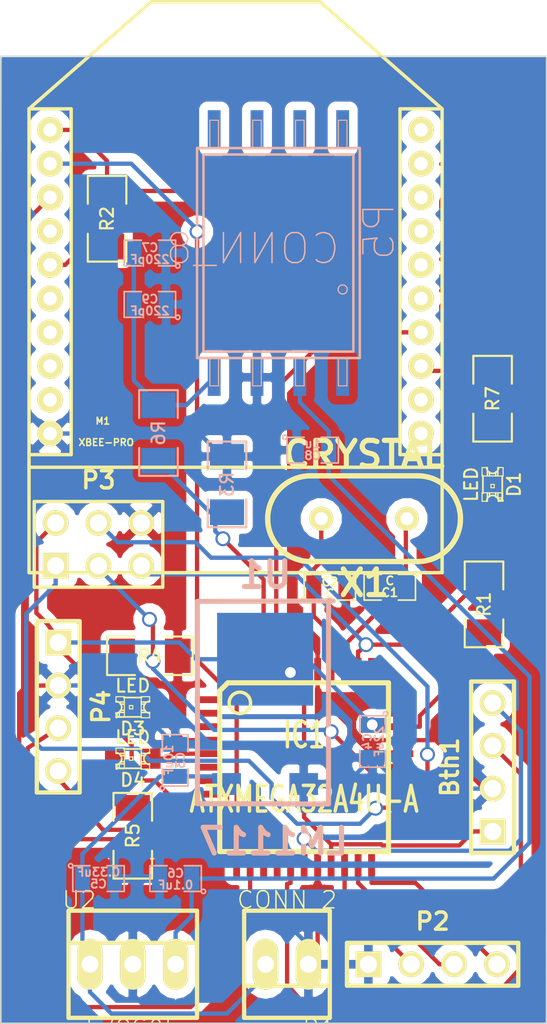
<source format=kicad_pcb>
(kicad_pcb (version 3) (host pcbnew "(2013-07-07 BZR 4022)-stable")

  (general
    (links 76)
    (no_connects 0)
    (area 302.959431 169.362001 352.171001 242.316001)
    (thickness 1.6)
    (drawings 8)
    (tracks 308)
    (zones 0)
    (modules 30)
    (nets 29)
  )

  (page A3)
  (layers
    (15 F.Cu signal)
    (0 B.Cu signal hide)
    (16 B.Adhes user)
    (17 F.Adhes user)
    (18 B.Paste user)
    (19 F.Paste user)
    (20 B.SilkS user)
    (21 F.SilkS user)
    (22 B.Mask user)
    (23 F.Mask user)
    (24 Dwgs.User user hide)
    (25 Cmts.User user)
    (26 Eco1.User user)
    (27 Eco2.User user)
    (28 Edge.Cuts user)
  )

  (setup
    (last_trace_width 0.254)
    (trace_clearance 0.254)
    (zone_clearance 0.508)
    (zone_45_only no)
    (trace_min 0.254)
    (segment_width 0.2)
    (edge_width 0.1)
    (via_size 0.889)
    (via_drill 0.635)
    (via_min_size 0.889)
    (via_min_drill 0.508)
    (uvia_size 0.508)
    (uvia_drill 0.127)
    (uvias_allowed no)
    (uvia_min_size 0.508)
    (uvia_min_drill 0.127)
    (pcb_text_width 0.3)
    (pcb_text_size 1.5 1.5)
    (mod_edge_width 0.15)
    (mod_text_size 1 1)
    (mod_text_width 0.15)
    (pad_size 0.762 2.46126)
    (pad_drill 0)
    (pad_to_mask_clearance 0)
    (aux_axis_origin 0 0)
    (visible_elements 7FFFFDCF)
    (pcbplotparams
      (layerselection 3178497)
      (usegerberextensions true)
      (excludeedgelayer true)
      (linewidth 0.150000)
      (plotframeref false)
      (viasonmask false)
      (mode 1)
      (useauxorigin false)
      (hpglpennumber 1)
      (hpglpenspeed 20)
      (hpglpendiameter 15)
      (hpglpenoverlay 2)
      (psnegative false)
      (psa4output false)
      (plotreference true)
      (plotvalue true)
      (plotothertext true)
      (plotinvisibletext false)
      (padsonsilk false)
      (subtractmaskfromsilk false)
      (outputformat 1)
      (mirror false)
      (drillshape 1)
      (scaleselection 1)
      (outputdirectory ""))
  )

  (net 0 "")
  (net 1 +5V)
  (net 2 /IGN_0)
  (net 3 /IGN_1)
  (net 4 /IGN_2)
  (net 5 /IN_PRESION)
  (net 6 /MISO)
  (net 7 /MOSI)
  (net 8 /RST)
  (net 9 /RX0)
  (net 10 /RX1)
  (net 11 /SCL)
  (net 12 /SCLK)
  (net 13 /SDA)
  (net 14 /TX0)
  (net 15 /TX1)
  (net 16 GND)
  (net 17 N-0000010)
  (net 18 N-0000012)
  (net 19 N-0000018)
  (net 20 N-0000019)
  (net 21 N-0000020)
  (net 22 N-0000021)
  (net 23 N-0000025)
  (net 24 N-0000026)
  (net 25 N-0000045)
  (net 26 N-0000046)
  (net 27 N-0000047)
  (net 28 VCC)

  (net_class Default "This is the default net class."
    (clearance 0.254)
    (trace_width 0.254)
    (via_dia 0.889)
    (via_drill 0.635)
    (uvia_dia 0.508)
    (uvia_drill 0.127)
    (add_net "")
    (add_net +5V)
    (add_net /IGN_0)
    (add_net /IGN_1)
    (add_net /IGN_2)
    (add_net /IN_PRESION)
    (add_net /MISO)
    (add_net /MOSI)
    (add_net /RST)
    (add_net /RX0)
    (add_net /RX1)
    (add_net /SCL)
    (add_net /SCLK)
    (add_net /SDA)
    (add_net /TX0)
    (add_net /TX1)
    (add_net GND)
    (add_net N-0000010)
    (add_net N-0000012)
    (add_net N-0000018)
    (add_net N-0000019)
    (add_net N-0000020)
    (add_net N-0000021)
    (add_net N-0000025)
    (add_net N-0000026)
    (add_net N-0000045)
    (add_net N-0000046)
    (add_net N-0000047)
    (add_net VCC)
  )

  (module SparkFun-SO08-GW (layer B.Cu) (tedit 538AB079) (tstamp 538AB001)
    (at 333.756 193.548 180)
    (descr "SMALL OUTLINE PACKAGE, GULL WING")
    (tags "SMALL OUTLINE PACKAGE, GULL WING")
    (path /538A1558)
    (attr smd)
    (fp_text reference P5 (at -5.969 1.27 450) (layer B.SilkS)
      (effects (font (size 1.778 1.778) (thickness 0.0889)) (justify mirror))
    )
    (fp_text value CONN_8 (at 1.524 0.254 180) (layer B.SilkS)
      (effects (font (size 1.778 1.778) (thickness 0.0889)) (justify mirror))
    )
    (fp_line (start 4.826 -6.223) (end 4.826 -5.969) (layer B.SilkS) (width 0.15))
    (fp_line (start -4.826 0.127) (end -4.826 -6.223) (layer B.SilkS) (width 0.15))
    (fp_line (start -4.445 -5.842) (end -4.445 0.635) (layer B.SilkS) (width 0.15))
    (fp_line (start 4.445 0.381) (end 4.445 -5.842) (layer B.SilkS) (width 0.15))
    (fp_line (start 4.826 -6.096) (end 4.826 0.254) (layer B.SilkS) (width 0.15))
    (fp_line (start -4.064 -7.874) (end -3.556 -7.874) (layer B.SilkS) (width 0.06604))
    (fp_line (start -3.556 -7.874) (end -3.556 -6.223) (layer B.SilkS) (width 0.06604))
    (fp_line (start -4.064 -6.223) (end -3.556 -6.223) (layer B.SilkS) (width 0.06604))
    (fp_line (start -4.064 -7.874) (end -4.064 -6.223) (layer B.SilkS) (width 0.06604))
    (fp_line (start -1.524 -7.874) (end -1.016 -7.874) (layer B.SilkS) (width 0.06604))
    (fp_line (start -1.016 -7.874) (end -1.016 -6.223) (layer B.SilkS) (width 0.06604))
    (fp_line (start -1.524 -6.223) (end -1.016 -6.223) (layer B.SilkS) (width 0.06604))
    (fp_line (start -1.524 -7.874) (end -1.524 -6.223) (layer B.SilkS) (width 0.06604))
    (fp_line (start 1.016 -7.874) (end 1.524 -7.874) (layer B.SilkS) (width 0.06604))
    (fp_line (start 1.524 -7.874) (end 1.524 -6.223) (layer B.SilkS) (width 0.06604))
    (fp_line (start 1.016 -6.223) (end 1.524 -6.223) (layer B.SilkS) (width 0.06604))
    (fp_line (start 1.016 -7.874) (end 1.016 -6.223) (layer B.SilkS) (width 0.06604))
    (fp_line (start 3.556 -7.874) (end 4.064 -7.874) (layer B.SilkS) (width 0.06604))
    (fp_line (start 4.064 -7.874) (end 4.064 -6.223) (layer B.SilkS) (width 0.06604))
    (fp_line (start 3.556 -6.223) (end 4.064 -6.223) (layer B.SilkS) (width 0.06604))
    (fp_line (start 3.556 -7.874) (end 3.556 -6.223) (layer B.SilkS) (width 0.06604))
    (fp_line (start -4.064 6.223) (end -3.556 6.223) (layer B.SilkS) (width 0.06604))
    (fp_line (start -3.556 6.223) (end -3.556 7.874) (layer B.SilkS) (width 0.06604))
    (fp_line (start -4.064 7.874) (end -3.556 7.874) (layer B.SilkS) (width 0.06604))
    (fp_line (start -4.064 6.223) (end -4.064 7.874) (layer B.SilkS) (width 0.06604))
    (fp_line (start -1.524 6.223) (end -1.016 6.223) (layer B.SilkS) (width 0.06604))
    (fp_line (start -1.016 6.223) (end -1.016 7.874) (layer B.SilkS) (width 0.06604))
    (fp_line (start -1.524 7.874) (end -1.016 7.874) (layer B.SilkS) (width 0.06604))
    (fp_line (start -1.524 6.223) (end -1.524 7.874) (layer B.SilkS) (width 0.06604))
    (fp_line (start 1.016 6.223) (end 1.524 6.223) (layer B.SilkS) (width 0.06604))
    (fp_line (start 1.524 6.223) (end 1.524 7.874) (layer B.SilkS) (width 0.06604))
    (fp_line (start 1.016 7.874) (end 1.524 7.874) (layer B.SilkS) (width 0.06604))
    (fp_line (start 1.016 6.223) (end 1.016 7.874) (layer B.SilkS) (width 0.06604))
    (fp_line (start 3.556 6.223) (end 4.064 6.223) (layer B.SilkS) (width 0.06604))
    (fp_line (start 4.064 6.223) (end 4.064 7.874) (layer B.SilkS) (width 0.06604))
    (fp_line (start 3.556 7.874) (end 4.064 7.874) (layer B.SilkS) (width 0.06604))
    (fp_line (start 3.556 6.223) (end 3.556 7.874) (layer B.SilkS) (width 0.06604))
    (fp_line (start -4.318 -6.223) (end -3.302 -6.223) (layer B.SilkS) (width 0.1524))
    (fp_line (start 4.826 -0.127) (end 4.826 6.223) (layer B.SilkS) (width 0.1524))
    (fp_line (start -3.302 6.223) (end -4.318 6.223) (layer B.SilkS) (width 0.1524))
    (fp_line (start -4.826 6.223) (end -4.826 -0.127) (layer B.SilkS) (width 0.1524))
    (fp_line (start -4.445 5.842) (end 4.445 5.842) (layer B.SilkS) (width 0.1524))
    (fp_line (start 4.445 5.842) (end 4.445 0.254) (layer B.SilkS) (width 0.1524))
    (fp_line (start 4.445 -5.842) (end -4.445 -5.842) (layer B.SilkS) (width 0.1524))
    (fp_line (start -4.445 0.254) (end -4.445 5.842) (layer B.SilkS) (width 0.1524))
    (fp_line (start -4.318 6.223) (end -4.826 6.223) (layer B.SilkS) (width 0.1524))
    (fp_line (start -4.826 -6.223) (end -4.318 -6.223) (layer B.SilkS) (width 0.1524))
    (fp_line (start -3.302 -6.223) (end -1.778 -6.223) (layer B.SilkS) (width 0.1524))
    (fp_line (start -1.778 -6.223) (end -0.762 -6.223) (layer B.SilkS) (width 0.1524))
    (fp_line (start -0.762 -6.223) (end 0.762 -6.223) (layer B.SilkS) (width 0.1524))
    (fp_line (start 0.762 -6.223) (end 1.778 -6.223) (layer B.SilkS) (width 0.1524))
    (fp_line (start 1.778 -6.223) (end 3.302 -6.223) (layer B.SilkS) (width 0.1524))
    (fp_line (start 3.302 -6.223) (end 4.318 -6.223) (layer B.SilkS) (width 0.1524))
    (fp_line (start 4.318 -6.223) (end 4.826 -6.223) (layer B.SilkS) (width 0.1524))
    (fp_line (start -1.778 6.223) (end -3.302 6.223) (layer B.SilkS) (width 0.1524))
    (fp_line (start -0.762 6.223) (end -1.778 6.223) (layer B.SilkS) (width 0.1524))
    (fp_line (start 0.762 6.223) (end -0.762 6.223) (layer B.SilkS) (width 0.1524))
    (fp_line (start 1.778 6.223) (end 0.762 6.223) (layer B.SilkS) (width 0.1524))
    (fp_line (start 3.302 6.223) (end 1.778 6.223) (layer B.SilkS) (width 0.1524))
    (fp_line (start 4.318 6.223) (end 3.302 6.223) (layer B.SilkS) (width 0.1524))
    (fp_line (start 4.826 6.223) (end 4.318 6.223) (layer B.SilkS) (width 0.1524))
    (fp_circle (center -3.81 -2.159) (end -4.0005 -2.3495) (layer B.SilkS) (width 0.0762))
    (pad 1 smd rect (at -3.81 -7.366 180) (size 0.762 2.20726)
      (layers B.Cu B.Paste B.Mask)
    )
    (pad 2 smd rect (at -1.27 -7.366 180) (size 0.762 2.20726)
      (layers B.Cu B.Paste B.Mask)
      (net 1 +5V)
    )
    (pad 3 smd rect (at 1.27 -7.366 180) (size 0.762 2.20726)
      (layers B.Cu B.Paste B.Mask)
      (net 16 GND)
    )
    (pad 4 smd rect (at 3.81 -7.366 180) (size 0.762 2.20726)
      (layers B.Cu B.Paste B.Mask)
      (net 19 N-0000018)
    )
    (pad 5 smd rect (at 3.81 7.366 180) (size 0.762 2.20726)
      (layers B.Cu B.Paste B.Mask)
    )
    (pad 6 smd rect (at 1.27 7.366 180) (size 0.762 2.20726)
      (layers B.Cu B.Paste B.Mask)
    )
    (pad 7 smd rect (at -1.27 7.366 180) (size 0.762 2.20726)
      (layers B.Cu B.Paste B.Mask)
    )
    (pad 8 smd rect (at -3.81 7.366 180) (size 0.762 2.20726)
      (layers B.Cu B.Paste B.Mask)
    )
  )

  (module TQFP44 (layer F.Cu) (tedit 200000) (tstamp 538AAF88)
    (at 335.28 224.028)
    (path /53893801)
    (attr smd)
    (fp_text reference IC1 (at 0 -1.905) (layer F.SilkS)
      (effects (font (size 1.524 1.016) (thickness 0.2032)))
    )
    (fp_text value ATXMEGA32A4U-A (at 0 1.905) (layer F.SilkS)
      (effects (font (size 1.524 1.016) (thickness 0.2032)))
    )
    (fp_line (start 5.0038 -5.0038) (end 5.0038 5.0038) (layer F.SilkS) (width 0.3048))
    (fp_line (start 5.0038 5.0038) (end -5.0038 5.0038) (layer F.SilkS) (width 0.3048))
    (fp_line (start -5.0038 -4.5212) (end -5.0038 5.0038) (layer F.SilkS) (width 0.3048))
    (fp_line (start -4.5212 -5.0038) (end 5.0038 -5.0038) (layer F.SilkS) (width 0.3048))
    (fp_line (start -5.0038 -4.5212) (end -4.5212 -5.0038) (layer F.SilkS) (width 0.3048))
    (fp_circle (center -3.81 -3.81) (end -3.81 -3.175) (layer F.SilkS) (width 0.2032))
    (pad 39 smd rect (at 0 -5.715) (size 0.4064 1.524)
      (layers F.Cu F.Paste F.Mask)
      (net 28 VCC)
    )
    (pad 40 smd rect (at -0.8001 -5.715) (size 0.4064 1.524)
      (layers F.Cu F.Paste F.Mask)
      (net 28 VCC)
    )
    (pad 41 smd rect (at -1.6002 -5.715) (size 0.4064 1.524)
      (layers F.Cu F.Paste F.Mask)
      (net 5 /IN_PRESION)
    )
    (pad 42 smd rect (at -2.4003 -5.715) (size 0.4064 1.524)
      (layers F.Cu F.Paste F.Mask)
      (net 5 /IN_PRESION)
    )
    (pad 43 smd rect (at -3.2004 -5.715) (size 0.4064 1.524)
      (layers F.Cu F.Paste F.Mask)
    )
    (pad 44 smd rect (at -4.0005 -5.715) (size 0.4064 1.524)
      (layers F.Cu F.Paste F.Mask)
    )
    (pad 38 smd rect (at 0.8001 -5.715) (size 0.4064 1.524)
      (layers F.Cu F.Paste F.Mask)
      (net 16 GND)
    )
    (pad 37 smd rect (at 1.6002 -5.715) (size 0.4064 1.524)
      (layers F.Cu F.Paste F.Mask)
      (net 25 N-0000045)
    )
    (pad 36 smd rect (at 2.4003 -5.715) (size 0.4064 1.524)
      (layers F.Cu F.Paste F.Mask)
      (net 26 N-0000046)
    )
    (pad 35 smd rect (at 3.2004 -5.715) (size 0.4064 1.524)
      (layers F.Cu F.Paste F.Mask)
      (net 8 /RST)
    )
    (pad 34 smd rect (at 4.0005 -5.715) (size 0.4064 1.524)
      (layers F.Cu F.Paste F.Mask)
    )
    (pad 17 smd rect (at 0 5.715) (size 0.4064 1.524)
      (layers F.Cu F.Paste F.Mask)
      (net 15 /TX1)
    )
    (pad 16 smd rect (at -0.8001 5.715) (size 0.4064 1.524)
      (layers F.Cu F.Paste F.Mask)
      (net 10 /RX1)
    )
    (pad 15 smd rect (at -1.6002 5.715) (size 0.4064 1.524)
      (layers F.Cu F.Paste F.Mask)
    )
    (pad 14 smd rect (at -2.4003 5.715) (size 0.4064 1.524)
      (layers F.Cu F.Paste F.Mask)
    )
    (pad 13 smd rect (at -3.2004 5.715) (size 0.4064 1.524)
      (layers F.Cu F.Paste F.Mask)
      (net 14 /TX0)
    )
    (pad 12 smd rect (at -4.0005 5.715) (size 0.4064 1.524)
      (layers F.Cu F.Paste F.Mask)
      (net 9 /RX0)
    )
    (pad 18 smd rect (at 0.8001 5.715) (size 0.4064 1.524)
      (layers F.Cu F.Paste F.Mask)
      (net 16 GND)
    )
    (pad 19 smd rect (at 1.6002 5.715) (size 0.4064 1.524)
      (layers F.Cu F.Paste F.Mask)
      (net 28 VCC)
    )
    (pad 20 smd rect (at 2.4003 5.715) (size 0.4064 1.524)
      (layers F.Cu F.Paste F.Mask)
      (net 2 /IGN_0)
    )
    (pad 21 smd rect (at 3.2004 5.715) (size 0.4064 1.524)
      (layers F.Cu F.Paste F.Mask)
      (net 3 /IGN_1)
    )
    (pad 22 smd rect (at 4.0005 5.715) (size 0.4064 1.524)
      (layers F.Cu F.Paste F.Mask)
      (net 4 /IGN_2)
    )
    (pad 6 smd rect (at -5.715 0) (size 1.524 0.4064)
      (layers F.Cu F.Paste F.Mask)
    )
    (pad 28 smd rect (at 5.715 0) (size 1.524 0.4064)
      (layers F.Cu F.Paste F.Mask)
    )
    (pad 7 smd rect (at -5.715 0.8001) (size 1.524 0.4064)
      (layers F.Cu F.Paste F.Mask)
    )
    (pad 27 smd rect (at 5.715 0.8001) (size 1.524 0.4064)
      (layers F.Cu F.Paste F.Mask)
      (net 12 /SCLK)
    )
    (pad 26 smd rect (at 5.715 1.6002) (size 1.524 0.4064)
      (layers F.Cu F.Paste F.Mask)
      (net 6 /MISO)
    )
    (pad 8 smd rect (at -5.715 1.6002) (size 1.524 0.4064)
      (layers F.Cu F.Paste F.Mask)
      (net 16 GND)
    )
    (pad 9 smd rect (at -5.715 2.4003) (size 1.524 0.4064)
      (layers F.Cu F.Paste F.Mask)
      (net 28 VCC)
    )
    (pad 25 smd rect (at 5.715 2.4003) (size 1.524 0.4064)
      (layers F.Cu F.Paste F.Mask)
      (net 7 /MOSI)
    )
    (pad 24 smd rect (at 5.715 3.2004) (size 1.524 0.4064)
      (layers F.Cu F.Paste F.Mask)
    )
    (pad 10 smd rect (at -5.715 3.2004) (size 1.524 0.4064)
      (layers F.Cu F.Paste F.Mask)
      (net 13 /SDA)
    )
    (pad 11 smd rect (at -5.715 4.0005) (size 1.524 0.4064)
      (layers F.Cu F.Paste F.Mask)
      (net 11 /SCL)
    )
    (pad 23 smd rect (at 5.715 4.0005) (size 1.524 0.4064)
      (layers F.Cu F.Paste F.Mask)
    )
    (pad 29 smd rect (at 5.715 -0.8001) (size 1.524 0.4064)
      (layers F.Cu F.Paste F.Mask)
    )
    (pad 5 smd rect (at -5.715 -0.8001) (size 1.524 0.4064)
      (layers F.Cu F.Paste F.Mask)
      (net 17 N-0000010)
    )
    (pad 4 smd rect (at -5.715 -1.6002) (size 1.524 0.4064)
      (layers F.Cu F.Paste F.Mask)
      (net 24 N-0000026)
    )
    (pad 30 smd rect (at 5.715 -1.6002) (size 1.524 0.4064)
      (layers F.Cu F.Paste F.Mask)
      (net 16 GND)
    )
    (pad 31 smd rect (at 5.715 -2.4003) (size 1.524 0.4064)
      (layers F.Cu F.Paste F.Mask)
      (net 28 VCC)
    )
    (pad 3 smd rect (at -5.715 -2.4003) (size 1.524 0.4064)
      (layers F.Cu F.Paste F.Mask)
    )
    (pad 2 smd rect (at -5.715 -3.2004) (size 1.524 0.4064)
      (layers F.Cu F.Paste F.Mask)
    )
    (pad 32 smd rect (at 5.715 -3.2004) (size 1.524 0.4064)
      (layers F.Cu F.Paste F.Mask)
    )
    (pad 33 smd rect (at 5.715 -4.0005) (size 1.524 0.4064)
      (layers F.Cu F.Paste F.Mask)
    )
    (pad 1 smd rect (at -5.715 -4.0005) (size 1.524 0.4064)
      (layers F.Cu F.Paste F.Mask)
    )
  )

  (module TO-252 (layer B.Cu) (tedit 509132AE) (tstamp 538AAF93)
    (at 332.9686 217.6272 180)
    (path /5389D5A6)
    (fp_text reference U1 (at 0 5.00126 180) (layer B.SilkS)
      (effects (font (size 1.524 1.524) (thickness 0.3048)) (justify mirror))
    )
    (fp_text value LM1117 (at -0.50038 -10.80008 180) (layer B.SilkS)
      (effects (font (size 1.524 1.524) (thickness 0.3048)) (justify mirror))
    )
    (fp_line (start -4.0386 3.4544) (end 4.0132 3.429) (layer B.SilkS) (width 0.29972))
    (fp_line (start 4.0132 3.429) (end 4.0132 -8.5598) (layer B.SilkS) (width 0.29972))
    (fp_line (start 4.0132 -8.5598) (end -3.7592 -8.5852) (layer B.SilkS) (width 0.29972))
    (fp_line (start -3.7592 -8.5852) (end -3.7592 3.5052) (layer B.SilkS) (width 0.29972))
    (pad 2 smd rect (at 0 0 90) (size 5.4991 5.69976)
      (layers B.Cu B.Paste B.Mask)
      (net 28 VCC)
    )
    (pad 1 smd rect (at -2.286 -7.39902 90) (size 1.30048 1.69926)
      (layers B.Cu B.Paste B.Mask)
      (net 16 GND)
    )
    (pad 3 smd rect (at 2.286 -7.39902 90) (size 1.30048 1.69926)
      (layers B.Cu B.Paste B.Mask)
      (net 27 N-0000047)
    )
  )

  (module SparkFun-XBEE-1 (layer F.Cu) (tedit 200000) (tstamp 538AAFBC)
    (at 331.216 206.248)
    (path /53893AFB)
    (attr virtual)
    (fp_text reference M1 (at -7.874 -2.7432) (layer F.SilkS)
      (effects (font (size 0.4064 0.4064) (thickness 0.0889)))
    )
    (fp_text value XBEE-PRO (at -7.6708 -1.4732) (layer F.SilkS)
      (effects (font (size 0.4064 0.4064) (thickness 0.0889)))
    )
    (fp_line (start -4.99872 -27.59964) (end 4.99872 -27.59964) (layer F.SilkS) (width 0.2032))
    (fp_line (start -12.24788 -21.24964) (end -4.99872 -27.59964) (layer F.SilkS) (width 0.2032))
    (fp_line (start 12.24788 -21.24964) (end 4.99872 -27.59964) (layer F.SilkS) (width 0.2032))
    (fp_line (start 9.74852 -21.24964) (end 12.24788 -21.24964) (layer F.SilkS) (width 0.2032))
    (fp_line (start 12.24788 -21.24964) (end 12.24788 -0.7493) (layer F.SilkS) (width 0.2032))
    (fp_line (start 12.24788 -0.7493) (end 9.74852 -0.7493) (layer F.SilkS) (width 0.2032))
    (fp_line (start 9.74852 -21.24964) (end 9.74852 -0.7493) (layer F.SilkS) (width 0.2032))
    (fp_line (start -9.74852 -21.24964) (end -12.24788 -21.24964) (layer F.SilkS) (width 0.2032))
    (fp_line (start -12.24788 -21.24964) (end -12.24788 -0.7493) (layer F.SilkS) (width 0.2032))
    (fp_line (start -12.24788 -0.7493) (end -9.74852 -0.7493) (layer F.SilkS) (width 0.2032))
    (fp_line (start -9.74852 -21.24964) (end -9.74852 -0.7493) (layer F.SilkS) (width 0.2032))
    (fp_line (start -12.24788 -0.7493) (end -12.24788 0) (layer F.SilkS) (width 0.2032))
    (fp_line (start 12.24788 -0.7493) (end 12.24788 0) (layer F.SilkS) (width 0.2032))
    (fp_line (start -12.24788 0) (end 12.24788 0) (layer F.SilkS) (width 0.2032))
    (fp_line (start 12.24788 0) (end 12.24788 6.2484) (layer F.SilkS) (width 0.2032))
    (fp_line (start -12.24788 0) (end -12.24788 6.2484) (layer F.SilkS) (width 0.2032))
    (fp_line (start -12.24788 6.2484) (end 12.24788 6.2484) (layer F.SilkS) (width 0.2032))
    (pad 1 thru_hole circle (at -10.9982 -19.99996) (size 1.524 1.524) (drill 0.79756)
      (layers *.Cu F.Paste F.SilkS F.Mask)
      (net 28 VCC)
    )
    (pad 2 thru_hole circle (at -10.9982 -17.99844) (size 1.524 1.524) (drill 0.79756)
      (layers *.Cu F.Paste F.SilkS F.Mask)
      (net 9 /RX0)
    )
    (pad 3 thru_hole circle (at -10.9982 -15.99946) (size 1.524 1.524) (drill 0.79756)
      (layers *.Cu F.Paste F.SilkS F.Mask)
      (net 14 /TX0)
    )
    (pad 4 thru_hole circle (at -10.9982 -13.99794) (size 1.524 1.524) (drill 0.79756)
      (layers *.Cu F.Paste F.SilkS F.Mask)
    )
    (pad 5 thru_hole circle (at -10.9982 -11.99896) (size 1.524 1.524) (drill 0.79756)
      (layers *.Cu F.Paste F.SilkS F.Mask)
      (net 20 N-0000019)
    )
    (pad 6 thru_hole circle (at -10.9982 -9.99998) (size 1.524 1.524) (drill 0.79756)
      (layers *.Cu F.Paste F.SilkS F.Mask)
    )
    (pad 7 thru_hole circle (at -10.9982 -7.99846) (size 1.524 1.524) (drill 0.79756)
      (layers *.Cu F.Paste F.SilkS F.Mask)
    )
    (pad 8 thru_hole circle (at -10.9982 -5.99948) (size 1.524 1.524) (drill 0.79756)
      (layers *.Cu F.Paste F.SilkS F.Mask)
    )
    (pad 9 thru_hole circle (at -10.9982 -3.99796) (size 1.524 1.524) (drill 0.79756)
      (layers *.Cu F.Paste F.SilkS F.Mask)
    )
    (pad 10 thru_hole circle (at -10.9982 -1.99898) (size 1.524 1.524) (drill 0.79756)
      (layers *.Cu F.Paste F.SilkS F.Mask)
      (net 16 GND)
    )
    (pad 11 thru_hole circle (at 10.9982 -1.99898) (size 1.524 1.524) (drill 0.79756)
      (layers *.Cu F.Paste F.SilkS F.Mask)
    )
    (pad 12 thru_hole circle (at 10.9982 -3.99796) (size 1.524 1.524) (drill 0.79756)
      (layers *.Cu F.Paste F.SilkS F.Mask)
    )
    (pad 13 thru_hole circle (at 10.9982 -5.99948) (size 1.524 1.524) (drill 0.79756)
      (layers *.Cu F.Paste F.SilkS F.Mask)
      (net 21 N-0000020)
    )
    (pad 14 thru_hole circle (at 10.9982 -7.99846) (size 1.524 1.524) (drill 0.79756)
      (layers *.Cu F.Paste F.SilkS F.Mask)
      (net 28 VCC)
    )
    (pad 15 thru_hole circle (at 10.9982 -9.99998) (size 1.524 1.524) (drill 0.79756)
      (layers *.Cu F.Paste F.SilkS F.Mask)
    )
    (pad 16 thru_hole circle (at 10.9982 -11.99896) (size 1.524 1.524) (drill 0.79756)
      (layers *.Cu F.Paste F.SilkS F.Mask)
    )
    (pad 17 thru_hole circle (at 10.9982 -13.99794) (size 1.524 1.524) (drill 0.79756)
      (layers *.Cu F.Paste F.SilkS F.Mask)
    )
    (pad 18 thru_hole circle (at 10.9982 -15.99946) (size 1.524 1.524) (drill 0.79756)
      (layers *.Cu F.Paste F.SilkS F.Mask)
    )
    (pad 19 thru_hole circle (at 10.9982 -17.99844) (size 1.524 1.524) (drill 0.79756)
      (layers *.Cu F.Paste F.SilkS F.Mask)
    )
    (pad 20 thru_hole circle (at 10.9982 -19.99996) (size 1.524 1.524) (drill 0.79756)
      (layers *.Cu F.Paste F.SilkS F.Mask)
    )
  )

  (module SM1206 (layer F.Cu) (tedit 42806E24) (tstamp 538AB00D)
    (at 323.596 191.516 90)
    (path /53893B77)
    (attr smd)
    (fp_text reference R2 (at 0 0 90) (layer F.SilkS)
      (effects (font (size 0.762 0.762) (thickness 0.127)))
    )
    (fp_text value R (at 0 0 90) (layer F.SilkS) hide
      (effects (font (size 0.762 0.762) (thickness 0.127)))
    )
    (fp_line (start -2.54 -1.143) (end -2.54 1.143) (layer F.SilkS) (width 0.127))
    (fp_line (start -2.54 1.143) (end -0.889 1.143) (layer F.SilkS) (width 0.127))
    (fp_line (start 0.889 -1.143) (end 2.54 -1.143) (layer F.SilkS) (width 0.127))
    (fp_line (start 2.54 -1.143) (end 2.54 1.143) (layer F.SilkS) (width 0.127))
    (fp_line (start 2.54 1.143) (end 0.889 1.143) (layer F.SilkS) (width 0.127))
    (fp_line (start -0.889 -1.143) (end -2.54 -1.143) (layer F.SilkS) (width 0.127))
    (pad 1 smd rect (at -1.651 0 90) (size 1.524 2.032)
      (layers F.Cu F.Paste F.Mask)
      (net 20 N-0000019)
    )
    (pad 2 smd rect (at 1.651 0 90) (size 1.524 2.032)
      (layers F.Cu F.Paste F.Mask)
      (net 28 VCC)
    )
    (model smd/chip_cms.wrl
      (at (xyz 0 0 0))
      (scale (xyz 0.17 0.16 0.16))
      (rotate (xyz 0 0 0))
    )
  )

  (module SM1206 (layer F.Cu) (tedit 42806E24) (tstamp 538AB019)
    (at 346.456 202.184 270)
    (path /53893C7B)
    (attr smd)
    (fp_text reference R7 (at 0 0 270) (layer F.SilkS)
      (effects (font (size 0.762 0.762) (thickness 0.127)))
    )
    (fp_text value R (at 0 0 270) (layer F.SilkS) hide
      (effects (font (size 0.762 0.762) (thickness 0.127)))
    )
    (fp_line (start -2.54 -1.143) (end -2.54 1.143) (layer F.SilkS) (width 0.127))
    (fp_line (start -2.54 1.143) (end -0.889 1.143) (layer F.SilkS) (width 0.127))
    (fp_line (start 0.889 -1.143) (end 2.54 -1.143) (layer F.SilkS) (width 0.127))
    (fp_line (start 2.54 -1.143) (end 2.54 1.143) (layer F.SilkS) (width 0.127))
    (fp_line (start 2.54 1.143) (end 0.889 1.143) (layer F.SilkS) (width 0.127))
    (fp_line (start -0.889 -1.143) (end -2.54 -1.143) (layer F.SilkS) (width 0.127))
    (pad 1 smd rect (at -1.651 0 270) (size 1.524 2.032)
      (layers F.Cu F.Paste F.Mask)
      (net 21 N-0000020)
    )
    (pad 2 smd rect (at 1.651 0 270) (size 1.524 2.032)
      (layers F.Cu F.Paste F.Mask)
      (net 22 N-0000021)
    )
    (model smd/chip_cms.wrl
      (at (xyz 0 0 0))
      (scale (xyz 0.17 0.16 0.16))
      (rotate (xyz 0 0 0))
    )
  )

  (module SM1206 (layer F.Cu) (tedit 42806E24) (tstamp 538AB025)
    (at 345.948 214.376 90)
    (path /507A4063)
    (attr smd)
    (fp_text reference R1 (at 0 0 90) (layer F.SilkS)
      (effects (font (size 0.762 0.762) (thickness 0.127)))
    )
    (fp_text value R (at 0 0 90) (layer F.SilkS) hide
      (effects (font (size 0.762 0.762) (thickness 0.127)))
    )
    (fp_line (start -2.54 -1.143) (end -2.54 1.143) (layer F.SilkS) (width 0.127))
    (fp_line (start -2.54 1.143) (end -0.889 1.143) (layer F.SilkS) (width 0.127))
    (fp_line (start 0.889 -1.143) (end 2.54 -1.143) (layer F.SilkS) (width 0.127))
    (fp_line (start 2.54 -1.143) (end 2.54 1.143) (layer F.SilkS) (width 0.127))
    (fp_line (start 2.54 1.143) (end 0.889 1.143) (layer F.SilkS) (width 0.127))
    (fp_line (start -0.889 -1.143) (end -2.54 -1.143) (layer F.SilkS) (width 0.127))
    (pad 1 smd rect (at -1.651 0 90) (size 1.524 2.032)
      (layers F.Cu F.Paste F.Mask)
      (net 28 VCC)
    )
    (pad 2 smd rect (at 1.651 0 90) (size 1.524 2.032)
      (layers F.Cu F.Paste F.Mask)
      (net 8 /RST)
    )
    (model smd/chip_cms.wrl
      (at (xyz 0 0 0))
      (scale (xyz 0.17 0.16 0.16))
      (rotate (xyz 0 0 0))
    )
  )

  (module SM1206 (layer B.Cu) (tedit 42806E24) (tstamp 538AB031)
    (at 326.644 204.216 90)
    (path /538A86B4)
    (attr smd)
    (fp_text reference R6 (at 0 0 90) (layer B.SilkS)
      (effects (font (size 0.762 0.762) (thickness 0.127)) (justify mirror))
    )
    (fp_text value 500 (at 0 0 90) (layer B.SilkS) hide
      (effects (font (size 0.762 0.762) (thickness 0.127)) (justify mirror))
    )
    (fp_line (start -2.54 1.143) (end -2.54 -1.143) (layer B.SilkS) (width 0.127))
    (fp_line (start -2.54 -1.143) (end -0.889 -1.143) (layer B.SilkS) (width 0.127))
    (fp_line (start 0.889 1.143) (end 2.54 1.143) (layer B.SilkS) (width 0.127))
    (fp_line (start 2.54 1.143) (end 2.54 -1.143) (layer B.SilkS) (width 0.127))
    (fp_line (start 2.54 -1.143) (end 0.889 -1.143) (layer B.SilkS) (width 0.127))
    (fp_line (start -0.889 1.143) (end -2.54 1.143) (layer B.SilkS) (width 0.127))
    (pad 1 smd rect (at -1.651 0 90) (size 1.524 2.032)
      (layers B.Cu B.Paste B.Mask)
      (net 5 /IN_PRESION)
    )
    (pad 2 smd rect (at 1.651 0 90) (size 1.524 2.032)
      (layers B.Cu B.Paste B.Mask)
      (net 19 N-0000018)
    )
    (model smd/chip_cms.wrl
      (at (xyz 0 0 0))
      (scale (xyz 0.17 0.16 0.16))
      (rotate (xyz 0 0 0))
    )
  )

  (module SM1206 (layer B.Cu) (tedit 42806E24) (tstamp 538AB03D)
    (at 330.708 207.264 90)
    (path /538A86C3)
    (attr smd)
    (fp_text reference R3 (at 0 0 90) (layer B.SilkS)
      (effects (font (size 0.762 0.762) (thickness 0.127)) (justify mirror))
    )
    (fp_text value 1K (at 0 0 90) (layer B.SilkS) hide
      (effects (font (size 0.762 0.762) (thickness 0.127)) (justify mirror))
    )
    (fp_line (start -2.54 1.143) (end -2.54 -1.143) (layer B.SilkS) (width 0.127))
    (fp_line (start -2.54 -1.143) (end -0.889 -1.143) (layer B.SilkS) (width 0.127))
    (fp_line (start 0.889 1.143) (end 2.54 1.143) (layer B.SilkS) (width 0.127))
    (fp_line (start 2.54 1.143) (end 2.54 -1.143) (layer B.SilkS) (width 0.127))
    (fp_line (start 2.54 -1.143) (end 0.889 -1.143) (layer B.SilkS) (width 0.127))
    (fp_line (start -0.889 1.143) (end -2.54 1.143) (layer B.SilkS) (width 0.127))
    (pad 1 smd rect (at -1.651 0 90) (size 1.524 2.032)
      (layers B.Cu B.Paste B.Mask)
      (net 5 /IN_PRESION)
    )
    (pad 2 smd rect (at 1.651 0 90) (size 1.524 2.032)
      (layers B.Cu B.Paste B.Mask)
      (net 16 GND)
    )
    (model smd/chip_cms.wrl
      (at (xyz 0 0 0))
      (scale (xyz 0.17 0.16 0.16))
      (rotate (xyz 0 0 0))
    )
  )

  (module SM1206 (layer F.Cu) (tedit 42806E24) (tstamp 538AB049)
    (at 326.136 217.424 180)
    (path /507A4156)
    (attr smd)
    (fp_text reference R4 (at 0 0 180) (layer F.SilkS)
      (effects (font (size 0.762 0.762) (thickness 0.127)))
    )
    (fp_text value R (at 0 0 180) (layer F.SilkS) hide
      (effects (font (size 0.762 0.762) (thickness 0.127)))
    )
    (fp_line (start -2.54 -1.143) (end -2.54 1.143) (layer F.SilkS) (width 0.127))
    (fp_line (start -2.54 1.143) (end -0.889 1.143) (layer F.SilkS) (width 0.127))
    (fp_line (start 0.889 -1.143) (end 2.54 -1.143) (layer F.SilkS) (width 0.127))
    (fp_line (start 2.54 -1.143) (end 2.54 1.143) (layer F.SilkS) (width 0.127))
    (fp_line (start 2.54 1.143) (end 0.889 1.143) (layer F.SilkS) (width 0.127))
    (fp_line (start -0.889 -1.143) (end -2.54 -1.143) (layer F.SilkS) (width 0.127))
    (pad 1 smd rect (at -1.651 0 180) (size 1.524 2.032)
      (layers F.Cu F.Paste F.Mask)
      (net 16 GND)
    )
    (pad 2 smd rect (at 1.651 0 180) (size 1.524 2.032)
      (layers F.Cu F.Paste F.Mask)
      (net 18 N-0000012)
    )
    (model smd/chip_cms.wrl
      (at (xyz 0 0 0))
      (scale (xyz 0.17 0.16 0.16))
      (rotate (xyz 0 0 0))
    )
  )

  (module SM1206 (layer F.Cu) (tedit 42806E24) (tstamp 538AB055)
    (at 325.12 228.092 90)
    (path /507A415F)
    (attr smd)
    (fp_text reference R5 (at 0 0 90) (layer F.SilkS)
      (effects (font (size 0.762 0.762) (thickness 0.127)))
    )
    (fp_text value R (at 0 0 90) (layer F.SilkS) hide
      (effects (font (size 0.762 0.762) (thickness 0.127)))
    )
    (fp_line (start -2.54 -1.143) (end -2.54 1.143) (layer F.SilkS) (width 0.127))
    (fp_line (start -2.54 1.143) (end -0.889 1.143) (layer F.SilkS) (width 0.127))
    (fp_line (start 0.889 -1.143) (end 2.54 -1.143) (layer F.SilkS) (width 0.127))
    (fp_line (start 2.54 -1.143) (end 2.54 1.143) (layer F.SilkS) (width 0.127))
    (fp_line (start 2.54 1.143) (end 0.889 1.143) (layer F.SilkS) (width 0.127))
    (fp_line (start -0.889 -1.143) (end -2.54 -1.143) (layer F.SilkS) (width 0.127))
    (pad 1 smd rect (at -1.651 0 90) (size 1.524 2.032)
      (layers F.Cu F.Paste F.Mask)
      (net 16 GND)
    )
    (pad 2 smd rect (at 1.651 0 90) (size 1.524 2.032)
      (layers F.Cu F.Paste F.Mask)
      (net 23 N-0000025)
    )
    (model smd/chip_cms.wrl
      (at (xyz 0 0 0))
      (scale (xyz 0.17 0.16 0.16))
      (rotate (xyz 0 0 0))
    )
  )

  (module SM0805 (layer F.Cu) (tedit 5091495C) (tstamp 538AB062)
    (at 340.36 213.36 180)
    (path /507A40D6)
    (attr smd)
    (fp_text reference C1 (at 0 -0.3175 180) (layer F.SilkS)
      (effects (font (size 0.50038 0.50038) (thickness 0.10922)))
    )
    (fp_text value C (at 0 0.381 180) (layer F.SilkS)
      (effects (font (size 0.50038 0.50038) (thickness 0.10922)))
    )
    (fp_circle (center -1.651 0.762) (end -1.651 0.635) (layer F.SilkS) (width 0.09906))
    (fp_line (start -0.508 0.762) (end -1.524 0.762) (layer F.SilkS) (width 0.09906))
    (fp_line (start -1.524 0.762) (end -1.524 -0.762) (layer F.SilkS) (width 0.09906))
    (fp_line (start -1.524 -0.762) (end -0.508 -0.762) (layer F.SilkS) (width 0.09906))
    (fp_line (start 0.508 -0.762) (end 1.524 -0.762) (layer F.SilkS) (width 0.09906))
    (fp_line (start 1.524 -0.762) (end 1.524 0.762) (layer F.SilkS) (width 0.09906))
    (fp_line (start 1.524 0.762) (end 0.508 0.762) (layer F.SilkS) (width 0.09906))
    (pad 1 smd rect (at -0.9525 0 180) (size 0.889 1.397)
      (layers F.Cu F.Paste F.Mask)
      (net 26 N-0000046)
    )
    (pad 2 smd rect (at 0.9525 0 180) (size 0.889 1.397)
      (layers F.Cu F.Paste F.Mask)
      (net 16 GND)
    )
    (model smd/chip_cms.wrl
      (at (xyz 0 0 0))
      (scale (xyz 0.1 0.1 0.1))
      (rotate (xyz 0 0 0))
    )
  )

  (module SM0805 (layer F.Cu) (tedit 5091495C) (tstamp 538AB06F)
    (at 336.804 213.36)
    (path /507A40DA)
    (attr smd)
    (fp_text reference C2 (at 0 -0.3175) (layer F.SilkS)
      (effects (font (size 0.50038 0.50038) (thickness 0.10922)))
    )
    (fp_text value C (at 0 0.381) (layer F.SilkS)
      (effects (font (size 0.50038 0.50038) (thickness 0.10922)))
    )
    (fp_circle (center -1.651 0.762) (end -1.651 0.635) (layer F.SilkS) (width 0.09906))
    (fp_line (start -0.508 0.762) (end -1.524 0.762) (layer F.SilkS) (width 0.09906))
    (fp_line (start -1.524 0.762) (end -1.524 -0.762) (layer F.SilkS) (width 0.09906))
    (fp_line (start -1.524 -0.762) (end -0.508 -0.762) (layer F.SilkS) (width 0.09906))
    (fp_line (start 0.508 -0.762) (end 1.524 -0.762) (layer F.SilkS) (width 0.09906))
    (fp_line (start 1.524 -0.762) (end 1.524 0.762) (layer F.SilkS) (width 0.09906))
    (fp_line (start 1.524 0.762) (end 0.508 0.762) (layer F.SilkS) (width 0.09906))
    (pad 1 smd rect (at -0.9525 0) (size 0.889 1.397)
      (layers F.Cu F.Paste F.Mask)
      (net 25 N-0000045)
    )
    (pad 2 smd rect (at 0.9525 0) (size 0.889 1.397)
      (layers F.Cu F.Paste F.Mask)
      (net 16 GND)
    )
    (model smd/chip_cms.wrl
      (at (xyz 0 0 0))
      (scale (xyz 0.1 0.1 0.1))
      (rotate (xyz 0 0 0))
    )
  )

  (module SM0805 (layer B.Cu) (tedit 5091495C) (tstamp 538AB07C)
    (at 335.788 205.232)
    (path /538A15D8)
    (attr smd)
    (fp_text reference C8 (at 0 0.3175) (layer B.SilkS)
      (effects (font (size 0.50038 0.50038) (thickness 0.10922)) (justify mirror))
    )
    (fp_text value 1u (at 0 -0.381) (layer B.SilkS)
      (effects (font (size 0.50038 0.50038) (thickness 0.10922)) (justify mirror))
    )
    (fp_circle (center -1.651 -0.762) (end -1.651 -0.635) (layer B.SilkS) (width 0.09906))
    (fp_line (start -0.508 -0.762) (end -1.524 -0.762) (layer B.SilkS) (width 0.09906))
    (fp_line (start -1.524 -0.762) (end -1.524 0.762) (layer B.SilkS) (width 0.09906))
    (fp_line (start -1.524 0.762) (end -0.508 0.762) (layer B.SilkS) (width 0.09906))
    (fp_line (start 0.508 0.762) (end 1.524 0.762) (layer B.SilkS) (width 0.09906))
    (fp_line (start 1.524 0.762) (end 1.524 -0.762) (layer B.SilkS) (width 0.09906))
    (fp_line (start 1.524 -0.762) (end 0.508 -0.762) (layer B.SilkS) (width 0.09906))
    (pad 1 smd rect (at -0.9525 0) (size 0.889 1.397)
      (layers B.Cu B.Paste B.Mask)
      (net 16 GND)
    )
    (pad 2 smd rect (at 0.9525 0) (size 0.889 1.397)
      (layers B.Cu B.Paste B.Mask)
      (net 1 +5V)
    )
    (model smd/chip_cms.wrl
      (at (xyz 0 0 0))
      (scale (xyz 0.1 0.1 0.1))
      (rotate (xyz 0 0 0))
    )
  )

  (module SM0805 (layer B.Cu) (tedit 5091495C) (tstamp 538AB089)
    (at 326.136 196.596 180)
    (path /538A8FB5)
    (attr smd)
    (fp_text reference C9 (at 0 0.3175 180) (layer B.SilkS)
      (effects (font (size 0.50038 0.50038) (thickness 0.10922)) (justify mirror))
    )
    (fp_text value 220pF (at 0 -0.381 180) (layer B.SilkS)
      (effects (font (size 0.50038 0.50038) (thickness 0.10922)) (justify mirror))
    )
    (fp_circle (center -1.651 -0.762) (end -1.651 -0.635) (layer B.SilkS) (width 0.09906))
    (fp_line (start -0.508 -0.762) (end -1.524 -0.762) (layer B.SilkS) (width 0.09906))
    (fp_line (start -1.524 -0.762) (end -1.524 0.762) (layer B.SilkS) (width 0.09906))
    (fp_line (start -1.524 0.762) (end -0.508 0.762) (layer B.SilkS) (width 0.09906))
    (fp_line (start 0.508 0.762) (end 1.524 0.762) (layer B.SilkS) (width 0.09906))
    (fp_line (start 1.524 0.762) (end 1.524 -0.762) (layer B.SilkS) (width 0.09906))
    (fp_line (start 1.524 -0.762) (end 0.508 -0.762) (layer B.SilkS) (width 0.09906))
    (pad 1 smd rect (at -0.9525 0 180) (size 0.889 1.397)
      (layers B.Cu B.Paste B.Mask)
      (net 16 GND)
    )
    (pad 2 smd rect (at 0.9525 0 180) (size 0.889 1.397)
      (layers B.Cu B.Paste B.Mask)
      (net 19 N-0000018)
    )
    (model smd/chip_cms.wrl
      (at (xyz 0 0 0))
      (scale (xyz 0.1 0.1 0.1))
      (rotate (xyz 0 0 0))
    )
  )

  (module SM0805 (layer B.Cu) (tedit 5091495C) (tstamp 538AB096)
    (at 326.136 193.548 180)
    (path /538A1605)
    (attr smd)
    (fp_text reference C7 (at 0 0.3175 180) (layer B.SilkS)
      (effects (font (size 0.50038 0.50038) (thickness 0.10922)) (justify mirror))
    )
    (fp_text value 220pF (at 0 -0.381 180) (layer B.SilkS)
      (effects (font (size 0.50038 0.50038) (thickness 0.10922)) (justify mirror))
    )
    (fp_circle (center -1.651 -0.762) (end -1.651 -0.635) (layer B.SilkS) (width 0.09906))
    (fp_line (start -0.508 -0.762) (end -1.524 -0.762) (layer B.SilkS) (width 0.09906))
    (fp_line (start -1.524 -0.762) (end -1.524 0.762) (layer B.SilkS) (width 0.09906))
    (fp_line (start -1.524 0.762) (end -0.508 0.762) (layer B.SilkS) (width 0.09906))
    (fp_line (start 0.508 0.762) (end 1.524 0.762) (layer B.SilkS) (width 0.09906))
    (fp_line (start 1.524 0.762) (end 1.524 -0.762) (layer B.SilkS) (width 0.09906))
    (fp_line (start 1.524 -0.762) (end 0.508 -0.762) (layer B.SilkS) (width 0.09906))
    (pad 1 smd rect (at -0.9525 0 180) (size 0.889 1.397)
      (layers B.Cu B.Paste B.Mask)
      (net 16 GND)
    )
    (pad 2 smd rect (at 0.9525 0 180) (size 0.889 1.397)
      (layers B.Cu B.Paste B.Mask)
      (net 19 N-0000018)
    )
    (model smd/chip_cms.wrl
      (at (xyz 0 0 0))
      (scale (xyz 0.1 0.1 0.1))
      (rotate (xyz 0 0 0))
    )
  )

  (module SM0805 (layer B.Cu) (tedit 5091495C) (tstamp 538AB0A3)
    (at 327.6346 223.6216 90)
    (path /5389D864)
    (attr smd)
    (fp_text reference C3 (at 0 0.3175 90) (layer B.SilkS)
      (effects (font (size 0.50038 0.50038) (thickness 0.10922)) (justify mirror))
    )
    (fp_text value 10uF (at 0 -0.381 90) (layer B.SilkS)
      (effects (font (size 0.50038 0.50038) (thickness 0.10922)) (justify mirror))
    )
    (fp_circle (center -1.651 -0.762) (end -1.651 -0.635) (layer B.SilkS) (width 0.09906))
    (fp_line (start -0.508 -0.762) (end -1.524 -0.762) (layer B.SilkS) (width 0.09906))
    (fp_line (start -1.524 -0.762) (end -1.524 0.762) (layer B.SilkS) (width 0.09906))
    (fp_line (start -1.524 0.762) (end -0.508 0.762) (layer B.SilkS) (width 0.09906))
    (fp_line (start 0.508 0.762) (end 1.524 0.762) (layer B.SilkS) (width 0.09906))
    (fp_line (start 1.524 0.762) (end 1.524 -0.762) (layer B.SilkS) (width 0.09906))
    (fp_line (start 1.524 -0.762) (end 0.508 -0.762) (layer B.SilkS) (width 0.09906))
    (pad 1 smd rect (at -0.9525 0 90) (size 0.889 1.397)
      (layers B.Cu B.Paste B.Mask)
      (net 27 N-0000047)
    )
    (pad 2 smd rect (at 0.9525 0 90) (size 0.889 1.397)
      (layers B.Cu B.Paste B.Mask)
      (net 16 GND)
    )
    (model smd/chip_cms.wrl
      (at (xyz 0 0 0))
      (scale (xyz 0.1 0.1 0.1))
      (rotate (xyz 0 0 0))
    )
  )

  (module SM0805 (layer B.Cu) (tedit 5091495C) (tstamp 538AB0B0)
    (at 339.344 222.504 270)
    (path /5389D873)
    (attr smd)
    (fp_text reference C4 (at 0 0.3175 270) (layer B.SilkS)
      (effects (font (size 0.50038 0.50038) (thickness 0.10922)) (justify mirror))
    )
    (fp_text value 22uF (at 0 -0.381 270) (layer B.SilkS)
      (effects (font (size 0.50038 0.50038) (thickness 0.10922)) (justify mirror))
    )
    (fp_circle (center -1.651 -0.762) (end -1.651 -0.635) (layer B.SilkS) (width 0.09906))
    (fp_line (start -0.508 -0.762) (end -1.524 -0.762) (layer B.SilkS) (width 0.09906))
    (fp_line (start -1.524 -0.762) (end -1.524 0.762) (layer B.SilkS) (width 0.09906))
    (fp_line (start -1.524 0.762) (end -0.508 0.762) (layer B.SilkS) (width 0.09906))
    (fp_line (start 0.508 0.762) (end 1.524 0.762) (layer B.SilkS) (width 0.09906))
    (fp_line (start 1.524 0.762) (end 1.524 -0.762) (layer B.SilkS) (width 0.09906))
    (fp_line (start 1.524 -0.762) (end 0.508 -0.762) (layer B.SilkS) (width 0.09906))
    (pad 1 smd rect (at -0.9525 0 270) (size 0.889 1.397)
      (layers B.Cu B.Paste B.Mask)
      (net 28 VCC)
    )
    (pad 2 smd rect (at 0.9525 0 270) (size 0.889 1.397)
      (layers B.Cu B.Paste B.Mask)
      (net 16 GND)
    )
    (model smd/chip_cms.wrl
      (at (xyz 0 0 0))
      (scale (xyz 0.1 0.1 0.1))
      (rotate (xyz 0 0 0))
    )
  )

  (module SM0805 (layer B.Cu) (tedit 5091495C) (tstamp 538AB0BD)
    (at 323.088 230.632)
    (path /5389E4DB)
    (attr smd)
    (fp_text reference C5 (at 0 0.3175) (layer B.SilkS)
      (effects (font (size 0.50038 0.50038) (thickness 0.10922)) (justify mirror))
    )
    (fp_text value 0.33uF (at 0 -0.381) (layer B.SilkS)
      (effects (font (size 0.50038 0.50038) (thickness 0.10922)) (justify mirror))
    )
    (fp_circle (center -1.651 -0.762) (end -1.651 -0.635) (layer B.SilkS) (width 0.09906))
    (fp_line (start -0.508 -0.762) (end -1.524 -0.762) (layer B.SilkS) (width 0.09906))
    (fp_line (start -1.524 -0.762) (end -1.524 0.762) (layer B.SilkS) (width 0.09906))
    (fp_line (start -1.524 0.762) (end -0.508 0.762) (layer B.SilkS) (width 0.09906))
    (fp_line (start 0.508 0.762) (end 1.524 0.762) (layer B.SilkS) (width 0.09906))
    (fp_line (start 1.524 0.762) (end 1.524 -0.762) (layer B.SilkS) (width 0.09906))
    (fp_line (start 1.524 -0.762) (end 0.508 -0.762) (layer B.SilkS) (width 0.09906))
    (pad 1 smd rect (at -0.9525 0) (size 0.889 1.397)
      (layers B.Cu B.Paste B.Mask)
      (net 27 N-0000047)
    )
    (pad 2 smd rect (at 0.9525 0) (size 0.889 1.397)
      (layers B.Cu B.Paste B.Mask)
      (net 16 GND)
    )
    (model smd/chip_cms.wrl
      (at (xyz 0 0 0))
      (scale (xyz 0.1 0.1 0.1))
      (rotate (xyz 0 0 0))
    )
  )

  (module SM0805 (layer B.Cu) (tedit 5091495C) (tstamp 538AB0CA)
    (at 327.66 230.632 180)
    (path /5389E4EA)
    (attr smd)
    (fp_text reference C6 (at 0 0.3175 180) (layer B.SilkS)
      (effects (font (size 0.50038 0.50038) (thickness 0.10922)) (justify mirror))
    )
    (fp_text value 0.1uF (at 0 -0.381 180) (layer B.SilkS)
      (effects (font (size 0.50038 0.50038) (thickness 0.10922)) (justify mirror))
    )
    (fp_circle (center -1.651 -0.762) (end -1.651 -0.635) (layer B.SilkS) (width 0.09906))
    (fp_line (start -0.508 -0.762) (end -1.524 -0.762) (layer B.SilkS) (width 0.09906))
    (fp_line (start -1.524 -0.762) (end -1.524 0.762) (layer B.SilkS) (width 0.09906))
    (fp_line (start -1.524 0.762) (end -0.508 0.762) (layer B.SilkS) (width 0.09906))
    (fp_line (start 0.508 0.762) (end 1.524 0.762) (layer B.SilkS) (width 0.09906))
    (fp_line (start 1.524 0.762) (end 1.524 -0.762) (layer B.SilkS) (width 0.09906))
    (fp_line (start 1.524 -0.762) (end 0.508 -0.762) (layer B.SilkS) (width 0.09906))
    (pad 1 smd rect (at -0.9525 0 180) (size 0.889 1.397)
      (layers B.Cu B.Paste B.Mask)
      (net 1 +5V)
    )
    (pad 2 smd rect (at 0.9525 0 180) (size 0.889 1.397)
      (layers B.Cu B.Paste B.Mask)
      (net 16 GND)
    )
    (model smd/chip_cms.wrl
      (at (xyz 0 0 0))
      (scale (xyz 0.1 0.1 0.1))
      (rotate (xyz 0 0 0))
    )
  )

  (module PINHEAD1-3 (layer F.Cu) (tedit 4C5EDE92) (tstamp 538AB0D6)
    (at 325.12 235.712)
    (path /5389E4CC)
    (attr virtual)
    (fp_text reference U2 (at -3.175 -3.81) (layer F.SilkS)
      (effects (font (size 1.016 1.016) (thickness 0.0889)))
    )
    (fp_text value L78S05 (at 0 3.81) (layer F.SilkS)
      (effects (font (size 1.016 1.016) (thickness 0.0889)))
    )
    (fp_line (start -3.81 -3.175) (end -3.81 3.175) (layer F.SilkS) (width 0.254))
    (fp_line (start 3.81 -3.175) (end 3.81 3.175) (layer F.SilkS) (width 0.254))
    (fp_line (start 3.81 -1.27) (end -3.81 -1.27) (layer F.SilkS) (width 0.254))
    (fp_line (start -3.81 -3.175) (end 3.81 -3.175) (layer F.SilkS) (width 0.254))
    (fp_line (start 3.81 3.175) (end -3.81 3.175) (layer F.SilkS) (width 0.254))
    (pad 1 thru_hole oval (at -2.54 0) (size 1.50622 3.01498) (drill 0.99822)
      (layers *.Cu F.Paste F.SilkS F.Mask)
      (net 27 N-0000047)
    )
    (pad 2 thru_hole oval (at 0 0) (size 1.50622 3.01498) (drill 0.99822)
      (layers *.Cu F.Paste F.SilkS F.Mask)
      (net 16 GND)
    )
    (pad 3 thru_hole oval (at 2.54 0) (size 1.50622 3.01498) (drill 0.99822)
      (layers *.Cu F.Paste F.SilkS F.Mask)
      (net 1 +5V)
    )
  )

  (module PINHEAD1-2 (layer F.Cu) (tedit 4C5EDFB2) (tstamp 538AB0E1)
    (at 334.264 235.712 180)
    (path /5389D5C2)
    (attr virtual)
    (fp_text reference P1 (at -1.905 -3.81 180) (layer F.SilkS)
      (effects (font (size 1.016 1.016) (thickness 0.0889)))
    )
    (fp_text value CONN_2 (at 0 3.81 180) (layer F.SilkS)
      (effects (font (size 1.016 1.016) (thickness 0.0889)))
    )
    (fp_line (start 2.54 -1.27) (end -2.54 -1.27) (layer F.SilkS) (width 0.254))
    (fp_line (start 2.54 3.175) (end -2.54 3.175) (layer F.SilkS) (width 0.254))
    (fp_line (start -2.54 -3.175) (end 2.54 -3.175) (layer F.SilkS) (width 0.254))
    (fp_line (start -2.54 -3.175) (end -2.54 3.175) (layer F.SilkS) (width 0.254))
    (fp_line (start 2.54 -3.175) (end 2.54 3.175) (layer F.SilkS) (width 0.254))
    (pad 1 thru_hole oval (at -1.27 0 180) (size 1.50622 3.01498) (drill 0.99822)
      (layers *.Cu F.Paste F.SilkS F.Mask)
      (net 16 GND)
    )
    (pad 2 thru_hole oval (at 1.27 0 180) (size 1.50622 3.01498) (drill 0.99822)
      (layers *.Cu F.Paste F.SilkS F.Mask)
      (net 27 N-0000047)
    )
  )

  (module PIN_ARRAY_4x1 (layer F.Cu) (tedit 4C10F42E) (tstamp 538AB7C9)
    (at 342.9 235.712)
    (descr "Double rangee de contacts 2 x 5 pins")
    (tags CONN)
    (path /5389DA78)
    (fp_text reference P2 (at 0 -2.54) (layer F.SilkS)
      (effects (font (size 1.016 1.016) (thickness 0.2032)))
    )
    (fp_text value CONN_4 (at 0 2.54) (layer F.SilkS) hide
      (effects (font (size 1.016 1.016) (thickness 0.2032)))
    )
    (fp_line (start 5.08 1.27) (end -5.08 1.27) (layer F.SilkS) (width 0.254))
    (fp_line (start 5.08 -1.27) (end -5.08 -1.27) (layer F.SilkS) (width 0.254))
    (fp_line (start -5.08 -1.27) (end -5.08 1.27) (layer F.SilkS) (width 0.254))
    (fp_line (start 5.08 1.27) (end 5.08 -1.27) (layer F.SilkS) (width 0.254))
    (pad 1 thru_hole rect (at -3.81 0) (size 1.524 1.524) (drill 1.016)
      (layers *.Cu *.Mask F.SilkS)
      (net 16 GND)
    )
    (pad 2 thru_hole circle (at -1.27 0) (size 1.524 1.524) (drill 1.016)
      (layers *.Cu *.Mask F.SilkS)
      (net 2 /IGN_0)
    )
    (pad 3 thru_hole circle (at 1.27 0) (size 1.524 1.524) (drill 1.016)
      (layers *.Cu *.Mask F.SilkS)
      (net 3 /IGN_1)
    )
    (pad 4 thru_hole circle (at 3.81 0) (size 1.524 1.524) (drill 1.016)
      (layers *.Cu *.Mask F.SilkS)
      (net 4 /IGN_2)
    )
    (model pin_array\pins_array_4x1.wrl
      (at (xyz 0 0 0))
      (scale (xyz 1 1 1))
      (rotate (xyz 0 0 0))
    )
  )

  (module PIN_ARRAY_4x1 (layer F.Cu) (tedit 4C10F42E) (tstamp 538AB987)
    (at 320.7004 220.4466 270)
    (descr "Double rangee de contacts 2 x 5 pins")
    (tags CONN)
    (path /538AA31C)
    (fp_text reference P4 (at 0 -2.54 270) (layer F.SilkS)
      (effects (font (size 1.016 1.016) (thickness 0.2032)))
    )
    (fp_text value CONN_4 (at 0 2.54 270) (layer F.SilkS) hide
      (effects (font (size 1.016 1.016) (thickness 0.2032)))
    )
    (fp_line (start 5.08 1.27) (end -5.08 1.27) (layer F.SilkS) (width 0.254))
    (fp_line (start 5.08 -1.27) (end -5.08 -1.27) (layer F.SilkS) (width 0.254))
    (fp_line (start -5.08 -1.27) (end -5.08 1.27) (layer F.SilkS) (width 0.254))
    (fp_line (start 5.08 1.27) (end 5.08 -1.27) (layer F.SilkS) (width 0.254))
    (pad 1 thru_hole rect (at -3.81 0 270) (size 1.524 1.524) (drill 1.016)
      (layers *.Cu *.Mask F.SilkS)
      (net 28 VCC)
    )
    (pad 2 thru_hole circle (at -1.27 0 270) (size 1.524 1.524) (drill 1.016)
      (layers *.Cu *.Mask F.SilkS)
      (net 16 GND)
    )
    (pad 3 thru_hole circle (at 1.27 0 270) (size 1.524 1.524) (drill 1.016)
      (layers *.Cu *.Mask F.SilkS)
      (net 11 /SCL)
    )
    (pad 4 thru_hole circle (at 3.81 0 270) (size 1.524 1.524) (drill 1.016)
      (layers *.Cu *.Mask F.SilkS)
      (net 13 /SDA)
    )
    (model pin_array\pins_array_4x1.wrl
      (at (xyz 0 0 0))
      (scale (xyz 1 1 1))
      (rotate (xyz 0 0 0))
    )
  )

  (module PIN_ARRAY_4x1 (layer F.Cu) (tedit 4C10F42E) (tstamp 538AB97A)
    (at 346.456 224.028 90)
    (descr "Double rangee de contacts 2 x 5 pins")
    (tags CONN)
    (path /5389CE64)
    (fp_text reference Bth1 (at 0 -2.54 90) (layer F.SilkS)
      (effects (font (size 1.016 1.016) (thickness 0.2032)))
    )
    (fp_text value CONN_4 (at 0 2.54 90) (layer F.SilkS) hide
      (effects (font (size 1.016 1.016) (thickness 0.2032)))
    )
    (fp_line (start 5.08 1.27) (end -5.08 1.27) (layer F.SilkS) (width 0.254))
    (fp_line (start 5.08 -1.27) (end -5.08 -1.27) (layer F.SilkS) (width 0.254))
    (fp_line (start -5.08 -1.27) (end -5.08 1.27) (layer F.SilkS) (width 0.254))
    (fp_line (start 5.08 1.27) (end 5.08 -1.27) (layer F.SilkS) (width 0.254))
    (pad 1 thru_hole rect (at -3.81 0 90) (size 1.524 1.524) (drill 1.016)
      (layers *.Cu *.Mask F.SilkS)
      (net 28 VCC)
    )
    (pad 2 thru_hole circle (at -1.27 0 90) (size 1.524 1.524) (drill 1.016)
      (layers *.Cu *.Mask F.SilkS)
      (net 16 GND)
    )
    (pad 3 thru_hole circle (at 1.27 0 90) (size 1.524 1.524) (drill 1.016)
      (layers *.Cu *.Mask F.SilkS)
      (net 10 /RX1)
    )
    (pad 4 thru_hole circle (at 3.81 0 90) (size 1.524 1.524) (drill 1.016)
      (layers *.Cu *.Mask F.SilkS)
      (net 15 /TX1)
    )
    (model pin_array\pins_array_4x1.wrl
      (at (xyz 0 0 0))
      (scale (xyz 1 1 1))
      (rotate (xyz 0 0 0))
    )
  )

  (module pin_array_3x2 (layer F.Cu) (tedit 42931587) (tstamp 538AB113)
    (at 323.088 210.82)
    (descr "Double rangee de contacts 2 x 4 pins")
    (tags CONN)
    (path /507DA05C)
    (fp_text reference P3 (at 0 -3.81) (layer F.SilkS)
      (effects (font (size 1.016 1.016) (thickness 0.2032)))
    )
    (fp_text value CONN_6 (at 0 3.81) (layer F.SilkS) hide
      (effects (font (size 1.016 1.016) (thickness 0.2032)))
    )
    (fp_line (start 3.81 2.54) (end -3.81 2.54) (layer F.SilkS) (width 0.2032))
    (fp_line (start -3.81 -2.54) (end 3.81 -2.54) (layer F.SilkS) (width 0.2032))
    (fp_line (start 3.81 -2.54) (end 3.81 2.54) (layer F.SilkS) (width 0.2032))
    (fp_line (start -3.81 2.54) (end -3.81 -2.54) (layer F.SilkS) (width 0.2032))
    (pad 1 thru_hole rect (at -2.54 1.27) (size 1.524 1.524) (drill 1.016)
      (layers *.Cu *.Mask F.SilkS)
      (net 7 /MOSI)
    )
    (pad 2 thru_hole circle (at -2.54 -1.27) (size 1.524 1.524) (drill 1.016)
      (layers *.Cu *.Mask F.SilkS)
      (net 28 VCC)
    )
    (pad 3 thru_hole circle (at 0 1.27) (size 1.524 1.524) (drill 1.016)
      (layers *.Cu *.Mask F.SilkS)
      (net 12 /SCLK)
    )
    (pad 4 thru_hole circle (at 0 -1.27) (size 1.524 1.524) (drill 1.016)
      (layers *.Cu *.Mask F.SilkS)
      (net 6 /MISO)
    )
    (pad 5 thru_hole circle (at 2.54 1.27) (size 1.524 1.524) (drill 1.016)
      (layers *.Cu *.Mask F.SilkS)
      (net 8 /RST)
    )
    (pad 6 thru_hole circle (at 2.54 -1.27) (size 1.524 1.524) (drill 1.016)
      (layers *.Cu *.Mask F.SilkS)
      (net 16 GND)
    )
    (model pin_array/pins_array_3x2.wrl
      (at (xyz 0 0 0))
      (scale (xyz 1 1 1))
      (rotate (xyz 0 0 0))
    )
  )

  (module LED-0805 (layer F.Cu) (tedit 49DC4C0B) (tstamp 538AB14E)
    (at 346.456 207.264 270)
    (descr "LED 0805 smd package")
    (tags "LED 0805 SMD")
    (path /53893C64)
    (attr smd)
    (fp_text reference D1 (at 0 -1.27 270) (layer F.SilkS)
      (effects (font (size 0.762 0.762) (thickness 0.127)))
    )
    (fp_text value LED (at 0 1.27 270) (layer F.SilkS)
      (effects (font (size 0.762 0.762) (thickness 0.127)))
    )
    (fp_line (start 0.49784 0.29972) (end 0.49784 0.62484) (layer F.SilkS) (width 0.06604))
    (fp_line (start 0.49784 0.62484) (end 0.99822 0.62484) (layer F.SilkS) (width 0.06604))
    (fp_line (start 0.99822 0.29972) (end 0.99822 0.62484) (layer F.SilkS) (width 0.06604))
    (fp_line (start 0.49784 0.29972) (end 0.99822 0.29972) (layer F.SilkS) (width 0.06604))
    (fp_line (start 0.49784 -0.32258) (end 0.49784 -0.17272) (layer F.SilkS) (width 0.06604))
    (fp_line (start 0.49784 -0.17272) (end 0.7493 -0.17272) (layer F.SilkS) (width 0.06604))
    (fp_line (start 0.7493 -0.32258) (end 0.7493 -0.17272) (layer F.SilkS) (width 0.06604))
    (fp_line (start 0.49784 -0.32258) (end 0.7493 -0.32258) (layer F.SilkS) (width 0.06604))
    (fp_line (start 0.49784 0.17272) (end 0.49784 0.32258) (layer F.SilkS) (width 0.06604))
    (fp_line (start 0.49784 0.32258) (end 0.7493 0.32258) (layer F.SilkS) (width 0.06604))
    (fp_line (start 0.7493 0.17272) (end 0.7493 0.32258) (layer F.SilkS) (width 0.06604))
    (fp_line (start 0.49784 0.17272) (end 0.7493 0.17272) (layer F.SilkS) (width 0.06604))
    (fp_line (start 0.49784 -0.19812) (end 0.49784 0.19812) (layer F.SilkS) (width 0.06604))
    (fp_line (start 0.49784 0.19812) (end 0.6731 0.19812) (layer F.SilkS) (width 0.06604))
    (fp_line (start 0.6731 -0.19812) (end 0.6731 0.19812) (layer F.SilkS) (width 0.06604))
    (fp_line (start 0.49784 -0.19812) (end 0.6731 -0.19812) (layer F.SilkS) (width 0.06604))
    (fp_line (start -0.99822 0.29972) (end -0.99822 0.62484) (layer F.SilkS) (width 0.06604))
    (fp_line (start -0.99822 0.62484) (end -0.49784 0.62484) (layer F.SilkS) (width 0.06604))
    (fp_line (start -0.49784 0.29972) (end -0.49784 0.62484) (layer F.SilkS) (width 0.06604))
    (fp_line (start -0.99822 0.29972) (end -0.49784 0.29972) (layer F.SilkS) (width 0.06604))
    (fp_line (start -0.99822 -0.62484) (end -0.99822 -0.29972) (layer F.SilkS) (width 0.06604))
    (fp_line (start -0.99822 -0.29972) (end -0.49784 -0.29972) (layer F.SilkS) (width 0.06604))
    (fp_line (start -0.49784 -0.62484) (end -0.49784 -0.29972) (layer F.SilkS) (width 0.06604))
    (fp_line (start -0.99822 -0.62484) (end -0.49784 -0.62484) (layer F.SilkS) (width 0.06604))
    (fp_line (start -0.7493 0.17272) (end -0.7493 0.32258) (layer F.SilkS) (width 0.06604))
    (fp_line (start -0.7493 0.32258) (end -0.49784 0.32258) (layer F.SilkS) (width 0.06604))
    (fp_line (start -0.49784 0.17272) (end -0.49784 0.32258) (layer F.SilkS) (width 0.06604))
    (fp_line (start -0.7493 0.17272) (end -0.49784 0.17272) (layer F.SilkS) (width 0.06604))
    (fp_line (start -0.7493 -0.32258) (end -0.7493 -0.17272) (layer F.SilkS) (width 0.06604))
    (fp_line (start -0.7493 -0.17272) (end -0.49784 -0.17272) (layer F.SilkS) (width 0.06604))
    (fp_line (start -0.49784 -0.32258) (end -0.49784 -0.17272) (layer F.SilkS) (width 0.06604))
    (fp_line (start -0.7493 -0.32258) (end -0.49784 -0.32258) (layer F.SilkS) (width 0.06604))
    (fp_line (start -0.6731 -0.19812) (end -0.6731 0.19812) (layer F.SilkS) (width 0.06604))
    (fp_line (start -0.6731 0.19812) (end -0.49784 0.19812) (layer F.SilkS) (width 0.06604))
    (fp_line (start -0.49784 -0.19812) (end -0.49784 0.19812) (layer F.SilkS) (width 0.06604))
    (fp_line (start -0.6731 -0.19812) (end -0.49784 -0.19812) (layer F.SilkS) (width 0.06604))
    (fp_line (start 0 -0.09906) (end 0 0.09906) (layer F.SilkS) (width 0.06604))
    (fp_line (start 0 0.09906) (end 0.19812 0.09906) (layer F.SilkS) (width 0.06604))
    (fp_line (start 0.19812 -0.09906) (end 0.19812 0.09906) (layer F.SilkS) (width 0.06604))
    (fp_line (start 0 -0.09906) (end 0.19812 -0.09906) (layer F.SilkS) (width 0.06604))
    (fp_line (start 0.49784 -0.59944) (end 0.49784 -0.29972) (layer F.SilkS) (width 0.06604))
    (fp_line (start 0.49784 -0.29972) (end 0.79756 -0.29972) (layer F.SilkS) (width 0.06604))
    (fp_line (start 0.79756 -0.59944) (end 0.79756 -0.29972) (layer F.SilkS) (width 0.06604))
    (fp_line (start 0.49784 -0.59944) (end 0.79756 -0.59944) (layer F.SilkS) (width 0.06604))
    (fp_line (start 0.92456 -0.62484) (end 0.92456 -0.39878) (layer F.SilkS) (width 0.06604))
    (fp_line (start 0.92456 -0.39878) (end 0.99822 -0.39878) (layer F.SilkS) (width 0.06604))
    (fp_line (start 0.99822 -0.62484) (end 0.99822 -0.39878) (layer F.SilkS) (width 0.06604))
    (fp_line (start 0.92456 -0.62484) (end 0.99822 -0.62484) (layer F.SilkS) (width 0.06604))
    (fp_line (start 0.52324 0.57404) (end -0.52324 0.57404) (layer F.SilkS) (width 0.1016))
    (fp_line (start -0.49784 -0.57404) (end 0.92456 -0.57404) (layer F.SilkS) (width 0.1016))
    (fp_circle (center 0.84836 -0.44958) (end 0.89916 -0.50038) (layer F.SilkS) (width 0.0508))
    (fp_arc (start 0.99822 0) (end 0.99822 0.34798) (angle 180) (layer F.SilkS) (width 0.1016))
    (fp_arc (start -0.99822 0) (end -0.99822 -0.34798) (angle 180) (layer F.SilkS) (width 0.1016))
    (pad 1 smd rect (at -1.04902 0 270) (size 1.19888 1.19888)
      (layers F.Cu F.Paste F.Mask)
      (net 22 N-0000021)
    )
    (pad 2 smd rect (at 1.04902 0 270) (size 1.19888 1.19888)
      (layers F.Cu F.Paste F.Mask)
      (net 16 GND)
    )
  )

  (module LED-0805 (layer F.Cu) (tedit 49DC4C0B) (tstamp 538AB189)
    (at 325.12 223.52 180)
    (descr "LED 0805 smd package")
    (tags "LED 0805 SMD")
    (path /507A4133)
    (attr smd)
    (fp_text reference D4 (at 0 -1.27 180) (layer F.SilkS)
      (effects (font (size 0.762 0.762) (thickness 0.127)))
    )
    (fp_text value LED (at 0 1.27 180) (layer F.SilkS)
      (effects (font (size 0.762 0.762) (thickness 0.127)))
    )
    (fp_line (start 0.49784 0.29972) (end 0.49784 0.62484) (layer F.SilkS) (width 0.06604))
    (fp_line (start 0.49784 0.62484) (end 0.99822 0.62484) (layer F.SilkS) (width 0.06604))
    (fp_line (start 0.99822 0.29972) (end 0.99822 0.62484) (layer F.SilkS) (width 0.06604))
    (fp_line (start 0.49784 0.29972) (end 0.99822 0.29972) (layer F.SilkS) (width 0.06604))
    (fp_line (start 0.49784 -0.32258) (end 0.49784 -0.17272) (layer F.SilkS) (width 0.06604))
    (fp_line (start 0.49784 -0.17272) (end 0.7493 -0.17272) (layer F.SilkS) (width 0.06604))
    (fp_line (start 0.7493 -0.32258) (end 0.7493 -0.17272) (layer F.SilkS) (width 0.06604))
    (fp_line (start 0.49784 -0.32258) (end 0.7493 -0.32258) (layer F.SilkS) (width 0.06604))
    (fp_line (start 0.49784 0.17272) (end 0.49784 0.32258) (layer F.SilkS) (width 0.06604))
    (fp_line (start 0.49784 0.32258) (end 0.7493 0.32258) (layer F.SilkS) (width 0.06604))
    (fp_line (start 0.7493 0.17272) (end 0.7493 0.32258) (layer F.SilkS) (width 0.06604))
    (fp_line (start 0.49784 0.17272) (end 0.7493 0.17272) (layer F.SilkS) (width 0.06604))
    (fp_line (start 0.49784 -0.19812) (end 0.49784 0.19812) (layer F.SilkS) (width 0.06604))
    (fp_line (start 0.49784 0.19812) (end 0.6731 0.19812) (layer F.SilkS) (width 0.06604))
    (fp_line (start 0.6731 -0.19812) (end 0.6731 0.19812) (layer F.SilkS) (width 0.06604))
    (fp_line (start 0.49784 -0.19812) (end 0.6731 -0.19812) (layer F.SilkS) (width 0.06604))
    (fp_line (start -0.99822 0.29972) (end -0.99822 0.62484) (layer F.SilkS) (width 0.06604))
    (fp_line (start -0.99822 0.62484) (end -0.49784 0.62484) (layer F.SilkS) (width 0.06604))
    (fp_line (start -0.49784 0.29972) (end -0.49784 0.62484) (layer F.SilkS) (width 0.06604))
    (fp_line (start -0.99822 0.29972) (end -0.49784 0.29972) (layer F.SilkS) (width 0.06604))
    (fp_line (start -0.99822 -0.62484) (end -0.99822 -0.29972) (layer F.SilkS) (width 0.06604))
    (fp_line (start -0.99822 -0.29972) (end -0.49784 -0.29972) (layer F.SilkS) (width 0.06604))
    (fp_line (start -0.49784 -0.62484) (end -0.49784 -0.29972) (layer F.SilkS) (width 0.06604))
    (fp_line (start -0.99822 -0.62484) (end -0.49784 -0.62484) (layer F.SilkS) (width 0.06604))
    (fp_line (start -0.7493 0.17272) (end -0.7493 0.32258) (layer F.SilkS) (width 0.06604))
    (fp_line (start -0.7493 0.32258) (end -0.49784 0.32258) (layer F.SilkS) (width 0.06604))
    (fp_line (start -0.49784 0.17272) (end -0.49784 0.32258) (layer F.SilkS) (width 0.06604))
    (fp_line (start -0.7493 0.17272) (end -0.49784 0.17272) (layer F.SilkS) (width 0.06604))
    (fp_line (start -0.7493 -0.32258) (end -0.7493 -0.17272) (layer F.SilkS) (width 0.06604))
    (fp_line (start -0.7493 -0.17272) (end -0.49784 -0.17272) (layer F.SilkS) (width 0.06604))
    (fp_line (start -0.49784 -0.32258) (end -0.49784 -0.17272) (layer F.SilkS) (width 0.06604))
    (fp_line (start -0.7493 -0.32258) (end -0.49784 -0.32258) (layer F.SilkS) (width 0.06604))
    (fp_line (start -0.6731 -0.19812) (end -0.6731 0.19812) (layer F.SilkS) (width 0.06604))
    (fp_line (start -0.6731 0.19812) (end -0.49784 0.19812) (layer F.SilkS) (width 0.06604))
    (fp_line (start -0.49784 -0.19812) (end -0.49784 0.19812) (layer F.SilkS) (width 0.06604))
    (fp_line (start -0.6731 -0.19812) (end -0.49784 -0.19812) (layer F.SilkS) (width 0.06604))
    (fp_line (start 0 -0.09906) (end 0 0.09906) (layer F.SilkS) (width 0.06604))
    (fp_line (start 0 0.09906) (end 0.19812 0.09906) (layer F.SilkS) (width 0.06604))
    (fp_line (start 0.19812 -0.09906) (end 0.19812 0.09906) (layer F.SilkS) (width 0.06604))
    (fp_line (start 0 -0.09906) (end 0.19812 -0.09906) (layer F.SilkS) (width 0.06604))
    (fp_line (start 0.49784 -0.59944) (end 0.49784 -0.29972) (layer F.SilkS) (width 0.06604))
    (fp_line (start 0.49784 -0.29972) (end 0.79756 -0.29972) (layer F.SilkS) (width 0.06604))
    (fp_line (start 0.79756 -0.59944) (end 0.79756 -0.29972) (layer F.SilkS) (width 0.06604))
    (fp_line (start 0.49784 -0.59944) (end 0.79756 -0.59944) (layer F.SilkS) (width 0.06604))
    (fp_line (start 0.92456 -0.62484) (end 0.92456 -0.39878) (layer F.SilkS) (width 0.06604))
    (fp_line (start 0.92456 -0.39878) (end 0.99822 -0.39878) (layer F.SilkS) (width 0.06604))
    (fp_line (start 0.99822 -0.62484) (end 0.99822 -0.39878) (layer F.SilkS) (width 0.06604))
    (fp_line (start 0.92456 -0.62484) (end 0.99822 -0.62484) (layer F.SilkS) (width 0.06604))
    (fp_line (start 0.52324 0.57404) (end -0.52324 0.57404) (layer F.SilkS) (width 0.1016))
    (fp_line (start -0.49784 -0.57404) (end 0.92456 -0.57404) (layer F.SilkS) (width 0.1016))
    (fp_circle (center 0.84836 -0.44958) (end 0.89916 -0.50038) (layer F.SilkS) (width 0.0508))
    (fp_arc (start 0.99822 0) (end 0.99822 0.34798) (angle 180) (layer F.SilkS) (width 0.1016))
    (fp_arc (start -0.99822 0) (end -0.99822 -0.34798) (angle 180) (layer F.SilkS) (width 0.1016))
    (pad 1 smd rect (at -1.04902 0 180) (size 1.19888 1.19888)
      (layers F.Cu F.Paste F.Mask)
      (net 17 N-0000010)
    )
    (pad 2 smd rect (at 1.04902 0 180) (size 1.19888 1.19888)
      (layers F.Cu F.Paste F.Mask)
      (net 23 N-0000025)
    )
  )

  (module LED-0805 (layer F.Cu) (tedit 49DC4C0B) (tstamp 538AB1C4)
    (at 325.12 220.472 180)
    (descr "LED 0805 smd package")
    (tags "LED 0805 SMD")
    (path /507A4138)
    (attr smd)
    (fp_text reference D3 (at 0 -1.27 180) (layer F.SilkS)
      (effects (font (size 0.762 0.762) (thickness 0.127)))
    )
    (fp_text value LED (at 0 1.27 180) (layer F.SilkS)
      (effects (font (size 0.762 0.762) (thickness 0.127)))
    )
    (fp_line (start 0.49784 0.29972) (end 0.49784 0.62484) (layer F.SilkS) (width 0.06604))
    (fp_line (start 0.49784 0.62484) (end 0.99822 0.62484) (layer F.SilkS) (width 0.06604))
    (fp_line (start 0.99822 0.29972) (end 0.99822 0.62484) (layer F.SilkS) (width 0.06604))
    (fp_line (start 0.49784 0.29972) (end 0.99822 0.29972) (layer F.SilkS) (width 0.06604))
    (fp_line (start 0.49784 -0.32258) (end 0.49784 -0.17272) (layer F.SilkS) (width 0.06604))
    (fp_line (start 0.49784 -0.17272) (end 0.7493 -0.17272) (layer F.SilkS) (width 0.06604))
    (fp_line (start 0.7493 -0.32258) (end 0.7493 -0.17272) (layer F.SilkS) (width 0.06604))
    (fp_line (start 0.49784 -0.32258) (end 0.7493 -0.32258) (layer F.SilkS) (width 0.06604))
    (fp_line (start 0.49784 0.17272) (end 0.49784 0.32258) (layer F.SilkS) (width 0.06604))
    (fp_line (start 0.49784 0.32258) (end 0.7493 0.32258) (layer F.SilkS) (width 0.06604))
    (fp_line (start 0.7493 0.17272) (end 0.7493 0.32258) (layer F.SilkS) (width 0.06604))
    (fp_line (start 0.49784 0.17272) (end 0.7493 0.17272) (layer F.SilkS) (width 0.06604))
    (fp_line (start 0.49784 -0.19812) (end 0.49784 0.19812) (layer F.SilkS) (width 0.06604))
    (fp_line (start 0.49784 0.19812) (end 0.6731 0.19812) (layer F.SilkS) (width 0.06604))
    (fp_line (start 0.6731 -0.19812) (end 0.6731 0.19812) (layer F.SilkS) (width 0.06604))
    (fp_line (start 0.49784 -0.19812) (end 0.6731 -0.19812) (layer F.SilkS) (width 0.06604))
    (fp_line (start -0.99822 0.29972) (end -0.99822 0.62484) (layer F.SilkS) (width 0.06604))
    (fp_line (start -0.99822 0.62484) (end -0.49784 0.62484) (layer F.SilkS) (width 0.06604))
    (fp_line (start -0.49784 0.29972) (end -0.49784 0.62484) (layer F.SilkS) (width 0.06604))
    (fp_line (start -0.99822 0.29972) (end -0.49784 0.29972) (layer F.SilkS) (width 0.06604))
    (fp_line (start -0.99822 -0.62484) (end -0.99822 -0.29972) (layer F.SilkS) (width 0.06604))
    (fp_line (start -0.99822 -0.29972) (end -0.49784 -0.29972) (layer F.SilkS) (width 0.06604))
    (fp_line (start -0.49784 -0.62484) (end -0.49784 -0.29972) (layer F.SilkS) (width 0.06604))
    (fp_line (start -0.99822 -0.62484) (end -0.49784 -0.62484) (layer F.SilkS) (width 0.06604))
    (fp_line (start -0.7493 0.17272) (end -0.7493 0.32258) (layer F.SilkS) (width 0.06604))
    (fp_line (start -0.7493 0.32258) (end -0.49784 0.32258) (layer F.SilkS) (width 0.06604))
    (fp_line (start -0.49784 0.17272) (end -0.49784 0.32258) (layer F.SilkS) (width 0.06604))
    (fp_line (start -0.7493 0.17272) (end -0.49784 0.17272) (layer F.SilkS) (width 0.06604))
    (fp_line (start -0.7493 -0.32258) (end -0.7493 -0.17272) (layer F.SilkS) (width 0.06604))
    (fp_line (start -0.7493 -0.17272) (end -0.49784 -0.17272) (layer F.SilkS) (width 0.06604))
    (fp_line (start -0.49784 -0.32258) (end -0.49784 -0.17272) (layer F.SilkS) (width 0.06604))
    (fp_line (start -0.7493 -0.32258) (end -0.49784 -0.32258) (layer F.SilkS) (width 0.06604))
    (fp_line (start -0.6731 -0.19812) (end -0.6731 0.19812) (layer F.SilkS) (width 0.06604))
    (fp_line (start -0.6731 0.19812) (end -0.49784 0.19812) (layer F.SilkS) (width 0.06604))
    (fp_line (start -0.49784 -0.19812) (end -0.49784 0.19812) (layer F.SilkS) (width 0.06604))
    (fp_line (start -0.6731 -0.19812) (end -0.49784 -0.19812) (layer F.SilkS) (width 0.06604))
    (fp_line (start 0 -0.09906) (end 0 0.09906) (layer F.SilkS) (width 0.06604))
    (fp_line (start 0 0.09906) (end 0.19812 0.09906) (layer F.SilkS) (width 0.06604))
    (fp_line (start 0.19812 -0.09906) (end 0.19812 0.09906) (layer F.SilkS) (width 0.06604))
    (fp_line (start 0 -0.09906) (end 0.19812 -0.09906) (layer F.SilkS) (width 0.06604))
    (fp_line (start 0.49784 -0.59944) (end 0.49784 -0.29972) (layer F.SilkS) (width 0.06604))
    (fp_line (start 0.49784 -0.29972) (end 0.79756 -0.29972) (layer F.SilkS) (width 0.06604))
    (fp_line (start 0.79756 -0.59944) (end 0.79756 -0.29972) (layer F.SilkS) (width 0.06604))
    (fp_line (start 0.49784 -0.59944) (end 0.79756 -0.59944) (layer F.SilkS) (width 0.06604))
    (fp_line (start 0.92456 -0.62484) (end 0.92456 -0.39878) (layer F.SilkS) (width 0.06604))
    (fp_line (start 0.92456 -0.39878) (end 0.99822 -0.39878) (layer F.SilkS) (width 0.06604))
    (fp_line (start 0.99822 -0.62484) (end 0.99822 -0.39878) (layer F.SilkS) (width 0.06604))
    (fp_line (start 0.92456 -0.62484) (end 0.99822 -0.62484) (layer F.SilkS) (width 0.06604))
    (fp_line (start 0.52324 0.57404) (end -0.52324 0.57404) (layer F.SilkS) (width 0.1016))
    (fp_line (start -0.49784 -0.57404) (end 0.92456 -0.57404) (layer F.SilkS) (width 0.1016))
    (fp_circle (center 0.84836 -0.44958) (end 0.89916 -0.50038) (layer F.SilkS) (width 0.0508))
    (fp_arc (start 0.99822 0) (end 0.99822 0.34798) (angle 180) (layer F.SilkS) (width 0.1016))
    (fp_arc (start -0.99822 0) (end -0.99822 -0.34798) (angle 180) (layer F.SilkS) (width 0.1016))
    (pad 1 smd rect (at -1.04902 0 180) (size 1.19888 1.19888)
      (layers F.Cu F.Paste F.Mask)
      (net 24 N-0000026)
    )
    (pad 2 smd rect (at 1.04902 0 180) (size 1.19888 1.19888)
      (layers F.Cu F.Paste F.Mask)
      (net 18 N-0000012)
    )
  )

  (module HC-49V (layer F.Cu) (tedit 4C5EC450) (tstamp 538AB1D0)
    (at 338.836 209.296 180)
    (descr "Quartz boitier HC-49 Vertical")
    (tags "QUARTZ DEV")
    (path /507A40CB)
    (autoplace_cost180 10)
    (fp_text reference X1 (at 0 -3.81 180) (layer F.SilkS)
      (effects (font (size 1.524 1.524) (thickness 0.3048)))
    )
    (fp_text value CRYSTAL (at 0 3.81 180) (layer F.SilkS)
      (effects (font (size 1.524 1.524) (thickness 0.3048)))
    )
    (fp_line (start -3.175 2.54) (end 3.175 2.54) (layer F.SilkS) (width 0.3175))
    (fp_line (start -3.175 -2.54) (end 3.175 -2.54) (layer F.SilkS) (width 0.3175))
    (fp_arc (start 3.175 0) (end 3.175 -2.54) (angle 90) (layer F.SilkS) (width 0.3175))
    (fp_arc (start 3.175 0) (end 5.715 0) (angle 90) (layer F.SilkS) (width 0.3175))
    (fp_arc (start -3.175 0) (end -5.715 0) (angle 90) (layer F.SilkS) (width 0.3175))
    (fp_arc (start -3.175 0) (end -3.175 2.54) (angle 90) (layer F.SilkS) (width 0.3175))
    (pad 1 thru_hole circle (at -2.54 0 180) (size 1.4224 1.4224) (drill 0.762)
      (layers *.Cu *.Mask F.SilkS)
      (net 26 N-0000046)
    )
    (pad 2 thru_hole circle (at 2.54 0 180) (size 1.4224 1.4224) (drill 0.762)
      (layers *.Cu *.Mask F.SilkS)
      (net 25 N-0000045)
    )
    (model discret/xtal/crystal_hc18u_vertical.wrl
      (at (xyz 0 0 0))
      (scale (xyz 1 1 0.2))
      (rotate (xyz 0 0 0))
    )
  )

  (gr_line (start 349.6564 239.1918) (end 349.5802 239.1918) (angle 90) (layer Edge.Cuts) (width 0.1))
  (gr_line (start 349.6564 181.8894) (end 349.6564 239.1918) (angle 90) (layer Edge.Cuts) (width 0.1))
  (gr_line (start 317.2968 181.8894) (end 349.6564 181.8894) (angle 90) (layer Edge.Cuts) (width 0.1))
  (gr_line (start 317.2968 239.2172) (end 317.2968 181.8894) (angle 90) (layer Edge.Cuts) (width 0.1))
  (gr_line (start 349.5802 239.2172) (end 317.2968 239.2172) (angle 90) (layer Edge.Cuts) (width 0.1))
  (gr_text "PUA-Saturn\n2014" (at 345.4654 190.881 90) (layer F.Cu)
    (effects (font (size 1.5 1.5) (thickness 0.3)))
  )
  (dimension 34.544 (width 0.3) (layer Dwgs.User)
    (gr_text 34,544mm (at 334.264 170.862001) (layer Dwgs.User)
      (effects (font (size 1.5 1.5) (thickness 0.3)))
    )
    (feature1 (pts (xy 351.536 177.292) (xy 351.536 169.512001)))
    (feature2 (pts (xy 316.992 177.292) (xy 316.992 169.512001)))
    (crossbar (pts (xy 316.992 172.212001) (xy 351.536 172.212001)))
    (arrow1a (pts (xy 351.536 172.212001) (xy 350.409497 172.798421)))
    (arrow1b (pts (xy 351.536 172.212001) (xy 350.409497 171.625581)))
    (arrow2a (pts (xy 316.992 172.212001) (xy 318.118503 172.798421)))
    (arrow2b (pts (xy 316.992 172.212001) (xy 318.118503 171.625581)))
  )
  (dimension 65.024 (width 0.3) (layer Dwgs.User)
    (gr_text 65,024mm (at 309.038001 209.804 270) (layer Dwgs.User)
      (effects (font (size 1.5 1.5) (thickness 0.3)))
    )
    (feature1 (pts (xy 316.992 242.316) (xy 307.688001 242.316)))
    (feature2 (pts (xy 316.992 177.292) (xy 307.688001 177.292)))
    (crossbar (pts (xy 310.388001 177.292) (xy 310.388001 242.316)))
    (arrow1a (pts (xy 310.388001 242.316) (xy 309.801581 241.189497)))
    (arrow1b (pts (xy 310.388001 242.316) (xy 310.974421 241.189497)))
    (arrow2a (pts (xy 310.388001 177.292) (xy 309.801581 178.418503)))
    (arrow2b (pts (xy 310.388001 177.292) (xy 310.974421 178.418503)))
  )

  (segment (start 335.026 200.914) (end 335.026 202.3989) (width 0.254) (layer B.Cu) (net 1))
  (segment (start 336.7405 204.1134) (end 336.7405 205.232) (width 0.254) (layer B.Cu) (net 1))
  (segment (start 335.026 202.3989) (end 336.7405 204.1134) (width 0.254) (layer B.Cu) (net 1))
  (segment (start 327.66 235.712) (end 327.66 233.8232) (width 0.254) (layer B.Cu) (net 1))
  (segment (start 328.6125 232.8707) (end 328.6125 230.632) (width 0.254) (layer B.Cu) (net 1))
  (segment (start 327.66 233.8232) (end 328.6125 232.8707) (width 0.254) (layer B.Cu) (net 1))
  (segment (start 336.7405 206.7402) (end 336.7405 205.232) (width 0.254) (layer B.Cu) (net 1))
  (segment (start 348.6455 218.6452) (end 336.7405 206.7402) (width 0.254) (layer B.Cu) (net 1))
  (segment (start 348.6455 228.507) (end 348.6455 218.6452) (width 0.254) (layer B.Cu) (net 1))
  (segment (start 346.5205 230.632) (end 348.6455 228.507) (width 0.254) (layer B.Cu) (net 1))
  (segment (start 328.6125 230.632) (end 346.5205 230.632) (width 0.254) (layer B.Cu) (net 1))
  (segment (start 337.6803 231.7623) (end 337.6803 229.743) (width 0.254) (layer F.Cu) (net 2))
  (segment (start 341.63 235.712) (end 337.6803 231.7623) (width 0.254) (layer F.Cu) (net 2))
  (segment (start 343.3061 235.712) (end 338.4804 230.8863) (width 0.254) (layer F.Cu) (net 3))
  (segment (start 344.17 235.712) (end 343.3061 235.712) (width 0.254) (layer F.Cu) (net 3))
  (segment (start 338.4804 229.743) (end 338.4804 230.8863) (width 0.254) (layer F.Cu) (net 3))
  (segment (start 341.8843 230.8863) (end 339.2805 230.8863) (width 0.254) (layer F.Cu) (net 4))
  (segment (start 346.71 235.712) (end 341.8843 230.8863) (width 0.254) (layer F.Cu) (net 4))
  (segment (start 339.2805 229.743) (end 339.2805 230.8863) (width 0.254) (layer F.Cu) (net 4))
  (segment (start 330.708 208.915) (end 329.692 208.915) (width 0.254) (layer B.Cu) (net 5))
  (segment (start 329.692 208.915) (end 326.644 205.867) (width 0.254) (layer B.Cu) (net 5) (tstamp 538B7505))
  (segment (start 333.6798 218.313) (end 332.8797 218.313) (width 0.254) (layer F.Cu) (net 5))
  (via (at 330.465 210.4858) (size 0.889) (layers F.Cu B.Cu) (net 5))
  (segment (start 330.708 208.915) (end 330.0094 208.915) (width 0.254) (layer B.Cu) (net 5))
  (segment (start 330.0094 210.0302) (end 330.465 210.4858) (width 0.254) (layer B.Cu) (net 5))
  (segment (start 330.0094 208.915) (end 330.0094 210.0302) (width 0.254) (layer B.Cu) (net 5))
  (segment (start 332.8797 212.9005) (end 332.8797 217.1697) (width 0.254) (layer F.Cu) (net 5))
  (segment (start 330.465 210.4858) (end 332.8797 212.9005) (width 0.254) (layer F.Cu) (net 5))
  (segment (start 332.8797 217.1697) (end 332.8797 218.313) (width 0.254) (layer F.Cu) (net 5))
  (via (at 342.595 223.2731) (size 0.889) (layers F.Cu B.Cu) (net 6))
  (segment (start 340.995 225.6282) (end 342.1383 225.6282) (width 0.254) (layer F.Cu) (net 6))
  (segment (start 342.595 225.1715) (end 342.595 223.2731) (width 0.254) (layer F.Cu) (net 6))
  (segment (start 342.1383 225.6282) (end 342.595 225.1715) (width 0.254) (layer F.Cu) (net 6))
  (segment (start 324.2314 210.6934) (end 323.088 209.55) (width 0.254) (layer B.Cu) (net 6))
  (segment (start 328.8457 210.6934) (end 324.2314 210.6934) (width 0.254) (layer B.Cu) (net 6))
  (segment (start 329.7637 211.6114) (end 328.8457 210.6934) (width 0.254) (layer B.Cu) (net 6))
  (segment (start 334.9632 211.6114) (end 329.7637 211.6114) (width 0.254) (layer B.Cu) (net 6))
  (segment (start 342.595 219.2432) (end 334.9632 211.6114) (width 0.254) (layer B.Cu) (net 6))
  (segment (start 342.595 223.2731) (end 342.595 219.2432) (width 0.254) (layer B.Cu) (net 6))
  (segment (start 324.5866 222.9358) (end 325.4248 222.9358) (width 0.254) (layer B.Cu) (net 7))
  (segment (start 333.3496 224.9932) (end 333.3496 225.8702) (width 0.254) (layer B.Cu) (net 7) (tstamp 538B763B))
  (segment (start 332.0034 223.647) (end 333.3496 224.9932) (width 0.254) (layer B.Cu) (net 7) (tstamp 538B7639))
  (segment (start 326.136 223.647) (end 332.0034 223.647) (width 0.254) (layer B.Cu) (net 7) (tstamp 538B7638))
  (segment (start 325.4248 222.9358) (end 326.136 223.647) (width 0.254) (layer B.Cu) (net 7) (tstamp 538B7637))
  (segment (start 320.548 212.09) (end 320.548 213.1822) (width 0.254) (layer B.Cu) (net 7))
  (segment (start 318.7954 214.9348) (end 318.7954 222.0214) (width 0.254) (layer B.Cu) (net 7) (tstamp 538B7495))
  (segment (start 320.548 213.1822) (end 318.7954 214.9348) (width 0.254) (layer B.Cu) (net 7) (tstamp 538B7490))
  (segment (start 319.7098 222.9358) (end 324.5866 222.9358) (width 0.254) (layer B.Cu) (net 7) (tstamp 538B7482))
  (segment (start 318.7954 222.0214) (end 319.7098 222.9358) (width 0.254) (layer B.Cu) (net 7) (tstamp 538B749A))
  (via (at 339.516 226.4623) (size 0.889) (layers F.Cu B.Cu) (net 7))
  (segment (start 339.55 226.4283) (end 340.995 226.4283) (width 0.254) (layer F.Cu) (net 7))
  (segment (start 339.516 226.4623) (end 339.55 226.4283) (width 0.254) (layer F.Cu) (net 7))
  (segment (start 338.5945 227.3838) (end 339.516 226.4623) (width 0.254) (layer B.Cu) (net 7))
  (segment (start 334.8632 227.3838) (end 338.5945 227.3838) (width 0.254) (layer B.Cu) (net 7))
  (segment (start 333.3496 225.8702) (end 334.8632 227.3838) (width 0.254) (layer B.Cu) (net 7) (tstamp 538B763E))
  (segment (start 345.948 212.725) (end 341.9084 216.7646) (width 0.254) (layer F.Cu) (net 8))
  (via (at 338.9485 216.7646) (size 0.889) (layers F.Cu B.Cu) (net 8))
  (segment (start 334.7822 212.5983) (end 338.9485 216.7646) (width 0.254) (layer B.Cu) (net 8))
  (segment (start 326.1363 212.5983) (end 334.7822 212.5983) (width 0.254) (layer B.Cu) (net 8))
  (segment (start 325.628 212.09) (end 326.1363 212.5983) (width 0.254) (layer B.Cu) (net 8))
  (segment (start 341.9084 216.7646) (end 338.9485 216.7646) (width 0.254) (layer F.Cu) (net 8))
  (segment (start 338.5434 217.1697) (end 338.9485 216.7646) (width 0.254) (layer F.Cu) (net 8))
  (segment (start 338.4804 217.1697) (end 338.5434 217.1697) (width 0.254) (layer F.Cu) (net 8))
  (segment (start 338.4804 218.313) (end 338.4804 217.1697) (width 0.254) (layer F.Cu) (net 8))
  (segment (start 320.2178 188.24956) (end 325.02856 188.24956) (width 0.254) (layer B.Cu) (net 9))
  (segment (start 328.9304 192.2784) (end 328.9304 196.1701) (width 0.254) (layer F.Cu) (net 9) (tstamp 538B705D))
  (segment (start 328.93 192.278) (end 328.9304 192.2784) (width 0.254) (layer F.Cu) (net 9) (tstamp 538B705C))
  (via (at 328.93 192.278) (size 0.889) (layers F.Cu B.Cu) (net 9))
  (segment (start 328.93 192.151) (end 328.93 192.278) (width 0.254) (layer B.Cu) (net 9) (tstamp 538B7056))
  (segment (start 325.02856 188.24956) (end 328.93 192.151) (width 0.254) (layer B.Cu) (net 9) (tstamp 538B703A))
  (segment (start 331.2795 220.0275) (end 331.2795 229.743) (width 0.254) (layer F.Cu) (net 9))
  (segment (start 328.9304 217.6784) (end 331.2795 220.0275) (width 0.254) (layer F.Cu) (net 9))
  (segment (start 328.9304 196.1701) (end 328.9304 217.6784) (width 0.254) (layer F.Cu) (net 9))
  (segment (start 334.2705 230.9433) (end 334.4799 230.8863) (width 0.254) (layer F.Cu) (net 10))
  (segment (start 334.2705 236.9168) (end 334.2705 230.9433) (width 0.254) (layer F.Cu) (net 10))
  (segment (start 335.0201 237.768) (end 334.2705 236.9168) (width 0.254) (layer F.Cu) (net 10))
  (segment (start 346.4357 237.768) (end 335.0201 237.768) (width 0.254) (layer F.Cu) (net 10))
  (segment (start 348.1306 235.9207) (end 346.4357 237.768) (width 0.254) (layer F.Cu) (net 10))
  (segment (start 348.1306 224.4326) (end 348.1306 235.9207) (width 0.254) (layer F.Cu) (net 10))
  (segment (start 346.456 222.758) (end 348.1306 224.4326) (width 0.254) (layer F.Cu) (net 10))
  (segment (start 334.4799 229.743) (end 334.4799 230.8863) (width 0.254) (layer F.Cu) (net 10))
  (segment (start 323.2658 228.2972) (end 321.906604 228.2972) (width 0.254) (layer F.Cu) (net 11))
  (segment (start 321.906604 228.2972) (end 318.89 225.280596) (width 0.254) (layer F.Cu) (net 11) (tstamp 538B8899))
  (segment (start 318.89 225.280596) (end 318.875004 225.280596) (width 0.254) (layer F.Cu) (net 11) (tstamp 538B889C))
  (segment (start 318.875004 225.280596) (end 318.89 225.280596) (width 0.254) (layer F.Cu) (net 11) (tstamp 538B889D))
  (segment (start 318.89 225.280596) (end 318.89 222.892) (width 0.254) (layer F.Cu) (net 11) (tstamp 538B889E))
  (segment (start 327.9244 228.2972) (end 328.4217 228.0285) (width 0.254) (layer F.Cu) (net 11))
  (segment (start 323.2658 228.2972) (end 327.9244 228.2972) (width 0.254) (layer F.Cu) (net 11) (tstamp 538B8897))
  (segment (start 320.7004 221.7166) (end 318.89 222.892) (width 0.254) (layer F.Cu) (net 11) (status 10))
  (segment (start 329.565 228.0285) (end 328.4217 228.0285) (width 0.254) (layer F.Cu) (net 11))
  (segment (start 326.3138 217.7542) (end 326.3138 218.186) (width 0.254) (layer B.Cu) (net 12))
  (segment (start 336.7414 221.8182) (end 336.8802 221.9198) (width 0.254) (layer B.Cu) (net 12) (tstamp 538B75BB))
  (segment (start 329.946 221.8182) (end 336.7414 221.8182) (width 0.254) (layer B.Cu) (net 12) (tstamp 538B75B9))
  (segment (start 326.3138 218.186) (end 329.946 221.8182) (width 0.254) (layer B.Cu) (net 12) (tstamp 538B75B6))
  (segment (start 323.088 212.09) (end 323.088 212.2424) (width 0.254) (layer B.Cu) (net 12))
  (via (at 326.3138 217.7542) (size 0.889) (layers F.Cu B.Cu) (net 12))
  (segment (start 326.3138 215.4682) (end 326.3138 217.7542) (width 0.254) (layer F.Cu) (net 12) (tstamp 538B742F))
  (segment (start 326.1106 215.265) (end 326.3138 215.4682) (width 0.254) (layer F.Cu) (net 12) (tstamp 538B742E))
  (via (at 326.1106 215.265) (size 0.889) (layers F.Cu B.Cu) (net 12))
  (segment (start 323.088 212.2424) (end 326.1106 215.265) (width 0.254) (layer B.Cu) (net 12) (tstamp 538B7428))
  (via (at 336.8802 221.9198) (size 0.889) (layers F.Cu B.Cu) (net 12))
  (segment (start 339.7513 224.8281) (end 336.8802 221.9198) (width 0.254) (layer F.Cu) (net 12))
  (segment (start 340.995 224.8281) (end 339.7513 224.8281) (width 0.254) (layer F.Cu) (net 12))
  (segment (start 320.7004 224.2566) (end 320.7004 224.6884) (width 0.254) (layer F.Cu) (net 13))
  (segment (start 320.7004 224.6884) (end 323.3463 227.7407) (width 0.254) (layer F.Cu) (net 13) (tstamp 538B730C))
  (segment (start 327.6389 227.2284) (end 329.565 227.2284) (width 0.254) (layer F.Cu) (net 13))
  (segment (start 326.9742 227.7407) (end 327.6389 227.2284) (width 0.254) (layer F.Cu) (net 13))
  (segment (start 323.3463 227.7407) (end 326.9742 227.7407) (width 0.254) (layer F.Cu) (net 13) (tstamp 538B730F))
  (segment (start 332.0796 229.743) (end 332.0796 233.3244) (width 0.254) (layer F.Cu) (net 14))
  (segment (start 317.859 234.674) (end 317.859 228.4762) (width 0.254) (layer F.Cu) (net 14) (tstamp 538B6F62))
  (segment (start 321.437 238.252) (end 317.859 234.674) (width 0.254) (layer F.Cu) (net 14) (tstamp 538B6F60))
  (segment (start 328.549 238.252) (end 321.437 238.252) (width 0.254) (layer F.Cu) (net 14) (tstamp 538B6F5D))
  (segment (start 330.073 236.728) (end 328.549 238.252) (width 0.254) (layer F.Cu) (net 14) (tstamp 538B6F5B))
  (segment (start 330.073 235.331) (end 330.073 236.728) (width 0.254) (layer F.Cu) (net 14) (tstamp 538B6F56))
  (segment (start 332.0796 233.3244) (end 330.073 235.331) (width 0.254) (layer F.Cu) (net 14) (tstamp 538B6F4D))
  (segment (start 317.859 192.6073) (end 317.859 228.4762) (width 0.254) (layer F.Cu) (net 14))
  (segment (start 320.2178 190.2485) (end 317.859 192.6073) (width 0.254) (layer F.Cu) (net 14))
  (via (at 335.28 228.2695) (size 0.889) (layers F.Cu B.Cu) (net 15))
  (segment (start 335.9919 228.9814) (end 335.28 228.2695) (width 0.254) (layer B.Cu) (net 15))
  (segment (start 347.4521 228.9814) (end 335.9919 228.9814) (width 0.254) (layer B.Cu) (net 15))
  (segment (start 348.1367 228.2968) (end 347.4521 228.9814) (width 0.254) (layer B.Cu) (net 15))
  (segment (start 348.1367 221.8987) (end 348.1367 228.2968) (width 0.254) (layer B.Cu) (net 15))
  (segment (start 346.456 220.218) (end 348.1367 221.8987) (width 0.254) (layer B.Cu) (net 15))
  (segment (start 335.28 229.743) (end 335.28 228.2695) (width 0.254) (layer F.Cu) (net 15))
  (segment (start 335.2546 225.02622) (end 335.2546 223.6724) (width 0.254) (layer B.Cu) (net 16))
  (segment (start 334.2513 222.6691) (end 327.6346 222.6691) (width 0.254) (layer B.Cu) (net 16) (tstamp 538B762E))
  (segment (start 335.2546 223.6724) (end 334.2513 222.6691) (width 0.254) (layer B.Cu) (net 16) (tstamp 538B762D))
  (segment (start 337.77428 225.02622) (end 339.344 223.4565) (width 0.254) (layer B.Cu) (net 16) (tstamp 538B75C0))
  (segment (start 335.2546 225.02622) (end 337.77428 225.02622) (width 0.254) (layer B.Cu) (net 16))
  (segment (start 346.456 225.298) (end 341.1855 225.298) (width 0.254) (layer B.Cu) (net 16))
  (segment (start 341.1855 225.298) (end 339.344 223.4565) (width 0.254) (layer B.Cu) (net 16) (tstamp 538B74F0))
  (segment (start 327.0885 196.596) (end 329.6412 196.596) (width 0.254) (layer B.Cu) (net 16))
  (segment (start 332.486 199.4408) (end 332.486 200.914) (width 0.254) (layer B.Cu) (net 16) (tstamp 538B74C6))
  (segment (start 329.6412 196.596) (end 332.486 199.4408) (width 0.254) (layer B.Cu) (net 16) (tstamp 538B74C4))
  (segment (start 327.0885 193.548) (end 327.0885 196.596) (width 0.254) (layer B.Cu) (net 16))
  (segment (start 330.708 205.613) (end 330.4286 205.613) (width 0.254) (layer B.Cu) (net 16))
  (segment (start 329.06462 204.24902) (end 320.2178 204.24902) (width 0.254) (layer B.Cu) (net 16) (tstamp 538B74AE))
  (segment (start 330.4286 205.613) (end 329.06462 204.24902) (width 0.254) (layer B.Cu) (net 16) (tstamp 538B74AB))
  (segment (start 320.2178 204.24902) (end 320.32702 204.24902) (width 0.254) (layer B.Cu) (net 16))
  (segment (start 320.32702 204.24902) (end 325.628 209.55) (width 0.254) (layer B.Cu) (net 16) (tstamp 538B749F))
  (segment (start 339.09 235.712) (end 335.534 235.712) (width 0.254) (layer F.Cu) (net 16))
  (segment (start 336.0801 229.743) (end 336.0801 235.1659) (width 0.254) (layer F.Cu) (net 16))
  (segment (start 336.0801 235.1659) (end 335.534 235.712) (width 0.254) (layer F.Cu) (net 16) (tstamp 538B735F))
  (segment (start 325.12 229.743) (end 321.7164 229.743) (width 0.254) (layer F.Cu) (net 16))
  (segment (start 318.367002 224.917) (end 318.367002 225.016202) (width 0.254) (layer F.Cu) (net 16) (tstamp 538B72EE))
  (segment (start 318.367002 226.393602) (end 318.367002 224.917) (width 0.254) (layer F.Cu) (net 16) (tstamp 538B72EB))
  (segment (start 321.7164 229.743) (end 318.367002 226.393602) (width 0.254) (layer F.Cu) (net 16) (tstamp 538B72E8))
  (segment (start 336.0801 218.313) (end 336.0801 219.6973) (width 0.254) (layer F.Cu) (net 16))
  (segment (start 338.8106 222.4278) (end 340.995 222.4278) (width 0.254) (layer F.Cu) (net 16) (tstamp 538B7263))
  (segment (start 336.0801 219.6973) (end 338.8106 222.4278) (width 0.254) (layer F.Cu) (net 16) (tstamp 538B725D))
  (segment (start 346.456 208.31302) (end 344.33002 208.31302) (width 0.254) (layer F.Cu) (net 16))
  (segment (start 341.122 207.518) (end 339.4075 209.2325) (width 0.254) (layer F.Cu) (net 16) (tstamp 538B70D2))
  (segment (start 343.535 207.518) (end 341.122 207.518) (width 0.254) (layer F.Cu) (net 16) (tstamp 538B70D0))
  (segment (start 344.33002 208.31302) (end 343.535 207.518) (width 0.254) (layer F.Cu) (net 16) (tstamp 538B70CF))
  (segment (start 336.0801 218.313) (end 336.0801 217.0811) (width 0.254) (layer F.Cu) (net 16))
  (segment (start 339.4075 209.2325) (end 339.4075 213.36) (width 0.254) (layer F.Cu) (net 16) (tstamp 538B70C9))
  (segment (start 337.82 207.645) (end 339.4075 209.2325) (width 0.254) (layer F.Cu) (net 16) (tstamp 538B70C7))
  (segment (start 335.788 207.645) (end 337.82 207.645) (width 0.254) (layer F.Cu) (net 16) (tstamp 538B70C5))
  (segment (start 334.645 208.788) (end 335.788 207.645) (width 0.254) (layer F.Cu) (net 16) (tstamp 538B70C3))
  (segment (start 334.645 215.646) (end 334.645 208.788) (width 0.254) (layer F.Cu) (net 16) (tstamp 538B70C0))
  (segment (start 336.0801 217.0811) (end 334.645 215.646) (width 0.254) (layer F.Cu) (net 16) (tstamp 538B70BD))
  (segment (start 335.534 235.712) (end 335.534 234.569) (width 0.254) (layer B.Cu) (net 16))
  (segment (start 330.073 236.601) (end 328.676 237.998) (width 0.254) (layer B.Cu) (net 16) (tstamp 538B6F47))
  (segment (start 328.676 237.998) (end 325.628 237.998) (width 0.254) (layer B.Cu) (net 16) (tstamp 538B6F2E))
  (segment (start 325.628 237.998) (end 325.12 237.49) (width 0.254) (layer B.Cu) (net 16) (tstamp 538B6F30))
  (segment (start 325.12 237.49) (end 325.12 235.712) (width 0.254) (layer B.Cu) (net 16) (tstamp 538B6F31))
  (segment (start 335.534 234.569) (end 333.883 232.918) (width 0.254) (layer B.Cu) (net 16) (tstamp 538B6F3D))
  (segment (start 333.883 232.918) (end 331.597 232.918) (width 0.254) (layer B.Cu) (net 16) (tstamp 538B6F3F))
  (segment (start 331.597 232.918) (end 330.073 234.442) (width 0.254) (layer B.Cu) (net 16) (tstamp 538B6F41))
  (segment (start 330.073 234.442) (end 330.073 236.601) (width 0.254) (layer B.Cu) (net 16) (tstamp 538B6F43))
  (segment (start 325.12 235.712) (end 325.12 233.8232) (width 0.254) (layer F.Cu) (net 16))
  (segment (start 325.12 233.8232) (end 325.12 229.743) (width 0.254) (layer F.Cu) (net 16))
  (segment (start 324.0405 230.632) (end 324.8663 230.632) (width 0.254) (layer B.Cu) (net 16))
  (segment (start 325.6441 230.632) (end 325.2552 231.0209) (width 0.254) (layer B.Cu) (net 16))
  (segment (start 326.7075 230.632) (end 325.6441 230.632) (width 0.254) (layer B.Cu) (net 16))
  (segment (start 325.2552 235.712) (end 325.2552 231.0209) (width 0.254) (layer B.Cu) (net 16))
  (segment (start 325.2552 231.0209) (end 324.8663 230.632) (width 0.254) (layer B.Cu) (net 16))
  (segment (start 332.1053 205.6127) (end 332.486 205.232) (width 0.254) (layer B.Cu) (net 16))
  (segment (start 332.1053 205.613) (end 332.1053 205.6127) (width 0.254) (layer B.Cu) (net 16))
  (segment (start 334.8355 205.232) (end 332.486 205.232) (width 0.254) (layer B.Cu) (net 16))
  (segment (start 330.708 205.613) (end 332.1053 205.613) (width 0.254) (layer B.Cu) (net 16))
  (segment (start 332.486 205.232) (end 332.486 200.914) (width 0.254) (layer B.Cu) (net 16))
  (segment (start 318.8323 205.6345) (end 320.2178 204.249) (width 0.254) (layer F.Cu) (net 16))
  (segment (start 318.8323 219.202) (end 318.8323 205.6345) (width 0.254) (layer F.Cu) (net 16))
  (segment (start 320.7004 219.1766) (end 318.8323 219.202) (width 0.254) (layer F.Cu) (net 16) (status 10))
  (segment (start 318.3816 225.0308) (end 318.367002 225.016202) (width 0.254) (layer F.Cu) (net 16))
  (segment (start 318.8323 219.202) (end 318.3816 219.6527) (width 0.254) (layer F.Cu) (net 16))
  (segment (start 318.3816 219.6527) (end 318.3816 225.0308) (width 0.254) (layer F.Cu) (net 16))
  (segment (start 327.787 211.709) (end 327.787 217.424) (width 0.254) (layer F.Cu) (net 16))
  (segment (start 325.628 209.55) (end 327.787 211.709) (width 0.254) (layer F.Cu) (net 16))
  (segment (start 329.565 225.6282) (end 330.7083 225.6282) (width 0.254) (layer F.Cu) (net 16))
  (segment (start 330.7083 228.4207) (end 330.7083 225.6282) (width 0.254) (layer F.Cu) (net 16))
  (segment (start 329.386 229.743) (end 330.7083 228.4207) (width 0.254) (layer F.Cu) (net 16))
  (segment (start 325.12 229.743) (end 329.386 229.743) (width 0.254) (layer F.Cu) (net 16))
  (segment (start 324.1043 219.202) (end 327.66 222.7577) (width 0.254) (layer B.Cu) (net 16))
  (segment (start 327.6346 222.6691) (end 327.66 222.7577) (width 0.254) (layer B.Cu) (net 16) (status 10))
  (segment (start 320.7004 219.1766) (end 324.1043 219.202) (width 0.254) (layer B.Cu) (net 16) (status 10))
  (segment (start 343.0748 222.4278) (end 340.995 222.4278) (width 0.254) (layer F.Cu) (net 16))
  (segment (start 346.456 225.298) (end 345.945 225.298) (width 0.254) (layer F.Cu) (net 16))
  (segment (start 345.945 225.298) (end 343.0748 222.4278) (width 0.254) (layer F.Cu) (net 16))
  (segment (start 325.12 235.712) (end 325.1876 235.712) (width 0.254) (layer B.Cu) (net 16))
  (segment (start 325.1876 235.712) (end 325.2552 235.712) (width 0.254) (layer B.Cu) (net 16))
  (segment (start 337.7565 213.36) (end 339.4075 213.36) (width 0.254) (layer F.Cu) (net 16))
  (segment (start 327.4418 223.2279) (end 329.565 223.2279) (width 0.254) (layer F.Cu) (net 17))
  (segment (start 327.1497 223.52) (end 327.4418 223.2279) (width 0.254) (layer F.Cu) (net 17))
  (segment (start 326.169 223.52) (end 327.1497 223.52) (width 0.254) (layer F.Cu) (net 17))
  (segment (start 324.485 217.424) (end 324.485 220.05798) (width 0.254) (layer F.Cu) (net 18))
  (segment (start 324.485 220.05798) (end 324.07098 220.472) (width 0.254) (layer F.Cu) (net 18) (tstamp 538B7347))
  (segment (start 325.1835 196.596) (end 325.1835 201.1045) (width 0.254) (layer B.Cu) (net 19))
  (segment (start 325.1835 201.1045) (end 326.644 202.565) (width 0.254) (layer B.Cu) (net 19) (tstamp 538B7518))
  (segment (start 326.644 202.565) (end 328.295 202.565) (width 0.254) (layer B.Cu) (net 19))
  (segment (start 328.295 202.565) (end 329.946 200.914) (width 0.254) (layer B.Cu) (net 19) (tstamp 538B7512))
  (segment (start 325.1835 193.548) (end 325.1835 196.596) (width 0.254) (layer B.Cu) (net 19))
  (segment (start 321.1167 194.249) (end 320.2178 194.249) (width 0.254) (layer F.Cu) (net 20))
  (segment (start 322.1987 193.167) (end 321.1167 194.249) (width 0.254) (layer F.Cu) (net 20))
  (segment (start 323.596 193.167) (end 322.1987 193.167) (width 0.254) (layer F.Cu) (net 20))
  (segment (start 342.4987 200.533) (end 342.2142 200.2485) (width 0.254) (layer F.Cu) (net 21))
  (segment (start 346.456 200.533) (end 342.4987 200.533) (width 0.254) (layer F.Cu) (net 21))
  (segment (start 346.456 206.215) (end 346.456 203.835) (width 0.254) (layer F.Cu) (net 22))
  (segment (start 324.07098 223.52) (end 324.07098 225.39198) (width 0.254) (layer F.Cu) (net 23))
  (segment (start 324.07098 225.39198) (end 325.12 226.441) (width 0.254) (layer F.Cu) (net 23) (tstamp 538B733C))
  (segment (start 329.565 222.4278) (end 328.12482 222.4278) (width 0.254) (layer F.Cu) (net 24))
  (segment (start 328.12482 222.4278) (end 326.16902 220.472) (width 0.254) (layer F.Cu) (net 24) (tstamp 538B7341))
  (segment (start 335.8515 213.36) (end 335.8515 215.0745) (width 0.254) (layer F.Cu) (net 25))
  (segment (start 336.8802 216.1032) (end 336.8802 218.313) (width 0.254) (layer F.Cu) (net 25) (tstamp 538B7385))
  (segment (start 335.8515 215.0745) (end 336.8802 216.1032) (width 0.254) (layer F.Cu) (net 25) (tstamp 538B7383))
  (segment (start 336.296 211.8357) (end 336.296 209.296) (width 0.254) (layer F.Cu) (net 25))
  (segment (start 335.8515 212.2802) (end 336.296 211.8357) (width 0.254) (layer F.Cu) (net 25))
  (segment (start 335.8515 212.8201) (end 335.8515 212.2802) (width 0.254) (layer F.Cu) (net 25))
  (segment (start 335.8515 212.8201) (end 335.8515 213.36) (width 0.254) (layer F.Cu) (net 25))
  (segment (start 341.3125 213.36) (end 341.122 213.36) (width 0.254) (layer F.Cu) (net 26))
  (segment (start 339.3948 215.0872) (end 339.3948 215.0712) (width 0.254) (layer F.Cu) (net 26) (tstamp 538B7396))
  (segment (start 341.122 213.36) (end 339.3948 215.0872) (width 0.254) (layer F.Cu) (net 26) (tstamp 538B7394))
  (segment (start 337.6803 218.313) (end 337.6803 217.1697) (width 0.254) (layer F.Cu) (net 26))
  (segment (start 337.6803 216.7857) (end 339.3948 215.0712) (width 0.254) (layer F.Cu) (net 26))
  (segment (start 337.6803 217.1697) (end 337.6803 216.7857) (width 0.254) (layer F.Cu) (net 26))
  (segment (start 341.3125 209.3595) (end 341.3125 213.36) (width 0.254) (layer F.Cu) (net 26))
  (segment (start 341.376 209.296) (end 341.3125 209.3595) (width 0.254) (layer F.Cu) (net 26))
  (segment (start 327.6346 224.5741) (end 326.7329 224.5741) (width 0.254) (layer B.Cu) (net 27))
  (segment (start 322.1355 229.1715) (end 322.1355 230.632) (width 0.254) (layer B.Cu) (net 27) (tstamp 538B7645))
  (segment (start 326.7329 224.5741) (end 322.1355 229.1715) (width 0.254) (layer B.Cu) (net 27) (tstamp 538B7644))
  (segment (start 327.6346 224.5741) (end 330.23048 224.5741) (width 0.254) (layer B.Cu) (net 27))
  (segment (start 330.23048 224.5741) (end 330.6826 225.02622) (width 0.254) (layer B.Cu) (net 27) (tstamp 538B7640))
  (segment (start 322.1355 230.632) (end 322.1355 235.2675) (width 0.254) (layer B.Cu) (net 27))
  (segment (start 322.1355 235.2675) (end 322.58 235.712) (width 0.254) (layer B.Cu) (net 27) (tstamp 538B73EA))
  (segment (start 332.994 235.712) (end 332.994 236.347) (width 0.254) (layer B.Cu) (net 27))
  (segment (start 332.994 236.347) (end 330.708 238.633) (width 0.254) (layer B.Cu) (net 27) (tstamp 538B6F11))
  (segment (start 330.708 238.633) (end 323.85 238.633) (width 0.254) (layer B.Cu) (net 27) (tstamp 538B6F13))
  (segment (start 323.85 238.633) (end 322.58 237.363) (width 0.254) (layer B.Cu) (net 27) (tstamp 538B6F15))
  (segment (start 322.58 237.363) (end 322.58 235.712) (width 0.254) (layer B.Cu) (net 27) (tstamp 538B6F17))
  (segment (start 320.7004 216.6366) (end 320.7004 216.9414) (width 0.254) (layer F.Cu) (net 28))
  (segment (start 320.7004 216.9414) (end 322.0974 218.3384) (width 0.254) (layer F.Cu) (net 28) (tstamp 538B88BC))
  (segment (start 322.0974 218.3384) (end 322.0974 220.7006) (width 0.254) (layer F.Cu) (net 28) (tstamp 538B88BF))
  (segment (start 322.6308 221.234) (end 323.3674 221.9706) (width 0.254) (layer F.Cu) (net 28))
  (segment (start 325.0518 222.6898) (end 325.0518 224.0026) (width 0.254) (layer F.Cu) (net 28) (tstamp 538B88B1))
  (segment (start 322.6308 221.234) (end 322.0974 220.7006) (width 0.254) (layer F.Cu) (net 28) (tstamp 538B88AB))
  (segment (start 325.7121 224.8154) (end 326.4154 224.8154) (width 0.254) (layer F.Cu) (net 28) (tstamp 538B886F))
  (segment (start 326.4154 224.8154) (end 328.0283 226.4283) (width 0.254) (layer F.Cu) (net 28) (tstamp 538B8870))
  (segment (start 328.0283 226.4283) (end 329.565 226.4283) (width 0.254) (layer F.Cu) (net 28) (tstamp 538B8871))
  (segment (start 325.0518 224.1551) (end 325.7121 224.8154) (width 0.254) (layer F.Cu) (net 28) (tstamp 538B886E))
  (segment (start 325.0518 224.0026) (end 325.0518 224.1551) (width 0.254) (layer F.Cu) (net 28))
  (segment (start 324.3326 221.9706) (end 325.0518 222.6898) (width 0.254) (layer F.Cu) (net 28) (tstamp 538B88AE))
  (segment (start 323.3674 221.9706) (end 324.3326 221.9706) (width 0.254) (layer F.Cu) (net 28) (tstamp 538B88AD))
  (segment (start 332.9686 217.6272) (end 335.4197 217.6272) (width 0.254) (layer B.Cu) (net 28))
  (segment (start 335.4197 217.6272) (end 339.344 221.5515) (width 0.254) (layer B.Cu) (net 28) (tstamp 538B764E))
  (segment (start 320.7004 216.6366) (end 327.8886 216.6366) (width 0.254) (layer B.Cu) (net 28))
  (segment (start 328.8792 217.6272) (end 332.9686 217.6272) (width 0.254) (layer B.Cu) (net 28) (tstamp 538B75E8))
  (segment (start 327.8886 216.6366) (end 328.8792 217.6272) (width 0.254) (layer B.Cu) (net 28) (tstamp 538B75E6))
  (segment (start 335.28 218.313) (end 334.4799 218.313) (width 0.254) (layer F.Cu) (net 28))
  (segment (start 340.995 221.6277) (end 339.4329 221.6277) (width 0.254) (layer F.Cu) (net 28))
  (segment (start 339.4329 221.6277) (end 339.3186 221.5134) (width 0.254) (layer F.Cu) (net 28) (tstamp 538B724F))
  (via (at 339.3186 221.5134) (size 0.889) (layers F.Cu B.Cu) (net 28))
  (segment (start 339.3186 221.5134) (end 339.344 221.5388) (width 0.254) (layer B.Cu) (net 28) (tstamp 538B7258))
  (segment (start 339.344 221.5388) (end 339.344 221.5515) (width 0.254) (layer B.Cu) (net 28) (tstamp 538B7259))
  (segment (start 335.28 218.313) (end 335.2546 219.7354) (width 0.254) (layer F.Cu) (net 28))
  (segment (start 332.9686 218.3384) (end 332.9686 217.6272) (width 0.254) (layer B.Cu) (net 28) (tstamp 538B7222) (status 30))
  (via (at 334.4672 218.4146) (size 0.889) (layers F.Cu B.Cu) (net 28) (status 30))
  (segment (start 334.4672 218.4146) (end 332.9686 218.3384) (width 0.254) (layer B.Cu) (net 28) (tstamp 538B7221) (status 30))
  (segment (start 336.93354 198.24954) (end 336.92846 198.24954) (width 0.254) (layer F.Cu) (net 28))
  (segment (start 336.92846 198.24954) (end 333.629 201.549) (width 0.254) (layer F.Cu) (net 28) (tstamp 538B70A6))
  (segment (start 334.4799 217.424) (end 334.4799 216.6239) (width 0.254) (layer F.Cu) (net 28))
  (segment (start 334.4799 216.6239) (end 333.629 215.773) (width 0.254) (layer F.Cu) (net 28) (tstamp 538B7097))
  (segment (start 333.629 215.773) (end 333.629 201.549) (width 0.254) (layer F.Cu) (net 28) (tstamp 538B7098))
  (segment (start 342.2142 198.24954) (end 336.93354 198.24954) (width 0.254) (layer F.Cu) (net 28))
  (segment (start 328.549 189.865) (end 323.596 189.865) (width 0.254) (layer F.Cu) (net 28) (tstamp 538B7026))
  (segment (start 336.93354 198.24954) (end 328.549 189.865) (width 0.254) (layer F.Cu) (net 28) (tstamp 538B701F))
  (segment (start 320.2178 186.24804) (end 321.75704 186.24804) (width 0.254) (layer F.Cu) (net 28))
  (segment (start 323.596 188.087) (end 323.596 189.865) (width 0.254) (layer F.Cu) (net 28) (tstamp 538B6F9C))
  (segment (start 321.75704 186.24804) (end 323.596 188.087) (width 0.254) (layer F.Cu) (net 28) (tstamp 538B6F9A))
  (segment (start 342.1383 220.98) (end 345.948 217.1703) (width 0.254) (layer F.Cu) (net 28))
  (segment (start 342.1383 221.6277) (end 342.1383 220.98) (width 0.254) (layer F.Cu) (net 28))
  (segment (start 340.995 221.6277) (end 342.1383 221.6277) (width 0.254) (layer F.Cu) (net 28))
  (segment (start 345.948 216.027) (end 345.948 217.1703) (width 0.254) (layer F.Cu) (net 28))
  (segment (start 336.8802 229.743) (end 336.8802 228.5997) (width 0.254) (layer F.Cu) (net 28))
  (segment (start 346.456 227.838) (end 345.3127 227.838) (width 0.254) (layer F.Cu) (net 28))
  (segment (start 319.4046 214.8833) (end 320.04 215.5187) (width 0.254) (layer F.Cu) (net 28))
  (segment (start 319.4046 210.6934) (end 319.4046 214.8833) (width 0.254) (layer F.Cu) (net 28))
  (segment (start 320.548 209.55) (end 319.4046 210.6934) (width 0.254) (layer F.Cu) (net 28))
  (segment (start 320.7004 216.446) (end 320.04 215.5187) (width 0.254) (layer F.Cu) (net 28) (status 10))
  (segment (start 320.7004 216.446) (end 320.7004 216.5098) (width 0.254) (layer F.Cu) (net 28) (status 30))
  (segment (start 320.7004 216.6366) (end 320.7004 216.5098) (width 0.254) (layer F.Cu) (net 28) (status 30))
  (segment (start 339.8517 228.5997) (end 336.8802 228.5997) (width 0.254) (layer F.Cu) (net 28))
  (segment (start 339.9223 228.6703) (end 339.8517 228.5997) (width 0.254) (layer F.Cu) (net 28))
  (segment (start 344.4804 228.6703) (end 339.9223 228.6703) (width 0.254) (layer F.Cu) (net 28))
  (segment (start 345.3127 227.838) (end 344.4804 228.6703) (width 0.254) (layer F.Cu) (net 28))
  (segment (start 334.4799 218.313) (end 334.4799 217.424) (width 0.254) (layer F.Cu) (net 28))
  (segment (start 335.28 226.9995) (end 335.28 218.313) (width 0.254) (layer F.Cu) (net 28))
  (segment (start 336.8802 228.5997) (end 335.28 226.9995) (width 0.254) (layer F.Cu) (net 28))

  (zone (net 16) (net_name GND) (layer F.Cu) (tstamp 538B85D3) (hatch edge 0.508)
    (connect_pads (clearance 0.508))
    (min_thickness 0.254)
    (fill (arc_segments 16) (thermal_gap 0.508) (thermal_bridge_width 0.508))
    (polygon
      (pts
        (xy 349.5802 239.2172) (xy 317.2968 239.2172) (xy 317.373 181.864) (xy 349.6564 181.8894) (xy 349.6056 239.2172)
      )
    )
    (filled_polygon
      (pts
        (xy 329.36356 219.18919) (xy 328.677245 219.18919) (xy 328.443771 219.285659) (xy 328.264987 219.464132) (xy 328.168111 219.697436)
        (xy 328.16789 219.950055) (xy 328.16789 220.356455) (xy 328.197218 220.427436) (xy 328.168111 220.497536) (xy 328.16789 220.750155)
        (xy 328.16789 221.156555) (xy 328.197218 221.227536) (xy 328.168111 221.297636) (xy 328.168027 221.393376) (xy 327.40357 220.628919)
        (xy 327.40357 219.746805) (xy 327.307101 219.513331) (xy 327.128628 219.334547) (xy 326.895324 219.237671) (xy 326.642705 219.23745)
        (xy 325.443825 219.23745) (xy 325.247 219.318776) (xy 325.247 219.07511) (xy 325.372755 219.07511) (xy 325.606229 218.978641)
        (xy 325.785013 218.800168) (xy 325.819251 218.717711) (xy 326.098132 218.833513) (xy 326.520758 218.833881) (xy 326.665771 218.978641)
        (xy 326.899245 219.07511) (xy 327.50125 219.075) (xy 327.66 218.91625) (xy 327.66 217.551) (xy 327.64 217.551)
        (xy 327.64 217.297) (xy 327.66 217.297) (xy 327.66 215.93175) (xy 327.50125 215.773) (xy 327.0758 215.772922)
        (xy 327.0758 215.755481) (xy 327.189913 215.480668) (xy 327.190287 215.051216) (xy 327.037143 214.680579) (xy 327.037143 209.757696)
        (xy 327.00936 209.202631) (xy 326.850396 208.818858) (xy 326.608212 208.749393) (xy 326.428607 208.928998) (xy 326.428607 208.569788)
        (xy 326.359142 208.327604) (xy 325.835696 208.140857) (xy 325.280631 208.16864) (xy 324.896858 208.327604) (xy 324.827393 208.569788)
        (xy 325.628 209.370395) (xy 326.428607 208.569788) (xy 326.428607 208.928998) (xy 325.807605 209.55) (xy 326.608212 210.350607)
        (xy 326.850396 210.281142) (xy 327.037143 209.757696) (xy 327.037143 214.680579) (xy 327.026289 214.654311) (xy 326.722886 214.350378)
        (xy 326.326268 214.185687) (xy 325.896816 214.185313) (xy 325.499911 214.349311) (xy 325.195978 214.652714) (xy 325.031287 215.049332)
        (xy 325.030913 215.478784) (xy 325.152446 215.772917) (xy 325.121245 215.77289) (xy 323.597245 215.77289) (xy 323.363771 215.869359)
        (xy 323.184987 216.047832) (xy 323.088111 216.281136) (xy 323.08789 216.533755) (xy 323.08789 218.565755) (xy 323.184359 218.799229)
        (xy 323.362832 218.978013) (xy 323.596136 219.074889) (xy 323.723 219.074999) (xy 323.723 219.23745) (xy 323.345785 219.23745)
        (xy 323.112311 219.333919) (xy 322.933527 219.512392) (xy 322.8769 219.648765) (xy 322.8769 218.6101) (xy 322.863466 218.542565)
        (xy 322.863094 218.457176) (xy 322.831489 218.381808) (xy 322.818896 218.318495) (xy 322.781423 218.262413) (xy 322.748118 218.182989)
        (xy 322.09751 217.218422) (xy 322.09751 215.748845) (xy 322.001041 215.515371) (xy 321.822568 215.336587) (xy 321.589264 215.239711)
        (xy 321.336645 215.23949) (xy 320.776826 215.23949) (xy 320.660356 215.076204) (xy 320.614098 215.032689) (xy 320.578815 214.979884)
        (xy 320.1666 214.567669) (xy 320.1666 213.48711) (xy 321.435755 213.48711) (xy 321.669229 213.390641) (xy 321.848013 213.212168)
        (xy 321.944889 212.978864) (xy 321.944938 212.922323) (xy 322.29563 213.273628) (xy 322.808901 213.486756) (xy 323.364661 213.487241)
        (xy 323.878303 213.275009) (xy 324.271628 212.88237) (xy 324.357949 212.674485) (xy 324.442991 212.880303) (xy 324.83563 213.273628)
        (xy 325.348901 213.486756) (xy 325.904661 213.487241) (xy 326.418303 213.275009) (xy 326.811628 212.88237) (xy 327.024756 212.369099)
        (xy 327.025241 211.813339) (xy 326.813009 211.299697) (xy 326.42037 210.906372) (xy 326.228269 210.826605) (xy 326.359142 210.772396)
        (xy 326.428607 210.530212) (xy 325.628 209.729605) (xy 324.827393 210.530212) (xy 324.896858 210.772396) (xy 325.037321 210.822508)
        (xy 324.837697 210.904991) (xy 324.444372 211.29763) (xy 324.35805 211.505514) (xy 324.273009 211.299697) (xy 323.88037 210.906372)
        (xy 323.672485 210.82005) (xy 323.878303 210.735009) (xy 324.271628 210.34237) (xy 324.351394 210.150269) (xy 324.405604 210.281142)
        (xy 324.647788 210.350607) (xy 325.448395 209.55) (xy 324.647788 208.749393) (xy 324.405604 208.818858) (xy 324.355491 208.959321)
        (xy 324.273009 208.759697) (xy 323.88037 208.366372) (xy 323.367099 208.153244) (xy 322.811339 208.152759) (xy 322.297697 208.364991)
        (xy 321.904372 208.75763) (xy 321.81805 208.965514) (xy 321.733009 208.759697) (xy 321.626943 208.653445) (xy 321.626943 204.456716)
        (xy 321.59916 203.901651) (xy 321.440196 203.517878) (xy 321.198012 203.448413) (xy 320.397405 204.24902) (xy 321.198012 205.049627)
        (xy 321.440196 204.980162) (xy 321.626943 204.456716) (xy 321.626943 208.653445) (xy 321.34037 208.366372) (xy 321.018407 208.232681)
        (xy 321.018407 205.229232) (xy 320.2178 204.428625) (xy 320.038195 204.60823) (xy 320.038195 204.24902) (xy 319.237588 203.448413)
        (xy 318.995404 203.517878) (xy 318.808657 204.041324) (xy 318.83644 204.596389) (xy 318.995404 204.980162) (xy 319.237588 205.049627)
        (xy 320.038195 204.24902) (xy 320.038195 204.60823) (xy 319.417193 205.229232) (xy 319.486658 205.471416) (xy 320.010104 205.658163)
        (xy 320.565169 205.63038) (xy 320.948942 205.471416) (xy 321.018407 205.229232) (xy 321.018407 208.232681) (xy 320.827099 208.153244)
        (xy 320.271339 208.152759) (xy 319.757697 208.364991) (xy 319.364372 208.75763) (xy 319.151244 209.270901) (xy 319.150759 209.826661)
        (xy 319.163316 209.857053) (xy 318.865785 210.154585) (xy 318.700604 210.401795) (xy 318.6426 210.6934) (xy 318.6426 214.8833)
        (xy 318.700604 215.174905) (xy 318.865785 215.422115) (xy 319.303413 215.859743) (xy 319.30329 216.000355) (xy 319.30329 217.524355)
        (xy 319.399759 217.757829) (xy 319.578232 217.936613) (xy 319.811536 218.033489) (xy 319.946483 218.033607) (xy 319.899793 218.196388)
        (xy 320.7004 218.996995) (xy 320.714542 218.982852) (xy 320.894147 219.162457) (xy 320.880005 219.1766) (xy 320.894147 219.190742)
        (xy 320.714542 219.370347) (xy 320.7004 219.356205) (xy 320.520795 219.53581) (xy 320.520795 219.1766) (xy 319.720188 218.375993)
        (xy 319.478004 218.445458) (xy 319.291257 218.968904) (xy 319.31904 219.523969) (xy 319.478004 219.907742) (xy 319.720188 219.977207)
        (xy 320.520795 219.1766) (xy 320.520795 219.53581) (xy 319.899793 220.156812) (xy 319.969258 220.398996) (xy 320.109721 220.449108)
        (xy 319.910097 220.531591) (xy 319.516772 220.92423) (xy 319.303644 221.437501) (xy 319.303401 221.714952) (xy 318.621 222.158109)
        (xy 318.621 192.92293) (xy 318.878055 192.665874) (xy 319.032791 193.040363) (xy 319.241633 193.24957) (xy 319.034172 193.45667)
        (xy 318.821044 193.969941) (xy 318.820559 194.525701) (xy 319.032791 195.039343) (xy 319.241633 195.24855) (xy 319.034172 195.45565)
        (xy 318.821044 195.968921) (xy 318.820559 196.524681) (xy 319.032791 197.038323) (xy 319.242903 197.248802) (xy 319.034172 197.45717)
        (xy 318.821044 197.970441) (xy 318.820559 198.526201) (xy 319.032791 199.039843) (xy 319.241633 199.24905) (xy 319.034172 199.45615)
        (xy 318.821044 199.969421) (xy 318.820559 200.525181) (xy 319.032791 201.038823) (xy 319.242903 201.249302) (xy 319.034172 201.45767)
        (xy 318.821044 201.970941) (xy 318.820559 202.526701) (xy 319.032791 203.040343) (xy 319.42543 203.433668) (xy 319.693269 203.544884)
        (xy 320.2178 204.069415) (xy 320.742365 203.544849) (xy 321.008103 203.435049) (xy 321.401428 203.04241) (xy 321.614556 202.529139)
        (xy 321.615041 201.973379) (xy 321.402809 201.459737) (xy 321.192696 201.249257) (xy 321.401428 201.04089) (xy 321.614556 200.527619)
        (xy 321.615041 199.971859) (xy 321.402809 199.458217) (xy 321.193966 199.249009) (xy 321.401428 199.04191) (xy 321.614556 198.528639)
        (xy 321.615041 197.972879) (xy 321.402809 197.459237) (xy 321.192696 197.248757) (xy 321.401428 197.04039) (xy 321.614556 196.527119)
        (xy 321.615041 195.971359) (xy 321.402809 195.457717) (xy 321.193966 195.248509) (xy 321.401428 195.04141) (xy 321.449597 194.925405)
        (xy 321.449597 194.925404) (xy 321.655515 194.787815) (xy 322.09818 194.345149) (xy 322.219832 194.467013) (xy 322.453136 194.563889)
        (xy 322.705755 194.56411) (xy 324.737755 194.56411) (xy 324.971229 194.467641) (xy 325.150013 194.289168) (xy 325.246889 194.055864)
        (xy 325.24711 193.803245) (xy 325.24711 192.279245) (xy 325.150641 192.045771) (xy 324.972168 191.866987) (xy 324.738864 191.770111)
        (xy 324.486245 191.76989) (xy 322.454245 191.76989) (xy 322.220771 191.866359) (xy 322.041987 192.044832) (xy 321.945111 192.278136)
        (xy 321.944955 192.455472) (xy 321.944955 192.455473) (xy 321.907095 192.463004) (xy 321.659885 192.628185) (xy 321.512051 192.776018)
        (xy 321.614556 192.529159) (xy 321.615041 191.973399) (xy 321.402809 191.459757) (xy 321.192696 191.249277) (xy 321.401428 191.04091)
        (xy 321.614556 190.527639) (xy 321.615041 189.971879) (xy 321.402809 189.458237) (xy 321.193966 189.249029) (xy 321.401428 189.04193)
        (xy 321.614556 188.528659) (xy 321.615041 187.972899) (xy 321.402809 187.459257) (xy 321.192696 187.248777) (xy 321.401428 187.04041)
        (xy 321.414038 187.01004) (xy 321.44141 187.01004) (xy 322.834 188.40263) (xy 322.834 188.46789) (xy 322.454245 188.46789)
        (xy 322.220771 188.564359) (xy 322.041987 188.742832) (xy 321.945111 188.976136) (xy 321.94489 189.228755) (xy 321.94489 190.752755)
        (xy 322.041359 190.986229) (xy 322.219832 191.165013) (xy 322.453136 191.261889) (xy 322.705755 191.26211) (xy 324.737755 191.26211)
        (xy 324.971229 191.165641) (xy 325.150013 190.987168) (xy 325.246889 190.753864) (xy 325.246999 190.627) (xy 328.23337 190.627)
        (xy 328.80476 191.19839) (xy 328.716216 191.198313) (xy 328.319311 191.362311) (xy 328.015378 191.665714) (xy 327.850687 192.062332)
        (xy 327.850313 192.491784) (xy 328.014311 192.888689) (xy 328.1684 193.043047) (xy 328.1684 196.1701) (xy 328.1684 215.772982)
        (xy 328.07275 215.773) (xy 327.914 215.93175) (xy 327.914 217.297) (xy 327.934 217.297) (xy 327.934 217.551)
        (xy 327.914 217.551) (xy 327.914 218.91625) (xy 328.07275 219.075) (xy 328.674755 219.07511) (xy 328.908229 218.978641)
        (xy 329.030726 218.856356) (xy 329.36356 219.18919)
      )
    )
    (filled_polygon
      (pts
        (xy 331.3176 233.008769) (xy 329.534185 234.792185) (xy 329.369004 235.039395) (xy 329.311 235.331) (xy 329.311 236.412369)
        (xy 329.006666 236.716702) (xy 329.04811 236.508353) (xy 329.04811 234.915647) (xy 328.942446 234.38444) (xy 328.641542 233.934105)
        (xy 328.191207 233.633201) (xy 327.66 233.527537) (xy 327.128793 233.633201) (xy 326.77111 233.872196) (xy 326.77111 230.630755)
        (xy 326.771 230.02875) (xy 326.61225 229.87) (xy 325.247 229.87) (xy 325.247 230.98125) (xy 325.40575 231.14)
        (xy 326.010245 231.14011) (xy 326.262864 231.139889) (xy 326.496168 231.043013) (xy 326.674641 230.864229) (xy 326.77111 230.630755)
        (xy 326.77111 233.872196) (xy 326.678458 233.934105) (xy 326.377554 234.38444) (xy 326.376983 234.387306) (xy 326.353846 234.309081)
        (xy 326.01174 233.886276) (xy 325.533875 233.626573) (xy 325.461674 233.612217) (xy 325.247 233.734838) (xy 325.247 235.585)
        (xy 325.267 235.585) (xy 325.267 235.839) (xy 325.247 235.839) (xy 325.247 235.859) (xy 324.993 235.859)
        (xy 324.993 235.839) (xy 324.973 235.839) (xy 324.973 235.585) (xy 324.993 235.585) (xy 324.993 233.734838)
        (xy 324.993 230.98125) (xy 324.993 229.87) (xy 323.62775 229.87) (xy 323.469 230.02875) (xy 323.46889 230.630755)
        (xy 323.565359 230.864229) (xy 323.743832 231.043013) (xy 323.977136 231.139889) (xy 324.229755 231.14011) (xy 324.83425 231.14)
        (xy 324.993 230.98125) (xy 324.993 233.734838) (xy 324.778326 233.612217) (xy 324.706125 233.626573) (xy 324.22826 233.886276)
        (xy 323.886154 234.309081) (xy 323.863016 234.387306) (xy 323.862446 234.38444) (xy 323.561542 233.934105) (xy 323.111207 233.633201)
        (xy 322.58 233.527537) (xy 322.048793 233.633201) (xy 321.598458 233.934105) (xy 321.297554 234.38444) (xy 321.19189 234.915647)
        (xy 321.19189 236.508353) (xy 321.296402 237.033772) (xy 318.621 234.35837) (xy 318.621 228.4762) (xy 318.621 226.15043)
        (xy 321.179584 228.709015) (xy 321.179585 228.709015) (xy 321.426795 228.874196) (xy 321.7184 228.9322) (xy 322.7324 228.9322)
        (xy 323.468904 228.9322) (xy 323.469 229.45725) (xy 323.62775 229.616) (xy 324.993 229.616) (xy 324.993 229.596)
        (xy 325.247 229.596) (xy 325.247 229.616) (xy 326.61225 229.616) (xy 326.771 229.45725) (xy 326.771095 228.9322)
        (xy 328.28 228.9322) (xy 328.28 228.932199) (xy 328.571604 228.874196) (xy 328.571605 228.874196) (xy 328.618689 228.842735)
        (xy 328.676136 228.866589) (xy 328.928755 228.86681) (xy 330.441399 228.86681) (xy 330.44119 229.106755) (xy 330.44119 230.630755)
        (xy 330.537659 230.864229) (xy 330.716132 231.043013) (xy 330.949436 231.139889) (xy 331.202055 231.14011) (xy 331.3176 231.14011)
        (xy 331.3176 233.008769)
      )
    )
    (filled_polygon
      (pts
        (xy 339.265559 234.42519) (xy 339.217 234.47375) (xy 339.217 235.585) (xy 339.237 235.585) (xy 339.237 235.839)
        (xy 339.217 235.839) (xy 339.217 235.859) (xy 338.963 235.859) (xy 338.963 235.839) (xy 338.963 235.585)
        (xy 338.963 234.47375) (xy 338.80425 234.315) (xy 338.202245 234.31489) (xy 337.968771 234.411359) (xy 337.789987 234.589832)
        (xy 337.693111 234.823136) (xy 337.69289 235.075755) (xy 337.693 235.42625) (xy 337.85175 235.585) (xy 338.963 235.585)
        (xy 338.963 235.839) (xy 337.85175 235.839) (xy 337.693 235.99775) (xy 337.69289 236.348245) (xy 337.693111 236.600864)
        (xy 337.789987 236.834168) (xy 337.809452 236.8536) (xy 336.84514 236.8536) (xy 336.92211 236.59338) (xy 336.92211 235.839)
        (xy 336.92211 235.585) (xy 336.92211 234.83062) (xy 336.767846 234.309081) (xy 336.42574 233.886276) (xy 335.947875 233.626573)
        (xy 335.875674 233.612217) (xy 335.661 233.734838) (xy 335.661 235.585) (xy 336.92211 235.585) (xy 336.92211 235.839)
        (xy 335.661 235.839) (xy 335.661 235.859) (xy 335.407 235.859) (xy 335.407 235.839) (xy 335.387 235.839)
        (xy 335.387 235.585) (xy 335.407 235.585) (xy 335.407 233.734838) (xy 335.192326 233.612217) (xy 335.1341 233.623794)
        (xy 335.1341 231.25243) (xy 335.1341 231.252429) (xy 335.183896 231.177905) (xy 335.191415 231.1401) (xy 335.202555 231.14011)
        (xy 335.608955 231.14011) (xy 335.68005 231.110734) (xy 335.751145 231.14011) (xy 335.81975 231.14) (xy 335.9785 230.98125)
        (xy 335.9785 230.907806) (xy 336.021213 230.865168) (xy 336.080125 230.723291) (xy 336.138359 230.864229) (xy 336.1817 230.907645)
        (xy 336.1817 230.98125) (xy 336.34045 231.14) (xy 336.409055 231.14011) (xy 336.480036 231.110781) (xy 336.550136 231.139889)
        (xy 336.802755 231.14011) (xy 336.9183 231.14011) (xy 336.9183 231.7623) (xy 336.976304 232.053905) (xy 337.141485 232.301115)
        (xy 339.265559 234.42519)
      )
    )
    (filled_polygon
      (pts
        (xy 339.731347 222.554802) (xy 339.598049 222.6881) (xy 339.598111 222.757864) (xy 339.627171 222.82785) (xy 339.598111 222.897836)
        (xy 339.59789 223.150455) (xy 339.59789 223.556855) (xy 339.621795 223.614712) (xy 337.959692 221.929237) (xy 337.959887 221.706016)
        (xy 337.795889 221.309111) (xy 337.492486 221.005178) (xy 337.095868 220.840487) (xy 336.666416 220.840113) (xy 336.269511 221.004111)
        (xy 336.042 221.231225) (xy 336.042 219.385107) (xy 336.080125 219.293291) (xy 336.138359 219.434229) (xy 336.1817 219.477645)
        (xy 336.1817 219.55125) (xy 336.34045 219.71) (xy 336.409055 219.71011) (xy 336.480036 219.680781) (xy 336.550136 219.709889)
        (xy 336.802755 219.71011) (xy 337.209155 219.71011) (xy 337.280136 219.680781) (xy 337.350236 219.709889) (xy 337.602855 219.71011)
        (xy 338.009255 219.71011) (xy 338.080236 219.680781) (xy 338.150336 219.709889) (xy 338.402955 219.71011) (xy 338.809355 219.71011)
        (xy 338.880336 219.680781) (xy 338.950436 219.709889) (xy 339.203055 219.71011) (xy 339.598099 219.71011) (xy 339.59789 219.950055)
        (xy 339.59789 220.356455) (xy 339.627218 220.427436) (xy 339.611193 220.466029) (xy 339.534268 220.434087) (xy 339.104816 220.433713)
        (xy 338.707911 220.597711) (xy 338.403978 220.901114) (xy 338.239287 221.297732) (xy 338.238913 221.727184) (xy 338.402911 222.124089)
        (xy 338.706314 222.428022) (xy 339.102932 222.592713) (xy 339.532384 222.593087) (xy 339.597926 222.566005) (xy 339.59789 222.505245)
        (xy 339.597943 222.565998) (xy 339.625039 222.554802) (xy 339.731347 222.554802)
      )
    )
    (filled_polygon
      (pts
        (xy 349.514754 198.416) (xy 349.478712 239.0902) (xy 317.423969 239.0902) (xy 317.428975 235.321605) (xy 320.898185 238.790815)
        (xy 321.145395 238.955996) (xy 321.437 239.014) (xy 328.549 239.014) (xy 328.549 239.013999) (xy 328.840604 238.955996)
        (xy 328.840605 238.955996) (xy 329.087815 238.790815) (xy 330.611815 237.266816) (xy 330.611815 237.266815) (xy 330.776996 237.019605)
        (xy 330.834999 236.728) (xy 330.835 236.728) (xy 330.835 235.64663) (xy 331.615798 234.865831) (xy 331.60589 234.915647)
        (xy 331.60589 236.508353) (xy 331.711554 237.03956) (xy 332.012458 237.489895) (xy 332.462793 237.790799) (xy 332.994 237.896463)
        (xy 333.525207 237.790799) (xy 333.880362 237.553492) (xy 334.481284 238.154415) (xy 334.481285 238.154415) (xy 334.728495 238.319596)
        (xy 335.0201 238.3776) (xy 346.4357 238.3776) (xy 346.4357 238.377599) (xy 346.727304 238.319596) (xy 346.727305 238.319596)
        (xy 346.974515 238.154415) (xy 348.669415 236.459516) (xy 348.669415 236.459515) (xy 348.834596 236.212305) (xy 348.892599 235.9207)
        (xy 348.8926 235.9207) (xy 348.8926 224.4326) (xy 348.834596 224.140996) (xy 348.834596 224.140995) (xy 348.669415 223.893785)
        (xy 348.10711 223.33148) (xy 348.10711 204.471245) (xy 348.10711 202.947245) (xy 348.010641 202.713771) (xy 347.832168 202.534987)
        (xy 347.598864 202.438111) (xy 347.346245 202.43789) (xy 345.314245 202.43789) (xy 345.080771 202.534359) (xy 344.901987 202.712832)
        (xy 344.805111 202.946136) (xy 344.80489 203.198755) (xy 344.80489 204.722755) (xy 344.901359 204.956229) (xy 345.079832 205.135013)
        (xy 345.313136 205.231889) (xy 345.342045 205.231914) (xy 345.318547 205.255372) (xy 345.221671 205.488676) (xy 345.22145 205.741295)
        (xy 345.22145 206.940175) (xy 345.317919 207.173649) (xy 345.408112 207.264) (xy 345.317919 207.354351) (xy 345.22145 207.587825)
        (xy 345.22156 208.02727) (xy 345.38031 208.18602) (xy 346.329 208.18602) (xy 346.329 208.16602) (xy 346.583 208.16602)
        (xy 346.583 208.18602) (xy 347.53169 208.18602) (xy 347.69044 208.02727) (xy 347.69055 207.587825) (xy 347.594081 207.354351)
        (xy 347.503886 207.263999) (xy 347.593453 207.174588) (xy 347.690329 206.941284) (xy 347.69055 206.688665) (xy 347.69055 205.489785)
        (xy 347.594081 205.256311) (xy 347.569922 205.23211) (xy 347.597755 205.23211) (xy 347.831229 205.135641) (xy 348.010013 204.957168)
        (xy 348.106889 204.723864) (xy 348.10711 204.471245) (xy 348.10711 223.33148) (xy 347.841011 223.065381) (xy 347.852756 223.037099)
        (xy 347.853241 222.481339) (xy 347.641009 221.967697) (xy 347.24837 221.574372) (xy 347.040485 221.48805) (xy 347.246303 221.403009)
        (xy 347.639628 221.01037) (xy 347.852756 220.497099) (xy 347.853241 219.941339) (xy 347.69055 219.547595) (xy 347.69055 209.038215)
        (xy 347.69044 208.59877) (xy 347.53169 208.44002) (xy 346.583 208.44002) (xy 346.583 209.38871) (xy 346.74175 209.54746)
        (xy 346.929685 209.54757) (xy 347.182304 209.547349) (xy 347.415608 209.450473) (xy 347.594081 209.271689) (xy 347.69055 209.038215)
        (xy 347.69055 219.547595) (xy 347.641009 219.427697) (xy 347.24837 219.034372) (xy 346.735099 218.821244) (xy 346.179339 218.820759)
        (xy 345.665697 219.032991) (xy 345.272372 219.42563) (xy 345.059244 219.938901) (xy 345.058759 220.494661) (xy 345.270991 221.008303)
        (xy 345.66363 221.401628) (xy 345.871514 221.487949) (xy 345.665697 221.572991) (xy 345.272372 221.96563) (xy 345.059244 222.478901)
        (xy 345.058759 223.034661) (xy 345.270991 223.548303) (xy 345.66363 223.941628) (xy 345.85573 224.021394) (xy 345.724858 224.075604)
        (xy 345.655393 224.317788) (xy 346.456 225.118395) (xy 346.470142 225.104252) (xy 346.649747 225.283857) (xy 346.635605 225.298)
        (xy 346.649747 225.312142) (xy 346.470142 225.491747) (xy 346.456 225.477605) (xy 346.276395 225.65721) (xy 346.276395 225.298)
        (xy 345.475788 224.497393) (xy 345.233604 224.566858) (xy 345.046857 225.090304) (xy 345.07464 225.645369) (xy 345.233604 226.029142)
        (xy 345.475788 226.098607) (xy 346.276395 225.298) (xy 346.276395 225.65721) (xy 345.655393 226.278212) (xy 345.702053 226.44089)
        (xy 345.568245 226.44089) (xy 345.334771 226.537359) (xy 345.155987 226.715832) (xy 345.059111 226.949136) (xy 345.058955 227.126472)
        (xy 345.058955 227.126473) (xy 345.021095 227.134004) (xy 344.773884 227.299185) (xy 344.164769 227.9083) (xy 342.39211 227.9083)
        (xy 342.39211 227.699545) (xy 342.362781 227.628563) (xy 342.391889 227.558464) (xy 342.39211 227.305845) (xy 342.39211 226.899445)
        (xy 342.362781 226.828463) (xy 342.391889 226.758364) (xy 342.39211 226.505745) (xy 342.39211 226.339713) (xy 342.429904 226.332196)
        (xy 342.429905 226.332196) (xy 342.677115 226.167015) (xy 343.133815 225.710316) (xy 343.133815 225.710315) (xy 343.298996 225.463105)
        (xy 343.356999 225.1715) (xy 343.357 225.1715) (xy 343.357 224.037741) (xy 343.509622 223.885386) (xy 343.674313 223.488768)
        (xy 343.674687 223.059316) (xy 343.510689 222.662411) (xy 343.207286 222.358478) (xy 342.810668 222.193787) (xy 342.636526 222.193635)
        (xy 342.677115 222.166515) (xy 342.842296 221.919305) (xy 342.9003 221.6277) (xy 342.9003 221.29563) (xy 346.486815 217.709116)
        (xy 346.486815 217.709115) (xy 346.651996 217.461905) (xy 346.659513 217.42411) (xy 347.089755 217.42411) (xy 347.323229 217.327641)
        (xy 347.502013 217.149168) (xy 347.598889 216.915864) (xy 347.59911 216.663245) (xy 347.59911 215.139245) (xy 347.502641 214.905771)
        (xy 347.324168 214.726987) (xy 347.090864 214.630111) (xy 346.838245 214.62989) (xy 345.12074 214.62989) (xy 345.62852 214.12211)
        (xy 347.089755 214.12211) (xy 347.323229 214.025641) (xy 347.502013 213.847168) (xy 347.598889 213.613864) (xy 347.59911 213.361245)
        (xy 347.59911 211.837245) (xy 347.502641 211.603771) (xy 347.324168 211.424987) (xy 347.090864 211.328111) (xy 346.838245 211.32789)
        (xy 346.329 211.32789) (xy 346.329 209.38871) (xy 346.329 208.44002) (xy 345.38031 208.44002) (xy 345.22156 208.59877)
        (xy 345.22145 209.038215) (xy 345.317919 209.271689) (xy 345.496392 209.450473) (xy 345.729696 209.547349) (xy 345.982315 209.54757)
        (xy 346.17025 209.54746) (xy 346.329 209.38871) (xy 346.329 211.32789) (xy 344.806245 211.32789) (xy 344.572771 211.424359)
        (xy 344.393987 211.602832) (xy 344.297111 211.836136) (xy 344.29689 212.088755) (xy 344.29689 213.29848) (xy 341.59277 216.0026)
        (xy 339.713141 216.0026) (xy 339.627161 215.916468) (xy 339.885395 215.658234) (xy 339.885396 215.658233) (xy 339.933615 215.626015)
        (xy 340.866132 214.693498) (xy 340.993755 214.69361) (xy 341.882755 214.69361) (xy 342.116229 214.597141) (xy 342.295013 214.418668)
        (xy 342.391889 214.185364) (xy 342.39211 213.932745) (xy 342.39211 212.535745) (xy 342.295641 212.302271) (xy 342.117168 212.123487)
        (xy 342.0745 212.105769) (xy 342.0745 210.463975) (xy 342.137564 210.437918) (xy 342.516587 210.059556) (xy 342.721965 209.56495)
        (xy 342.722433 209.029399) (xy 342.517918 208.534436) (xy 342.139556 208.155413) (xy 341.64495 207.950035) (xy 341.109399 207.949567)
        (xy 340.614436 208.154082) (xy 340.235413 208.532444) (xy 340.030035 209.02705) (xy 340.029567 209.562601) (xy 340.234082 210.057564)
        (xy 340.5505 210.374534) (xy 340.5505 212.105617) (xy 340.508771 212.122859) (xy 340.36 212.271371) (xy 340.211229 212.122859)
        (xy 339.977755 212.02639) (xy 339.69325 212.0265) (xy 339.5345 212.18525) (xy 339.5345 213.233) (xy 339.5545 213.233)
        (xy 339.5545 213.487) (xy 339.5345 213.487) (xy 339.5345 213.507) (xy 339.2805 213.507) (xy 339.2805 213.487)
        (xy 339.2805 213.233) (xy 339.2805 212.18525) (xy 339.12175 212.0265) (xy 338.837245 212.02639) (xy 338.603771 212.122859)
        (xy 338.582 212.144592) (xy 338.560229 212.122859) (xy 338.326755 212.02639) (xy 338.04225 212.0265) (xy 337.8835 212.18525)
        (xy 337.8835 213.233) (xy 338.48675 213.233) (xy 338.67725 213.233) (xy 339.2805 213.233) (xy 339.2805 213.487)
        (xy 338.67725 213.487) (xy 338.48675 213.487) (xy 337.8835 213.487) (xy 337.8835 214.53475) (xy 338.04225 214.6935)
        (xy 338.326755 214.69361) (xy 338.560229 214.597141) (xy 338.582 214.575407) (xy 338.603771 214.597141) (xy 338.736419 214.65195)
        (xy 337.581223 215.807146) (xy 337.419015 215.564385) (xy 337.419015 215.564384) (xy 336.6135 214.758869) (xy 336.6135 214.614382)
        (xy 336.655229 214.597141) (xy 336.804 214.448628) (xy 336.952771 214.597141) (xy 337.186245 214.69361) (xy 337.47075 214.6935)
        (xy 337.6295 214.53475) (xy 337.6295 213.487) (xy 337.6095 213.487) (xy 337.6095 213.233) (xy 337.6295 213.233)
        (xy 337.6295 212.18525) (xy 337.47075 212.0265) (xy 337.186245 212.02639) (xy 337.005188 212.1012) (xy 337.057999 211.835701)
        (xy 337.058 211.8357) (xy 337.058 210.437482) (xy 337.436587 210.059556) (xy 337.641965 209.56495) (xy 337.642433 209.029399)
        (xy 337.437918 208.534436) (xy 337.059556 208.155413) (xy 336.56495 207.950035) (xy 336.029399 207.949567) (xy 335.534436 208.154082)
        (xy 335.155413 208.532444) (xy 334.950035 209.02705) (xy 334.949567 209.562601) (xy 335.154082 210.057564) (xy 335.532444 210.436587)
        (xy 335.534 210.437233) (xy 335.534 211.520069) (xy 335.312685 211.741385) (xy 335.147504 211.988595) (xy 335.127336 212.089983)
        (xy 335.047771 212.122859) (xy 334.868987 212.301332) (xy 334.772111 212.534636) (xy 334.77189 212.787255) (xy 334.77189 214.184255)
        (xy 334.868359 214.417729) (xy 335.046832 214.596513) (xy 335.0895 214.61423) (xy 335.0895 215.0745) (xy 335.147504 215.366105)
        (xy 335.312685 215.613315) (xy 336.1182 216.41883) (xy 336.1182 217.240892) (xy 336.080074 217.332708) (xy 336.021841 217.191771)
        (xy 335.9785 217.148354) (xy 335.9785 217.07475) (xy 335.81975 216.916) (xy 335.751145 216.91589) (xy 335.680163 216.945218)
        (xy 335.610064 216.916111) (xy 335.357445 216.91589) (xy 335.2419 216.91589) (xy 335.2419 216.6239) (xy 335.183896 216.332295)
        (xy 335.018715 216.085085) (xy 335.018715 216.085084) (xy 334.391 215.457369) (xy 334.391 201.86463) (xy 337.24409 199.01154)
        (xy 341.017496 199.01154) (xy 341.029191 199.039843) (xy 341.238033 199.24905) (xy 341.030572 199.45615) (xy 340.817444 199.969421)
        (xy 340.816959 200.525181) (xy 341.029191 201.038823) (xy 341.239303 201.249302) (xy 341.030572 201.45767) (xy 340.817444 201.970941)
        (xy 340.816959 202.526701) (xy 341.029191 203.040343) (xy 341.238033 203.24955) (xy 341.030572 203.45665) (xy 340.817444 203.969921)
        (xy 340.816959 204.525681) (xy 341.029191 205.039323) (xy 341.42183 205.432648) (xy 341.935101 205.645776) (xy 342.490861 205.646261)
        (xy 343.004503 205.434029) (xy 343.397828 205.04139) (xy 343.610956 204.528119) (xy 343.611441 203.972359) (xy 343.399209 203.458717)
        (xy 343.190366 203.249509) (xy 343.397828 203.04241) (xy 343.610956 202.529139) (xy 343.611441 201.973379) (xy 343.399209 201.459737)
        (xy 343.234759 201.295) (xy 344.80489 201.295) (xy 344.80489 201.420755) (xy 344.901359 201.654229) (xy 345.079832 201.833013)
        (xy 345.313136 201.929889) (xy 345.565755 201.93011) (xy 347.597755 201.93011) (xy 347.831229 201.833641) (xy 348.010013 201.655168)
        (xy 348.106889 201.421864) (xy 348.10711 201.169245) (xy 348.10711 199.645245) (xy 348.010641 199.411771) (xy 347.832168 199.232987)
        (xy 347.598864 199.136111) (xy 347.346245 199.13589) (xy 345.314245 199.13589) (xy 345.080771 199.232359) (xy 344.901987 199.410832)
        (xy 344.805111 199.644136) (xy 344.805 199.771) (xy 343.528447 199.771) (xy 343.399209 199.458217) (xy 343.190366 199.249009)
        (xy 343.397828 199.04191) (xy 343.610956 198.528639) (xy 343.611054 198.416) (xy 349.514754 198.416)
      )
    )
  )
  (zone (net 16) (net_name GND) (layer B.Cu) (tstamp 538B8629) (hatch edge 0.508)
    (connect_pads (clearance 0.508))
    (min_thickness 0.254)
    (fill (arc_segments 16) (thermal_gap 0.508) (thermal_bridge_width 0.508))
    (polygon
      (pts
        (xy 349.6056 239.2172) (xy 317.2968 239.2172) (xy 317.3476 181.8894) (xy 349.6564 181.864) (xy 349.6056 239.2172)
      )
    )
    (filled_polygon
      (pts
        (xy 346.331469 229.7434) (xy 346.204869 229.87) (xy 329.69211 229.87) (xy 329.69211 229.807745) (xy 329.595641 229.574271)
        (xy 329.417168 229.395487) (xy 329.183864 229.298611) (xy 328.931245 229.29839) (xy 328.042245 229.29839) (xy 327.808771 229.394859)
        (xy 327.66 229.543371) (xy 327.511229 229.394859) (xy 327.277755 229.29839) (xy 326.99325 229.2985) (xy 326.8345 229.45725)
        (xy 326.8345 230.505) (xy 326.8545 230.505) (xy 326.8545 230.759) (xy 326.8345 230.759) (xy 326.8345 231.80675)
        (xy 326.99325 231.9655) (xy 327.277755 231.96561) (xy 327.511229 231.869141) (xy 327.660102 231.720526) (xy 327.807832 231.868513)
        (xy 327.8505 231.88623) (xy 327.8505 232.555069) (xy 327.121185 233.284385) (xy 326.956004 233.531595) (xy 326.90621 233.781925)
        (xy 326.906209 233.781926) (xy 326.678458 233.934105) (xy 326.5805 234.080709) (xy 326.5805 231.80675) (xy 326.5805 230.759)
        (xy 326.5805 230.505) (xy 326.5805 229.45725) (xy 326.42175 229.2985) (xy 326.137245 229.29839) (xy 325.903771 229.394859)
        (xy 325.724987 229.573332) (xy 325.628111 229.806636) (xy 325.62789 230.059255) (xy 325.628 230.34625) (xy 325.78675 230.505)
        (xy 326.5805 230.505) (xy 326.5805 230.759) (xy 325.78675 230.759) (xy 325.628 230.91775) (xy 325.62789 231.204745)
        (xy 325.628111 231.457364) (xy 325.724987 231.690668) (xy 325.903771 231.869141) (xy 326.137245 231.96561) (xy 326.42175 231.9655)
        (xy 326.5805 231.80675) (xy 326.5805 234.080709) (xy 326.377554 234.38444) (xy 326.376983 234.387306) (xy 326.353846 234.309081)
        (xy 326.01174 233.886276) (xy 325.533875 233.626573) (xy 325.461674 233.612217) (xy 325.247 233.734838) (xy 325.247 235.585)
        (xy 325.267 235.585) (xy 325.267 235.839) (xy 325.247 235.839) (xy 325.247 237.689162) (xy 325.461674 237.811783)
        (xy 325.533875 237.797427) (xy 326.01174 237.537724) (xy 326.353846 237.114919) (xy 326.376983 237.036693) (xy 326.377554 237.03956)
        (xy 326.678458 237.489895) (xy 327.128793 237.790799) (xy 327.531989 237.871) (xy 325.12011 237.871) (xy 325.12011 231.204745)
        (xy 325.12011 230.059255) (xy 325.119889 229.806636) (xy 325.023013 229.573332) (xy 324.844229 229.394859) (xy 324.610755 229.29839)
        (xy 324.32625 229.2985) (xy 324.1675 229.45725) (xy 324.1675 230.505) (xy 324.96125 230.505) (xy 325.12 230.34625)
        (xy 325.12011 230.059255) (xy 325.12011 231.204745) (xy 325.12 230.91775) (xy 324.96125 230.759) (xy 324.1675 230.759)
        (xy 324.1675 231.80675) (xy 324.32625 231.9655) (xy 324.610755 231.96561) (xy 324.844229 231.869141) (xy 325.023013 231.690668)
        (xy 325.119889 231.457364) (xy 325.12011 231.204745) (xy 325.12011 237.871) (xy 324.16563 237.871) (xy 323.650856 237.356226)
        (xy 323.862446 237.03956) (xy 323.863016 237.036693) (xy 323.886154 237.114919) (xy 324.22826 237.537724) (xy 324.706125 237.797427)
        (xy 324.778326 237.811783) (xy 324.993 237.689162) (xy 324.993 235.839) (xy 324.973 235.839) (xy 324.973 235.585)
        (xy 324.993 235.585) (xy 324.993 233.734838) (xy 324.778326 233.612217) (xy 324.706125 233.626573) (xy 324.22826 233.886276)
        (xy 323.886154 234.309081) (xy 323.863016 234.387306) (xy 323.862446 234.38444) (xy 323.561542 233.934105) (xy 323.111207 233.633201)
        (xy 322.8975 233.590691) (xy 322.8975 231.886382) (xy 322.939229 231.869141) (xy 323.088 231.720628) (xy 323.236771 231.869141)
        (xy 323.470245 231.96561) (xy 323.75475 231.9655) (xy 323.9135 231.80675) (xy 323.9135 230.759) (xy 323.8935 230.759)
        (xy 323.8935 230.505) (xy 323.9135 230.505) (xy 323.9135 229.45725) (xy 323.75475 229.2985) (xy 323.470245 229.29839)
        (xy 323.236771 229.394859) (xy 323.087897 229.543473) (xy 322.964634 229.419995) (xy 326.754054 225.630575) (xy 326.809236 225.653489)
        (xy 327.061855 225.65371) (xy 328.458855 225.65371) (xy 328.692329 225.557241) (xy 328.871113 225.378768) (xy 328.88883 225.3361)
        (xy 329.19786 225.3361) (xy 329.19786 225.802215) (xy 329.294329 226.035689) (xy 329.472802 226.214473) (xy 329.706106 226.311349)
        (xy 329.958725 226.31157) (xy 331.657985 226.31157) (xy 331.891459 226.215101) (xy 332.070243 226.036628) (xy 332.167119 225.803324)
        (xy 332.16734 225.550705) (xy 332.16734 224.88857) (xy 332.5876 225.30883) (xy 332.5876 225.8702) (xy 332.645604 226.161805)
        (xy 332.810785 226.409015) (xy 334.27548 227.873711) (xy 334.200687 228.053832) (xy 334.200313 228.483284) (xy 334.364311 228.880189)
        (xy 334.667714 229.184122) (xy 335.064332 229.348813) (xy 335.281871 229.349002) (xy 335.453084 229.520215) (xy 335.453085 229.520215)
        (xy 335.700295 229.685396) (xy 335.9919 229.7434) (xy 346.331469 229.7434)
      )
    )
    (filled_polygon
      (pts
        (xy 349.529287 181.9911) (xy 349.478712 239.0902) (xy 348.107241 239.0902) (xy 348.107241 235.435339) (xy 347.895009 234.921697)
        (xy 347.50237 234.528372) (xy 346.989099 234.315244) (xy 346.433339 234.314759) (xy 345.919697 234.526991) (xy 345.526372 234.91963)
        (xy 345.44005 235.127514) (xy 345.355009 234.921697) (xy 344.96237 234.528372) (xy 344.449099 234.315244) (xy 343.893339 234.314759)
        (xy 343.379697 234.526991) (xy 342.986372 234.91963) (xy 342.90005 235.127514) (xy 342.815009 234.921697) (xy 342.42237 234.528372)
        (xy 341.909099 234.315244) (xy 341.353339 234.314759) (xy 340.839697 234.526991) (xy 340.486937 234.879134) (xy 340.486889 234.823136)
        (xy 340.390013 234.589832) (xy 340.211229 234.411359) (xy 339.977755 234.31489) (xy 339.37575 234.315) (xy 339.217 234.47375)
        (xy 339.217 235.585) (xy 339.237 235.585) (xy 339.237 235.839) (xy 339.217 235.839) (xy 339.217 236.95025)
        (xy 339.37575 237.109) (xy 339.977755 237.10911) (xy 340.211229 237.012641) (xy 340.390013 236.834168) (xy 340.486889 236.600864)
        (xy 340.486938 236.544323) (xy 340.83763 236.895628) (xy 341.350901 237.108756) (xy 341.906661 237.109241) (xy 342.420303 236.897009)
        (xy 342.813628 236.50437) (xy 342.899949 236.296485) (xy 342.984991 236.502303) (xy 343.37763 236.895628) (xy 343.890901 237.108756)
        (xy 344.446661 237.109241) (xy 344.960303 236.897009) (xy 345.353628 236.50437) (xy 345.439949 236.296485) (xy 345.524991 236.502303)
        (xy 345.91763 236.895628) (xy 346.430901 237.108756) (xy 346.986661 237.109241) (xy 347.500303 236.897009) (xy 347.893628 236.50437)
        (xy 348.106756 235.991099) (xy 348.107241 235.435339) (xy 348.107241 239.0902) (xy 338.963 239.0902) (xy 338.963 236.95025)
        (xy 338.963 235.839) (xy 338.963 235.585) (xy 338.963 234.47375) (xy 338.80425 234.315) (xy 338.202245 234.31489)
        (xy 337.968771 234.411359) (xy 337.789987 234.589832) (xy 337.693111 234.823136) (xy 337.69289 235.075755) (xy 337.693 235.42625)
        (xy 337.85175 235.585) (xy 338.963 235.585) (xy 338.963 235.839) (xy 337.85175 235.839) (xy 337.693 235.99775)
        (xy 337.69289 236.348245) (xy 337.693111 236.600864) (xy 337.789987 236.834168) (xy 337.968771 237.012641) (xy 338.202245 237.10911)
        (xy 338.80425 237.109) (xy 338.963 236.95025) (xy 338.963 239.0902) (xy 336.92211 239.0902) (xy 336.92211 236.59338)
        (xy 336.92211 235.839) (xy 336.92211 235.585) (xy 336.92211 234.83062) (xy 336.767846 234.309081) (xy 336.42574 233.886276)
        (xy 335.947875 233.626573) (xy 335.875674 233.612217) (xy 335.661 233.734838) (xy 335.661 235.585) (xy 336.92211 235.585)
        (xy 336.92211 235.839) (xy 335.661 235.839) (xy 335.661 237.689162) (xy 335.875674 237.811783) (xy 335.947875 237.797427)
        (xy 336.42574 237.537724) (xy 336.767846 237.114919) (xy 336.92211 236.59338) (xy 336.92211 239.0902) (xy 331.32843 239.0902)
        (xy 332.600449 237.81818) (xy 332.994 237.896463) (xy 333.525207 237.790799) (xy 333.975542 237.489895) (xy 334.276446 237.03956)
        (xy 334.277016 237.036693) (xy 334.300154 237.114919) (xy 334.64226 237.537724) (xy 335.120125 237.797427) (xy 335.192326 237.811783)
        (xy 335.407 237.689162) (xy 335.407 235.839) (xy 335.387 235.839) (xy 335.387 235.585) (xy 335.407 235.585)
        (xy 335.407 233.734838) (xy 335.192326 233.612217) (xy 335.120125 233.626573) (xy 334.64226 233.886276) (xy 334.300154 234.309081)
        (xy 334.277016 234.387306) (xy 334.276446 234.38444) (xy 333.975542 233.934105) (xy 333.525207 233.633201) (xy 332.994 233.527537)
        (xy 332.462793 233.633201) (xy 332.012458 233.934105) (xy 331.711554 234.38444) (xy 331.60589 234.915647) (xy 331.60589 236.508353)
        (xy 331.630631 236.632737) (xy 330.392369 237.871) (xy 327.78801 237.871) (xy 328.191207 237.790799) (xy 328.641542 237.489895)
        (xy 328.942446 237.03956) (xy 329.04811 236.508353) (xy 329.04811 234.915647) (xy 328.942446 234.38444) (xy 328.641542 233.934105)
        (xy 328.63266 233.92817) (xy 329.151315 233.409516) (xy 329.151315 233.409515) (xy 329.316496 233.162305) (xy 329.374499 232.8707)
        (xy 329.3745 232.8707) (xy 329.3745 231.886382) (xy 329.416229 231.869141) (xy 329.595013 231.690668) (xy 329.691889 231.457364)
        (xy 329.691944 231.394) (xy 346.5205 231.394) (xy 346.5205 231.393999) (xy 346.812104 231.335996) (xy 346.812105 231.335996)
        (xy 347.059315 231.170815) (xy 349.184315 229.045816) (xy 349.184315 229.045815) (xy 349.349496 228.798605) (xy 349.407499 228.507001)
        (xy 349.4075 228.507) (xy 349.4075 218.6452) (xy 349.349496 218.353595) (xy 349.184315 218.106385) (xy 349.184315 218.106384)
        (xy 343.611441 212.53351) (xy 343.611441 203.972359) (xy 343.399209 203.458717) (xy 343.190366 203.249509) (xy 343.397828 203.04241)
        (xy 343.610956 202.529139) (xy 343.611441 201.973379) (xy 343.399209 201.459737) (xy 343.189096 201.249257) (xy 343.397828 201.04089)
        (xy 343.610956 200.527619) (xy 343.611441 199.971859) (xy 343.399209 199.458217) (xy 343.190366 199.249009) (xy 343.397828 199.04191)
        (xy 343.610956 198.528639) (xy 343.611441 197.972879) (xy 343.399209 197.459237) (xy 343.189096 197.248757) (xy 343.397828 197.04039)
        (xy 343.610956 196.527119) (xy 343.611441 195.971359) (xy 343.399209 195.457717) (xy 343.190366 195.248509) (xy 343.397828 195.04141)
        (xy 343.610956 194.528139) (xy 343.611441 193.972379) (xy 343.399209 193.458737) (xy 343.190366 193.249529) (xy 343.397828 193.04243)
        (xy 343.610956 192.529159) (xy 343.611441 191.973399) (xy 343.399209 191.459757) (xy 343.189096 191.249277) (xy 343.397828 191.04091)
        (xy 343.610956 190.527639) (xy 343.611441 189.971879) (xy 343.399209 189.458237) (xy 343.190366 189.249029) (xy 343.397828 189.04193)
        (xy 343.610956 188.528659) (xy 343.611441 187.972899) (xy 343.399209 187.459257) (xy 343.189096 187.248777) (xy 343.397828 187.04041)
        (xy 343.610956 186.527139) (xy 343.611441 185.971379) (xy 343.399209 185.457737) (xy 343.00657 185.064412) (xy 342.493299 184.851284)
        (xy 341.937539 184.850799) (xy 341.423897 185.063031) (xy 341.030572 185.45567) (xy 340.817444 185.968941) (xy 340.816959 186.524701)
        (xy 341.029191 187.038343) (xy 341.239303 187.248822) (xy 341.030572 187.45719) (xy 340.817444 187.970461) (xy 340.816959 188.526221)
        (xy 341.029191 189.039863) (xy 341.238033 189.24907) (xy 341.030572 189.45617) (xy 340.817444 189.969441) (xy 340.816959 190.525201)
        (xy 341.029191 191.038843) (xy 341.239303 191.249322) (xy 341.030572 191.45769) (xy 340.817444 191.970961) (xy 340.816959 192.526721)
        (xy 341.029191 193.040363) (xy 341.238033 193.24957) (xy 341.030572 193.45667) (xy 340.817444 193.969941) (xy 340.816959 194.525701)
        (xy 341.029191 195.039343) (xy 341.238033 195.24855) (xy 341.030572 195.45565) (xy 340.817444 195.968921) (xy 340.816959 196.524681)
        (xy 341.029191 197.038323) (xy 341.239303 197.248802) (xy 341.030572 197.45717) (xy 340.817444 197.970441) (xy 340.816959 198.526201)
        (xy 341.029191 199.039843) (xy 341.238033 199.24905) (xy 341.030572 199.45615) (xy 340.817444 199.969421) (xy 340.816959 200.525181)
        (xy 341.029191 201.038823) (xy 341.239303 201.249302) (xy 341.030572 201.45767) (xy 340.817444 201.970941) (xy 340.816959 202.526701)
        (xy 341.029191 203.040343) (xy 341.238033 203.24955) (xy 341.030572 203.45665) (xy 340.817444 203.969921) (xy 340.816959 204.525681)
        (xy 341.029191 205.039323) (xy 341.42183 205.432648) (xy 341.935101 205.645776) (xy 342.490861 205.646261) (xy 343.004503 205.434029)
        (xy 343.397828 205.04139) (xy 343.610956 204.528119) (xy 343.611441 203.972359) (xy 343.611441 212.53351) (xy 341.697627 210.619696)
        (xy 342.137564 210.437918) (xy 342.516587 210.059556) (xy 342.721965 209.56495) (xy 342.722433 209.029399) (xy 342.517918 208.534436)
        (xy 342.139556 208.155413) (xy 341.64495 207.950035) (xy 341.109399 207.949567) (xy 340.614436 208.154082) (xy 340.235413 208.532444)
        (xy 340.052024 208.974093) (xy 338.58211 207.504179) (xy 338.58211 201.891875) (xy 338.58211 199.684615) (xy 338.58211 187.159875)
        (xy 338.58211 184.952615) (xy 338.485641 184.719141) (xy 338.307168 184.540357) (xy 338.073864 184.443481) (xy 337.821245 184.44326)
        (xy 337.059245 184.44326) (xy 336.825771 184.539729) (xy 336.646987 184.718202) (xy 336.550111 184.951506) (xy 336.54989 185.204125)
        (xy 336.54989 187.411385) (xy 336.646359 187.644859) (xy 336.824832 187.823643) (xy 337.058136 187.920519) (xy 337.310755 187.92074)
        (xy 338.072755 187.92074) (xy 338.306229 187.824271) (xy 338.485013 187.645798) (xy 338.581889 187.412494) (xy 338.58211 187.159875)
        (xy 338.58211 199.684615) (xy 338.485641 199.451141) (xy 338.307168 199.272357) (xy 338.073864 199.175481) (xy 337.821245 199.17526)
        (xy 337.059245 199.17526) (xy 336.825771 199.271729) (xy 336.646987 199.450202) (xy 336.550111 199.683506) (xy 336.54989 199.936125)
        (xy 336.54989 202.143385) (xy 336.646359 202.376859) (xy 336.824832 202.555643) (xy 337.058136 202.652519) (xy 337.310755 202.65274)
        (xy 338.072755 202.65274) (xy 338.306229 202.556271) (xy 338.485013 202.377798) (xy 338.581889 202.144494) (xy 338.58211 201.891875)
        (xy 338.58211 207.504179) (xy 337.545651 206.467721) (xy 337.723013 206.290668) (xy 337.819889 206.057364) (xy 337.82011 205.804745)
        (xy 337.82011 204.407745) (xy 337.723641 204.174271) (xy 337.545168 203.995487) (xy 337.473092 203.965558) (xy 337.444496 203.821795)
        (xy 337.279315 203.574585) (xy 335.98536 202.28063) (xy 336.041889 202.144494) (xy 336.04211 201.891875) (xy 336.04211 199.684615)
        (xy 336.04211 187.159875) (xy 336.04211 184.952615) (xy 335.945641 184.719141) (xy 335.767168 184.540357) (xy 335.533864 184.443481)
        (xy 335.281245 184.44326) (xy 334.519245 184.44326) (xy 334.285771 184.539729) (xy 334.106987 184.718202) (xy 334.010111 184.951506)
        (xy 334.00989 185.204125) (xy 334.00989 187.411385) (xy 334.106359 187.644859) (xy 334.284832 187.823643) (xy 334.518136 187.920519)
        (xy 334.770755 187.92074) (xy 335.532755 187.92074) (xy 335.766229 187.824271) (xy 335.945013 187.645798) (xy 336.041889 187.412494)
        (xy 336.04211 187.159875) (xy 336.04211 199.684615) (xy 335.945641 199.451141) (xy 335.767168 199.272357) (xy 335.533864 199.175481)
        (xy 335.281245 199.17526) (xy 334.519245 199.17526) (xy 334.285771 199.271729) (xy 334.106987 199.450202) (xy 334.010111 199.683506)
        (xy 334.00989 199.936125) (xy 334.00989 202.143385) (xy 334.106359 202.376859) (xy 334.284832 202.555643) (xy 334.296109 202.560325)
        (xy 334.322004 202.690505) (xy 334.487185 202.937715) (xy 335.477507 203.928037) (xy 335.405755 203.89839) (xy 335.12125 203.8985)
        (xy 334.9625 204.05725) (xy 334.9625 205.105) (xy 334.9825 205.105) (xy 334.9825 205.359) (xy 334.9625 205.359)
        (xy 334.9625 206.40675) (xy 335.12125 206.5655) (xy 335.405755 206.56561) (xy 335.639229 206.469141) (xy 335.788102 206.320526)
        (xy 335.935832 206.468513) (xy 335.9785 206.48623) (xy 335.9785 206.7402) (xy 336.036504 207.031805) (xy 336.201685 207.279015)
        (xy 347.8835 218.96083) (xy 347.8835 220.567869) (xy 347.841012 220.525381) (xy 347.852756 220.497099) (xy 347.853241 219.941339)
        (xy 347.641009 219.427697) (xy 347.24837 219.034372) (xy 346.735099 218.821244) (xy 346.179339 218.820759) (xy 345.665697 219.032991)
        (xy 345.272372 219.42563) (xy 345.059244 219.938901) (xy 345.058759 220.494661) (xy 345.270991 221.008303) (xy 345.66363 221.401628)
        (xy 345.871514 221.487949) (xy 345.665697 221.572991) (xy 345.272372 221.96563) (xy 345.059244 222.478901) (xy 345.058759 223.034661)
        (xy 345.270991 223.548303) (xy 345.66363 223.941628) (xy 345.85573 224.021394) (xy 345.724858 224.075604) (xy 345.655393 224.317788)
        (xy 346.456 225.118395) (xy 346.470142 225.104252) (xy 346.649747 225.283857) (xy 346.635605 225.298) (xy 346.649747 225.312142)
        (xy 346.470142 225.491747) (xy 346.456 225.477605) (xy 346.276395 225.65721) (xy 346.276395 225.298) (xy 345.475788 224.497393)
        (xy 345.233604 224.566858) (xy 345.046857 225.090304) (xy 345.07464 225.645369) (xy 345.233604 226.029142) (xy 345.475788 226.098607)
        (xy 346.276395 225.298) (xy 346.276395 225.65721) (xy 345.655393 226.278212) (xy 345.702053 226.44089) (xy 345.568245 226.44089)
        (xy 345.334771 226.537359) (xy 345.155987 226.715832) (xy 345.059111 226.949136) (xy 345.05889 227.201755) (xy 345.05889 228.2194)
        (xy 340.67761 228.2194) (xy 340.67761 224.026755) (xy 340.6775 223.74225) (xy 340.51875 223.5835) (xy 339.471 223.5835)
        (xy 339.471 224.37725) (xy 339.62975 224.536) (xy 339.916745 224.53611) (xy 340.169364 224.535889) (xy 340.402668 224.439013)
        (xy 340.581141 224.260229) (xy 340.67761 224.026755) (xy 340.67761 228.2194) (xy 336.359544 228.2194) (xy 336.359608 228.1458)
        (xy 338.5945 228.1458) (xy 338.5945 228.145799) (xy 338.886104 228.087796) (xy 338.886105 228.087796) (xy 339.133315 227.922615)
        (xy 339.514131 227.541799) (xy 339.729784 227.541987) (xy 340.126689 227.377989) (xy 340.430622 227.074586) (xy 340.595313 226.677968)
        (xy 340.595687 226.248516) (xy 340.431689 225.851611) (xy 340.128286 225.547678) (xy 339.731668 225.382987) (xy 339.302216 225.382613)
        (xy 339.217 225.417823) (xy 339.217 224.37725) (xy 339.217 223.5835) (xy 338.16925 223.5835) (xy 338.0105 223.74225)
        (xy 338.01039 224.026755) (xy 338.106859 224.260229) (xy 338.285332 224.439013) (xy 338.518636 224.535889) (xy 338.771255 224.53611)
        (xy 339.05825 224.536) (xy 339.217 224.37725) (xy 339.217 225.417823) (xy 338.905311 225.546611) (xy 338.601378 225.850014)
        (xy 338.436687 226.246632) (xy 338.436497 226.464172) (xy 338.278869 226.6218) (xy 336.73934 226.6218) (xy 336.73934 225.802215)
        (xy 336.73934 224.250225) (xy 336.642871 224.016751) (xy 336.464398 223.837967) (xy 336.231094 223.741091) (xy 335.978475 223.74087)
        (xy 335.54035 223.74098) (xy 335.3816 223.89973) (xy 335.3816 224.89922) (xy 336.58048 224.89922) (xy 336.73923 224.74047)
        (xy 336.73934 224.250225) (xy 336.73934 225.802215) (xy 336.73923 225.31197) (xy 336.58048 225.15322) (xy 335.3816 225.15322)
        (xy 335.3816 226.15271) (xy 335.54035 226.31146) (xy 335.978475 226.31157) (xy 336.231094 226.311349) (xy 336.464398 226.214473)
        (xy 336.642871 226.035689) (xy 336.73934 225.802215) (xy 336.73934 226.6218) (xy 335.17883 226.6218) (xy 334.868515 226.311485)
        (xy 334.96885 226.31146) (xy 335.1276 226.15271) (xy 335.1276 225.15322) (xy 335.1076 225.15322) (xy 335.1076 224.89922)
        (xy 335.1276 224.89922) (xy 335.1276 223.89973) (xy 334.96885 223.74098) (xy 334.530725 223.74087) (xy 334.278106 223.741091)
        (xy 334.044802 223.837967) (xy 333.866329 224.016751) (xy 333.76986 224.250225) (xy 333.769879 224.335848) (xy 332.542215 223.108185)
        (xy 332.295005 222.943004) (xy 332.0034 222.885) (xy 328.96821 222.885) (xy 328.96821 222.098845) (xy 328.871741 221.865371)
        (xy 328.693268 221.686587) (xy 328.459964 221.589711) (xy 328.207345 221.58949) (xy 327.92035 221.5896) (xy 327.7616 221.74835)
        (xy 327.7616 222.5421) (xy 328.80935 222.5421) (xy 328.9681 222.38335) (xy 328.96821 222.098845) (xy 328.96821 222.885)
        (xy 328.89825 222.885) (xy 328.80935 222.7961) (xy 327.7616 222.7961) (xy 327.7616 222.8161) (xy 327.5076 222.8161)
        (xy 327.5076 222.7961) (xy 327.5076 222.5421) (xy 327.5076 221.74835) (xy 327.34885 221.5896) (xy 327.061855 221.58949)
        (xy 326.809236 221.589711) (xy 326.575932 221.686587) (xy 326.397459 221.865371) (xy 326.30099 222.098845) (xy 326.3011 222.38335)
        (xy 326.45985 222.5421) (xy 327.5076 222.5421) (xy 327.5076 222.7961) (xy 326.45985 222.7961) (xy 326.41129 222.844659)
        (xy 325.963615 222.396985) (xy 325.716405 222.231804) (xy 325.4248 222.1738) (xy 324.5866 222.1738) (xy 322.109543 222.1738)
        (xy 322.109543 219.384296) (xy 322.08176 218.829231) (xy 321.922796 218.445458) (xy 321.680612 218.375993) (xy 320.880005 219.1766)
        (xy 321.680612 219.977207) (xy 321.922796 219.907742) (xy 322.109543 219.384296) (xy 322.109543 222.1738) (xy 322.023202 222.1738)
        (xy 322.097156 221.995699) (xy 322.097641 221.439939) (xy 321.885409 220.926297) (xy 321.49277 220.532972) (xy 321.300669 220.453205)
        (xy 321.431542 220.398996) (xy 321.501007 220.156812) (xy 320.7004 219.356205) (xy 319.899793 220.156812) (xy 319.969258 220.398996)
        (xy 320.109721 220.449108) (xy 319.910097 220.531591) (xy 319.5574 220.883672) (xy 319.5574 219.930514) (xy 319.720188 219.977207)
        (xy 320.520795 219.1766) (xy 319.720188 218.375993) (xy 319.5574 218.422685) (xy 319.5574 217.915744) (xy 319.578232 217.936613)
        (xy 319.811536 218.033489) (xy 319.946483 218.033607) (xy 319.899793 218.196388) (xy 320.7004 218.996995) (xy 321.501007 218.196388)
        (xy 321.454346 218.03371) (xy 321.588155 218.03371) (xy 321.821629 217.937241) (xy 322.000413 217.758768) (xy 322.097289 217.525464)
        (xy 322.097399 217.3986) (xy 325.292592 217.3986) (xy 325.234487 217.538532) (xy 325.234113 217.967984) (xy 325.398111 218.364889)
        (xy 325.701514 218.668822) (xy 325.751417 218.689543) (xy 325.774985 218.724815) (xy 329.407184 222.357015) (xy 329.407185 222.357015)
        (xy 329.654395 222.522196) (xy 329.946 222.5802) (xy 336.014135 222.5802) (xy 336.267914 222.834422) (xy 336.664532 222.999113)
        (xy 337.093984 222.999487) (xy 337.490889 222.835489) (xy 337.794822 222.532086) (xy 337.959513 222.135468) (xy 337.959887 221.706016)
        (xy 337.795889 221.309111) (xy 337.492486 221.005178) (xy 337.095868 220.840487) (xy 336.666416 220.840113) (xy 336.269511 221.004111)
        (xy 336.217331 221.0562) (xy 330.26163 221.0562) (xy 330.217267 221.011836) (xy 330.244475 221.01186) (xy 335.944235 221.01186)
        (xy 336.177709 220.915391) (xy 336.356493 220.736918) (xy 336.453369 220.503614) (xy 336.45359 220.250995) (xy 336.45359 219.73872)
        (xy 338.01039 221.29552) (xy 338.01039 222.121755) (xy 338.106859 222.355229) (xy 338.255371 222.504) (xy 338.106859 222.652771)
        (xy 338.01039 222.886245) (xy 338.0105 223.17075) (xy 338.16925 223.3295) (xy 339.217 223.3295) (xy 339.217 223.3095)
        (xy 339.471 223.3095) (xy 339.471 223.3295) (xy 340.51875 223.3295) (xy 340.6775 223.17075) (xy 340.67761 222.886245)
        (xy 340.581141 222.652771) (xy 340.432526 222.503897) (xy 340.580513 222.356168) (xy 340.677389 222.122864) (xy 340.67761 221.870245)
        (xy 340.67761 220.981245) (xy 340.581141 220.747771) (xy 340.402668 220.568987) (xy 340.169364 220.472111) (xy 339.916745 220.47189)
        (xy 339.625307 220.47189) (xy 339.534268 220.434087) (xy 339.304017 220.433886) (xy 336.45359 217.583459) (xy 336.45359 215.34732)
        (xy 337.869 216.762731) (xy 337.868813 216.978384) (xy 338.032811 217.375289) (xy 338.336214 217.679222) (xy 338.732832 217.843913)
        (xy 339.162284 217.844287) (xy 339.559189 217.680289) (xy 339.756996 217.482826) (xy 341.833 219.55883) (xy 341.833 222.508458)
        (xy 341.680378 222.660814) (xy 341.515687 223.057432) (xy 341.515313 223.486884) (xy 341.679311 223.883789) (xy 341.982714 224.187722)
        (xy 342.379332 224.352413) (xy 342.808784 224.352787) (xy 343.205689 224.188789) (xy 343.509622 223.885386) (xy 343.674313 223.488768)
        (xy 343.674687 223.059316) (xy 343.510689 222.662411) (xy 343.357 222.508453) (xy 343.357 219.2432) (xy 343.298996 218.951595)
        (xy 343.133815 218.704385) (xy 337.642433 213.213003) (xy 337.642433 209.029399) (xy 337.437918 208.534436) (xy 337.059556 208.155413)
        (xy 336.56495 207.950035) (xy 336.029399 207.949567) (xy 335.534436 208.154082) (xy 335.155413 208.532444) (xy 334.950035 209.02705)
        (xy 334.949567 209.562601) (xy 335.154082 210.057564) (xy 335.532444 210.436587) (xy 336.02705 210.641965) (xy 336.562601 210.642433)
        (xy 337.057564 210.437918) (xy 337.436587 210.059556) (xy 337.641965 209.56495) (xy 337.642433 209.029399) (xy 337.642433 213.213003)
        (xy 335.502015 211.072585) (xy 335.254805 210.907404) (xy 334.9632 210.8494) (xy 334.7085 210.8494) (xy 334.7085 206.40675)
        (xy 334.7085 205.359) (xy 334.7085 205.105) (xy 334.7085 204.05725) (xy 334.54975 203.8985) (xy 334.265245 203.89839)
        (xy 334.031771 203.994859) (xy 333.852987 204.173332) (xy 333.756111 204.406636) (xy 333.75589 204.659255) (xy 333.756 204.94625)
        (xy 333.91475 205.105) (xy 334.7085 205.105) (xy 334.7085 205.359) (xy 333.91475 205.359) (xy 333.756 205.51775)
        (xy 333.75589 205.804745) (xy 333.756111 206.057364) (xy 333.852987 206.290668) (xy 334.031771 206.469141) (xy 334.265245 206.56561)
        (xy 334.54975 206.5655) (xy 334.7085 206.40675) (xy 334.7085 210.8494) (xy 333.50211 210.8494) (xy 333.50211 201.891875)
        (xy 333.50211 199.936125) (xy 333.50211 187.159875) (xy 333.50211 184.952615) (xy 333.405641 184.719141) (xy 333.227168 184.540357)
        (xy 332.993864 184.443481) (xy 332.741245 184.44326) (xy 331.979245 184.44326) (xy 331.745771 184.539729) (xy 331.566987 184.718202)
        (xy 331.470111 184.951506) (xy 331.46989 185.204125) (xy 331.46989 187.411385) (xy 331.566359 187.644859) (xy 331.744832 187.823643)
        (xy 331.978136 187.920519) (xy 332.230755 187.92074) (xy 332.992755 187.92074) (xy 333.226229 187.824271) (xy 333.405013 187.645798)
        (xy 333.501889 187.412494) (xy 333.50211 187.159875) (xy 333.50211 199.936125) (xy 333.501889 199.683506) (xy 333.405013 199.450202)
        (xy 333.226229 199.271729) (xy 332.992755 199.17526) (xy 332.77175 199.17537) (xy 332.613 199.33412) (xy 332.613 200.787)
        (xy 333.34325 200.787) (xy 333.502 200.62825) (xy 333.50211 199.936125) (xy 333.50211 201.891875) (xy 333.502 201.19975)
        (xy 333.34325 201.041) (xy 332.613 201.041) (xy 332.613 202.49388) (xy 332.77175 202.65263) (xy 332.992755 202.65274)
        (xy 333.226229 202.556271) (xy 333.405013 202.377798) (xy 333.501889 202.144494) (xy 333.50211 201.891875) (xy 333.50211 210.8494)
        (xy 331.482885 210.8494) (xy 331.544313 210.701468) (xy 331.544652 210.31211) (xy 331.849755 210.31211) (xy 332.083229 210.215641)
        (xy 332.262013 210.037168) (xy 332.358889 209.803864) (xy 332.35911 209.551245) (xy 332.35911 208.027245) (xy 332.35911 206.500755)
        (xy 332.35911 204.725245) (xy 332.359 204.724978) (xy 332.359 202.49388) (xy 332.359 201.041) (xy 332.359 200.787)
        (xy 332.359 199.33412) (xy 332.20025 199.17537) (xy 331.979245 199.17526) (xy 331.745771 199.271729) (xy 331.566987 199.450202)
        (xy 331.470111 199.683506) (xy 331.46989 199.936125) (xy 331.47 200.62825) (xy 331.62875 200.787) (xy 332.359 200.787)
        (xy 332.359 201.041) (xy 331.62875 201.041) (xy 331.47 201.19975) (xy 331.46989 201.891875) (xy 331.470111 202.144494)
        (xy 331.566987 202.377798) (xy 331.745771 202.556271) (xy 331.979245 202.65274) (xy 332.20025 202.65263) (xy 332.359 202.49388)
        (xy 332.359 204.724978) (xy 332.262641 204.491771) (xy 332.084168 204.312987) (xy 331.850864 204.216111) (xy 331.598245 204.21589)
        (xy 330.99375 204.216) (xy 330.96211 204.24764) (xy 330.96211 201.891875) (xy 330.96211 199.684615) (xy 330.96211 187.159875)
        (xy 330.96211 184.952615) (xy 330.865641 184.719141) (xy 330.687168 184.540357) (xy 330.453864 184.443481) (xy 330.201245 184.44326)
        (xy 329.439245 184.44326) (xy 329.205771 184.539729) (xy 329.026987 184.718202) (xy 328.930111 184.951506) (xy 328.92989 185.204125)
        (xy 328.92989 187.411385) (xy 329.026359 187.644859) (xy 329.204832 187.823643) (xy 329.438136 187.920519) (xy 329.690755 187.92074)
        (xy 330.452755 187.92074) (xy 330.686229 187.824271) (xy 330.865013 187.645798) (xy 330.961889 187.412494) (xy 330.96211 187.159875)
        (xy 330.96211 199.684615) (xy 330.865641 199.451141) (xy 330.687168 199.272357) (xy 330.453864 199.175481) (xy 330.201245 199.17526)
        (xy 330.009687 199.17526) (xy 330.009687 192.064216) (xy 329.845689 191.667311) (xy 329.542286 191.363378) (xy 329.145668 191.198687)
        (xy 329.055239 191.198608) (xy 325.567375 187.710745) (xy 325.320165 187.545564) (xy 325.02856 187.48756) (xy 321.414503 187.48756)
        (xy 321.402809 187.459257) (xy 321.192696 187.248777) (xy 321.401428 187.04041) (xy 321.614556 186.527139) (xy 321.615041 185.971379)
        (xy 321.402809 185.457737) (xy 321.01017 185.064412) (xy 320.496899 184.851284) (xy 319.941139 184.850799) (xy 319.427497 185.063031)
        (xy 319.034172 185.45567) (xy 318.821044 185.968941) (xy 318.820559 186.524701) (xy 319.032791 187.038343) (xy 319.242903 187.248822)
        (xy 319.034172 187.45719) (xy 318.821044 187.970461) (xy 318.820559 188.526221) (xy 319.032791 189.039863) (xy 319.241633 189.24907)
        (xy 319.034172 189.45617) (xy 318.821044 189.969441) (xy 318.820559 190.525201) (xy 319.032791 191.038843) (xy 319.242903 191.249322)
        (xy 319.034172 191.45769) (xy 318.821044 191.970961) (xy 318.820559 192.526721) (xy 319.032791 193.040363) (xy 319.241633 193.24957)
        (xy 319.034172 193.45667) (xy 318.821044 193.969941) (xy 318.820559 194.525701) (xy 319.032791 195.039343) (xy 319.241633 195.24855)
        (xy 319.034172 195.45565) (xy 318.821044 195.968921) (xy 318.820559 196.524681) (xy 319.032791 197.038323) (xy 319.242903 197.248802)
        (xy 319.034172 197.45717) (xy 318.821044 197.970441) (xy 318.820559 198.526201) (xy 319.032791 199.039843) (xy 319.241633 199.24905)
        (xy 319.034172 199.45615) (xy 318.821044 199.969421) (xy 318.820559 200.525181) (xy 319.032791 201.038823) (xy 319.242903 201.249302)
        (xy 319.034172 201.45767) (xy 318.821044 201.970941) (xy 318.820559 202.526701) (xy 319.032791 203.040343) (xy 319.42543 203.433668)
        (xy 319.693269 203.544884) (xy 320.2178 204.069415) (xy 320.742365 203.544849) (xy 321.008103 203.435049) (xy 321.401428 203.04241)
        (xy 321.614556 202.529139) (xy 321.615041 201.973379) (xy 321.402809 201.459737) (xy 321.192696 201.249257) (xy 321.401428 201.04089)
        (xy 321.614556 200.527619) (xy 321.615041 199.971859) (xy 321.402809 199.458217) (xy 321.193966 199.249009) (xy 321.401428 199.04191)
        (xy 321.614556 198.528639) (xy 321.615041 197.972879) (xy 321.402809 197.459237) (xy 321.192696 197.248757) (xy 321.401428 197.04039)
        (xy 321.614556 196.527119) (xy 321.615041 195.971359) (xy 321.402809 195.457717) (xy 321.193966 195.248509) (xy 321.401428 195.04141)
        (xy 321.614556 194.528139) (xy 321.615041 193.972379) (xy 321.402809 193.458737) (xy 321.193966 193.249529) (xy 321.401428 193.04243)
        (xy 321.614556 192.529159) (xy 321.615041 191.973399) (xy 321.402809 191.459757) (xy 321.192696 191.249277) (xy 321.401428 191.04091)
        (xy 321.614556 190.527639) (xy 321.615041 189.971879) (xy 321.402809 189.458237) (xy 321.193966 189.249029) (xy 321.401428 189.04193)
        (xy 321.414038 189.01156) (xy 324.712929 189.01156) (xy 327.850611 192.149242) (xy 327.850485 192.293611) (xy 327.658755 192.21439)
        (xy 327.37425 192.2145) (xy 327.2155 192.37325) (xy 327.2155 193.421) (xy 328.00925 193.421) (xy 328.168 193.26225)
        (xy 328.168084 193.04273) (xy 328.317714 193.192622) (xy 328.714332 193.357313) (xy 329.143784 193.357687) (xy 329.540689 193.193689)
        (xy 329.844622 192.890286) (xy 330.009313 192.493668) (xy 330.009687 192.064216) (xy 330.009687 199.17526) (xy 329.439245 199.17526)
        (xy 329.205771 199.271729) (xy 329.026987 199.450202) (xy 328.930111 199.683506) (xy 328.92989 199.936125) (xy 328.92989 200.852479)
        (xy 328.239561 201.542807) (xy 328.198641 201.443771) (xy 328.16811 201.413186) (xy 328.16811 197.168745) (xy 328.16811 196.023255)
        (xy 328.16811 194.120745) (xy 328.168 193.83375) (xy 328.00925 193.675) (xy 327.2155 193.675) (xy 327.2155 194.72275)
        (xy 327.37425 194.8815) (xy 327.658755 194.88161) (xy 327.892229 194.785141) (xy 328.071013 194.606668) (xy 328.167889 194.373364)
        (xy 328.16811 194.120745) (xy 328.16811 196.023255) (xy 328.167889 195.770636) (xy 328.071013 195.537332) (xy 327.892229 195.358859)
        (xy 327.658755 195.26239) (xy 327.37425 195.2625) (xy 327.2155 195.42125) (xy 327.2155 196.469) (xy 328.00925 196.469)
        (xy 328.168 196.31025) (xy 328.16811 196.023255) (xy 328.16811 197.168745) (xy 328.168 196.88175) (xy 328.00925 196.723)
        (xy 327.2155 196.723) (xy 327.2155 197.77075) (xy 327.37425 197.9295) (xy 327.658755 197.92961) (xy 327.892229 197.833141)
        (xy 328.071013 197.654668) (xy 328.167889 197.421364) (xy 328.16811 197.168745) (xy 328.16811 201.413186) (xy 328.020168 201.264987)
        (xy 327.786864 201.168111) (xy 327.534245 201.16789) (xy 326.32452 201.16789) (xy 325.9455 200.788869) (xy 325.9455 197.850382)
        (xy 325.987229 197.833141) (xy 326.136 197.684628) (xy 326.284771 197.833141) (xy 326.518245 197.92961) (xy 326.80275 197.9295)
        (xy 326.9615 197.77075) (xy 326.9615 196.723) (xy 326.9415 196.723) (xy 326.9415 196.469) (xy 326.9615 196.469)
        (xy 326.9615 195.42125) (xy 326.80275 195.2625) (xy 326.518245 195.26239) (xy 326.284771 195.358859) (xy 326.135897 195.507473)
        (xy 325.988168 195.359487) (xy 325.9455 195.341769) (xy 325.9455 194.802382) (xy 325.987229 194.785141) (xy 326.136 194.636628)
        (xy 326.284771 194.785141) (xy 326.518245 194.88161) (xy 326.80275 194.8815) (xy 326.9615 194.72275) (xy 326.9615 193.675)
        (xy 326.9415 193.675) (xy 326.9415 193.421) (xy 326.9615 193.421) (xy 326.9615 192.37325) (xy 326.80275 192.2145)
        (xy 326.518245 192.21439) (xy 326.284771 192.310859) (xy 326.135897 192.459473) (xy 325.988168 192.311487) (xy 325.754864 192.214611)
        (xy 325.502245 192.21439) (xy 324.613245 192.21439) (xy 324.379771 192.310859) (xy 324.200987 192.489332) (xy 324.104111 192.722636)
        (xy 324.10389 192.975255) (xy 324.10389 194.372255) (xy 324.200359 194.605729) (xy 324.378832 194.784513) (xy 324.4215 194.80223)
        (xy 324.4215 195.341617) (xy 324.379771 195.358859) (xy 324.200987 195.537332) (xy 324.104111 195.770636) (xy 324.10389 196.023255)
        (xy 324.10389 197.420255) (xy 324.200359 197.653729) (xy 324.378832 197.832513) (xy 324.4215 197.85023) (xy 324.4215 201.1045)
        (xy 324.479504 201.396105) (xy 324.644685 201.643315) (xy 324.99289 201.99152) (xy 324.99289 203.452755) (xy 325.089359 203.686229)
        (xy 325.267832 203.865013) (xy 325.501136 203.961889) (xy 325.753755 203.96211) (xy 327.785755 203.96211) (xy 328.019229 203.865641)
        (xy 328.198013 203.687168) (xy 328.294889 203.453864) (xy 328.294999 203.327) (xy 328.295 203.327) (xy 328.295 203.326999)
        (xy 328.586604 203.268996) (xy 328.586605 203.268996) (xy 328.833815 203.103815) (xy 329.330009 202.607621) (xy 329.438136 202.652519)
        (xy 329.690755 202.65274) (xy 330.452755 202.65274) (xy 330.686229 202.556271) (xy 330.865013 202.377798) (xy 330.961889 202.144494)
        (xy 330.96211 201.891875) (xy 330.96211 204.24764) (xy 330.835 204.37475) (xy 330.835 205.486) (xy 332.20025 205.486)
        (xy 332.359 205.32725) (xy 332.35911 204.725245) (xy 332.35911 206.500755) (xy 332.359 205.89875) (xy 332.20025 205.74)
        (xy 330.835 205.74) (xy 330.835 206.85125) (xy 330.99375 207.01) (xy 331.598245 207.01011) (xy 331.850864 207.009889)
        (xy 332.084168 206.913013) (xy 332.262641 206.734229) (xy 332.35911 206.500755) (xy 332.35911 208.027245) (xy 332.262641 207.793771)
        (xy 332.084168 207.614987) (xy 331.850864 207.518111) (xy 331.598245 207.51789) (xy 330.581 207.51789) (xy 330.581 206.85125)
        (xy 330.581 205.74) (xy 330.581 205.486) (xy 330.581 204.37475) (xy 330.42225 204.216) (xy 329.817755 204.21589)
        (xy 329.565136 204.216111) (xy 329.331832 204.312987) (xy 329.153359 204.491771) (xy 329.05689 204.725245) (xy 329.057 205.32725)
        (xy 329.21575 205.486) (xy 330.581 205.486) (xy 330.581 205.74) (xy 329.21575 205.74) (xy 329.057 205.89875)
        (xy 329.05689 206.500755) (xy 329.153359 206.734229) (xy 329.331832 206.913013) (xy 329.565136 207.009889) (xy 329.817755 207.01011)
        (xy 330.42225 207.01) (xy 330.581 206.85125) (xy 330.581 207.51789) (xy 329.566245 207.51789) (xy 329.429161 207.574531)
        (xy 328.29511 206.440479) (xy 328.29511 204.979245) (xy 328.198641 204.745771) (xy 328.020168 204.566987) (xy 327.786864 204.470111)
        (xy 327.534245 204.46989) (xy 325.502245 204.46989) (xy 325.268771 204.566359) (xy 325.089987 204.744832) (xy 324.993111 204.978136)
        (xy 324.99289 205.230755) (xy 324.99289 206.754755) (xy 325.089359 206.988229) (xy 325.267832 207.167013) (xy 325.501136 207.263889)
        (xy 325.753755 207.26411) (xy 326.963479 207.26411) (xy 329.05689 209.35752) (xy 329.05689 209.802755) (xy 329.133716 209.98869)
        (xy 328.8457 209.9314) (xy 326.975171 209.9314) (xy 327.037143 209.757696) (xy 327.00936 209.202631) (xy 326.850396 208.818858)
        (xy 326.608212 208.749393) (xy 326.428607 208.928998) (xy 326.428607 208.569788) (xy 326.359142 208.327604) (xy 325.835696 208.140857)
        (xy 325.280631 208.16864) (xy 324.896858 208.327604) (xy 324.827393 208.569788) (xy 325.628 209.370395) (xy 326.428607 208.569788)
        (xy 326.428607 208.928998) (xy 325.807605 209.55) (xy 325.821747 209.564142) (xy 325.642142 209.743747) (xy 325.628 209.729605)
        (xy 325.613857 209.743747) (xy 325.434252 209.564142) (xy 325.448395 209.55) (xy 324.647788 208.749393) (xy 324.405604 208.818858)
        (xy 324.355491 208.959321) (xy 324.273009 208.759697) (xy 323.88037 208.366372) (xy 323.367099 208.153244) (xy 322.811339 208.152759)
        (xy 322.297697 208.364991) (xy 321.904372 208.75763) (xy 321.81805 208.965514) (xy 321.733009 208.759697) (xy 321.626943 208.653445)
        (xy 321.626943 204.456716) (xy 321.59916 203.901651) (xy 321.440196 203.517878) (xy 321.198012 203.448413) (xy 320.397405 204.24902)
        (xy 321.198012 205.049627) (xy 321.440196 204.980162) (xy 321.626943 204.456716) (xy 321.626943 208.653445) (xy 321.34037 208.366372)
        (xy 321.018407 208.232681) (xy 321.018407 205.229232) (xy 320.2178 204.428625) (xy 320.038195 204.60823) (xy 320.038195 204.24902)
        (xy 319.237588 203.448413) (xy 318.995404 203.517878) (xy 318.808657 204.041324) (xy 318.83644 204.596389) (xy 318.995404 204.980162)
        (xy 319.237588 205.049627) (xy 320.038195 204.24902) (xy 320.038195 204.60823) (xy 319.417193 205.229232) (xy 319.486658 205.471416)
        (xy 320.010104 205.658163) (xy 320.565169 205.63038) (xy 320.948942 205.471416) (xy 321.018407 205.229232) (xy 321.018407 208.232681)
        (xy 320.827099 208.153244) (xy 320.271339 208.152759) (xy 319.757697 208.364991) (xy 319.364372 208.75763) (xy 319.151244 209.270901)
        (xy 319.150759 209.826661) (xy 319.362991 210.340303) (xy 319.714963 210.69289) (xy 319.660245 210.69289) (xy 319.426771 210.789359)
        (xy 319.247987 210.967832) (xy 319.151111 211.201136) (xy 319.15089 211.453755) (xy 319.15089 212.977755) (xy 319.247359 213.211229)
        (xy 319.344265 213.308304) (xy 318.256585 214.395985) (xy 318.091404 214.643195) (xy 318.0334 214.9348) (xy 318.0334 222.0214)
        (xy 318.091404 222.313005) (xy 318.256585 222.560215) (xy 319.170984 223.474615) (xy 319.170985 223.474615) (xy 319.418195 223.639796)
        (xy 319.441911 223.644513) (xy 319.303644 223.977501) (xy 319.303159 224.533261) (xy 319.515391 225.046903) (xy 319.90803 225.440228)
        (xy 320.421301 225.653356) (xy 320.977061 225.653841) (xy 321.490703 225.441609) (xy 321.884028 225.04897) (xy 322.097156 224.535699)
        (xy 322.097641 223.979939) (xy 321.981063 223.6978) (xy 324.5866 223.6978) (xy 325.109169 223.6978) (xy 325.597184 224.185815)
        (xy 325.597185 224.185815) (xy 325.844395 224.350996) (xy 325.872735 224.356633) (xy 321.596685 228.632685) (xy 321.431504 228.879895)
        (xy 321.3735 229.1715) (xy 321.3735 229.377617) (xy 321.331771 229.394859) (xy 321.152987 229.573332) (xy 321.056111 229.806636)
        (xy 321.05589 230.059255) (xy 321.05589 231.456255) (xy 321.152359 231.689729) (xy 321.330832 231.868513) (xy 321.3735 231.88623)
        (xy 321.3735 234.270778) (xy 321.297554 234.38444) (xy 321.19189 234.915647) (xy 321.19189 236.508353) (xy 321.297554 237.03956)
        (xy 321.598458 237.489895) (xy 321.901039 237.692073) (xy 321.90104 237.692074) (xy 322.041185 237.901815) (xy 323.229569 239.0902)
        (xy 317.423913 239.0902) (xy 317.474488 182.0163) (xy 349.529287 181.9911)
      )
    )
  )
)

</source>
